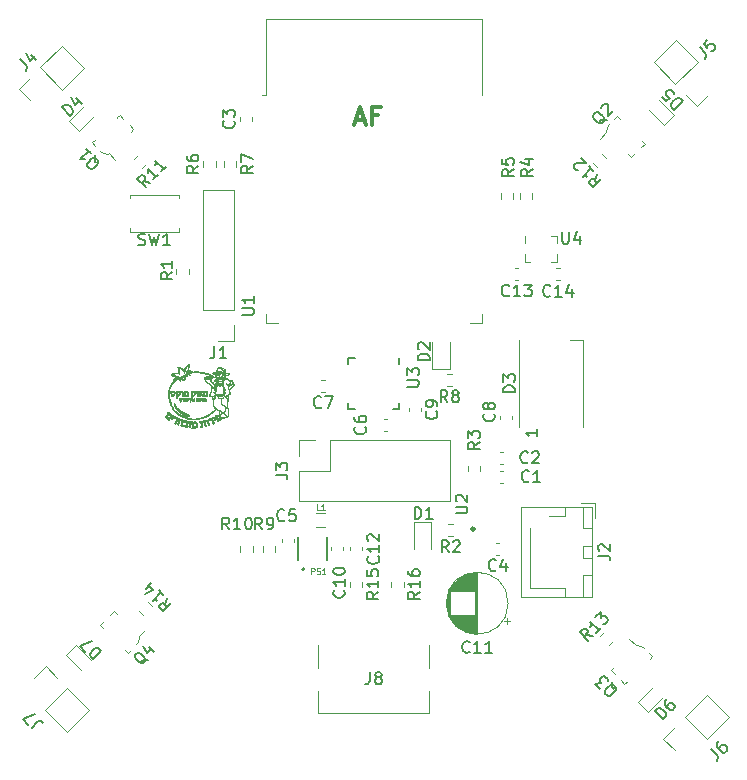
<source format=gbr>
%TF.GenerationSoftware,KiCad,Pcbnew,(6.0.1)*%
%TF.CreationDate,2022-08-15T17:42:43+03:00*%
%TF.ProjectId,ESP32_Drone,45535033-325f-4447-926f-6e652e6b6963,rev?*%
%TF.SameCoordinates,Original*%
%TF.FileFunction,Legend,Top*%
%TF.FilePolarity,Positive*%
%FSLAX46Y46*%
G04 Gerber Fmt 4.6, Leading zero omitted, Abs format (unit mm)*
G04 Created by KiCad (PCBNEW (6.0.1)) date 2022-08-15 17:42:43*
%MOMM*%
%LPD*%
G01*
G04 APERTURE LIST*
%ADD10C,0.300000*%
%ADD11C,0.150000*%
%ADD12C,0.100000*%
%ADD13C,0.120000*%
%ADD14C,0.010000*%
%ADD15C,0.304800*%
%ADD16C,0.127000*%
%ADD17C,0.200000*%
G04 APERTURE END LIST*
D10*
X140500000Y-48650000D02*
X141214285Y-48650000D01*
X140357142Y-49078571D02*
X140857142Y-47578571D01*
X141357142Y-49078571D01*
X142357142Y-48292857D02*
X141857142Y-48292857D01*
X141857142Y-49078571D02*
X141857142Y-47578571D01*
X142571428Y-47578571D01*
D11*
%TO.C,R5*%
X153852380Y-52866666D02*
X153376190Y-53200000D01*
X153852380Y-53438095D02*
X152852380Y-53438095D01*
X152852380Y-53057142D01*
X152900000Y-52961904D01*
X152947619Y-52914285D01*
X153042857Y-52866666D01*
X153185714Y-52866666D01*
X153280952Y-52914285D01*
X153328571Y-52961904D01*
X153376190Y-53057142D01*
X153376190Y-53438095D01*
X152852380Y-51961904D02*
X152852380Y-52438095D01*
X153328571Y-52485714D01*
X153280952Y-52438095D01*
X153233333Y-52342857D01*
X153233333Y-52104761D01*
X153280952Y-52009523D01*
X153328571Y-51961904D01*
X153423809Y-51914285D01*
X153661904Y-51914285D01*
X153757142Y-51961904D01*
X153804761Y-52009523D01*
X153852380Y-52104761D01*
X153852380Y-52342857D01*
X153804761Y-52438095D01*
X153757142Y-52485714D01*
%TO.C,D5*%
X168141793Y-47102030D02*
X167434687Y-47809137D01*
X167266328Y-47640778D01*
X167198984Y-47506091D01*
X167198984Y-47371404D01*
X167232656Y-47270389D01*
X167333671Y-47102030D01*
X167434687Y-47001015D01*
X167603045Y-46899999D01*
X167704061Y-46866328D01*
X167838748Y-46866328D01*
X167973435Y-46933671D01*
X168141793Y-47102030D01*
X166390862Y-46765312D02*
X166727580Y-47102030D01*
X167097969Y-46798984D01*
X167030625Y-46798984D01*
X166929610Y-46765312D01*
X166761251Y-46596954D01*
X166727580Y-46495938D01*
X166727580Y-46428595D01*
X166761251Y-46327580D01*
X166929610Y-46159221D01*
X167030625Y-46125549D01*
X167097969Y-46125549D01*
X167198984Y-46159221D01*
X167367343Y-46327580D01*
X167401015Y-46428595D01*
X167401015Y-46495938D01*
%TO.C,Q1*%
X118354568Y-51680118D02*
X118388240Y-51781133D01*
X118388240Y-51915820D01*
X118388240Y-52117851D01*
X118421912Y-52218866D01*
X118489255Y-52286209D01*
X118623942Y-52084179D02*
X118657614Y-52185194D01*
X118657614Y-52319881D01*
X118556599Y-52488240D01*
X118320896Y-52723942D01*
X118152538Y-52824957D01*
X118017851Y-52824957D01*
X117916835Y-52791286D01*
X117782148Y-52656599D01*
X117748477Y-52555583D01*
X117748477Y-52420896D01*
X117849492Y-52252538D01*
X118085194Y-52016835D01*
X118253553Y-51915820D01*
X118388240Y-51915820D01*
X118489255Y-51949492D01*
X118623942Y-52084179D01*
X117647461Y-51107698D02*
X118051522Y-51511759D01*
X117849492Y-51309729D02*
X117142385Y-52016835D01*
X117310744Y-51983164D01*
X117445431Y-51983164D01*
X117546446Y-52016835D01*
%TO.C,R16*%
X145882380Y-88642857D02*
X145406190Y-88976190D01*
X145882380Y-89214285D02*
X144882380Y-89214285D01*
X144882380Y-88833333D01*
X144930000Y-88738095D01*
X144977619Y-88690476D01*
X145072857Y-88642857D01*
X145215714Y-88642857D01*
X145310952Y-88690476D01*
X145358571Y-88738095D01*
X145406190Y-88833333D01*
X145406190Y-89214285D01*
X145882380Y-87690476D02*
X145882380Y-88261904D01*
X145882380Y-87976190D02*
X144882380Y-87976190D01*
X145025238Y-88071428D01*
X145120476Y-88166666D01*
X145168095Y-88261904D01*
X144882380Y-86833333D02*
X144882380Y-87023809D01*
X144930000Y-87119047D01*
X144977619Y-87166666D01*
X145120476Y-87261904D01*
X145310952Y-87309523D01*
X145691904Y-87309523D01*
X145787142Y-87261904D01*
X145834761Y-87214285D01*
X145882380Y-87119047D01*
X145882380Y-86928571D01*
X145834761Y-86833333D01*
X145787142Y-86785714D01*
X145691904Y-86738095D01*
X145453809Y-86738095D01*
X145358571Y-86785714D01*
X145310952Y-86833333D01*
X145263333Y-86928571D01*
X145263333Y-87119047D01*
X145310952Y-87214285D01*
X145358571Y-87261904D01*
X145453809Y-87309523D01*
D12*
%TO.C,L1*%
X137416666Y-81726190D02*
X137178571Y-81726190D01*
X137178571Y-81226190D01*
X137845238Y-81726190D02*
X137559523Y-81726190D01*
X137702380Y-81726190D02*
X137702380Y-81226190D01*
X137654761Y-81297619D01*
X137607142Y-81345238D01*
X137559523Y-81369047D01*
D11*
%TO.C,J2*%
X161002380Y-85583333D02*
X161716666Y-85583333D01*
X161859523Y-85630952D01*
X161954761Y-85726190D01*
X162002380Y-85869047D01*
X162002380Y-85964285D01*
X161097619Y-85154761D02*
X161050000Y-85107142D01*
X161002380Y-85011904D01*
X161002380Y-84773809D01*
X161050000Y-84678571D01*
X161097619Y-84630952D01*
X161192857Y-84583333D01*
X161288095Y-84583333D01*
X161430952Y-84630952D01*
X162002380Y-85202380D01*
X162002380Y-84583333D01*
%TO.C,C3*%
X130127142Y-48766666D02*
X130174761Y-48814285D01*
X130222380Y-48957142D01*
X130222380Y-49052380D01*
X130174761Y-49195238D01*
X130079523Y-49290476D01*
X129984285Y-49338095D01*
X129793809Y-49385714D01*
X129650952Y-49385714D01*
X129460476Y-49338095D01*
X129365238Y-49290476D01*
X129270000Y-49195238D01*
X129222380Y-49052380D01*
X129222380Y-48957142D01*
X129270000Y-48814285D01*
X129317619Y-48766666D01*
X129222380Y-48433333D02*
X129222380Y-47814285D01*
X129603333Y-48147619D01*
X129603333Y-48004761D01*
X129650952Y-47909523D01*
X129698571Y-47861904D01*
X129793809Y-47814285D01*
X130031904Y-47814285D01*
X130127142Y-47861904D01*
X130174761Y-47909523D01*
X130222380Y-48004761D01*
X130222380Y-48290476D01*
X130174761Y-48385714D01*
X130127142Y-48433333D01*
%TO.C,U3*%
X144827380Y-71261904D02*
X145636904Y-71261904D01*
X145732142Y-71214285D01*
X145779761Y-71166666D01*
X145827380Y-71071428D01*
X145827380Y-70880952D01*
X145779761Y-70785714D01*
X145732142Y-70738095D01*
X145636904Y-70690476D01*
X144827380Y-70690476D01*
X144827380Y-70309523D02*
X144827380Y-69690476D01*
X145208333Y-70023809D01*
X145208333Y-69880952D01*
X145255952Y-69785714D01*
X145303571Y-69738095D01*
X145398809Y-69690476D01*
X145636904Y-69690476D01*
X145732142Y-69738095D01*
X145779761Y-69785714D01*
X145827380Y-69880952D01*
X145827380Y-70166666D01*
X145779761Y-70261904D01*
X145732142Y-70309523D01*
%TO.C,SW1*%
X122066666Y-59254761D02*
X122209523Y-59302380D01*
X122447619Y-59302380D01*
X122542857Y-59254761D01*
X122590476Y-59207142D01*
X122638095Y-59111904D01*
X122638095Y-59016666D01*
X122590476Y-58921428D01*
X122542857Y-58873809D01*
X122447619Y-58826190D01*
X122257142Y-58778571D01*
X122161904Y-58730952D01*
X122114285Y-58683333D01*
X122066666Y-58588095D01*
X122066666Y-58492857D01*
X122114285Y-58397619D01*
X122161904Y-58350000D01*
X122257142Y-58302380D01*
X122495238Y-58302380D01*
X122638095Y-58350000D01*
X122971428Y-58302380D02*
X123209523Y-59302380D01*
X123400000Y-58588095D01*
X123590476Y-59302380D01*
X123828571Y-58302380D01*
X124733333Y-59302380D02*
X124161904Y-59302380D01*
X124447619Y-59302380D02*
X124447619Y-58302380D01*
X124352380Y-58445238D01*
X124257142Y-58540476D01*
X124161904Y-58588095D01*
%TO.C,R12*%
X160863287Y-53245850D02*
X160762272Y-53818269D01*
X161267348Y-53649911D02*
X160560241Y-54357017D01*
X160290867Y-54087643D01*
X160257195Y-53986628D01*
X160257195Y-53919285D01*
X160290867Y-53818269D01*
X160391882Y-53717254D01*
X160492898Y-53683582D01*
X160560241Y-53683582D01*
X160661256Y-53717254D01*
X160930630Y-53986628D01*
X160189852Y-52572414D02*
X160593913Y-52976475D01*
X160391882Y-52774445D02*
X159684775Y-53481552D01*
X159853134Y-53447880D01*
X159987821Y-53447880D01*
X160088837Y-53481552D01*
X159280714Y-52942804D02*
X159213371Y-52942804D01*
X159112356Y-52909132D01*
X158943997Y-52740773D01*
X158910325Y-52639758D01*
X158910325Y-52572414D01*
X158943997Y-52471399D01*
X159011340Y-52404056D01*
X159146027Y-52336712D01*
X159954149Y-52336712D01*
X159516417Y-51898979D01*
%TO.C,C1*%
X155133333Y-79257142D02*
X155085714Y-79304761D01*
X154942857Y-79352380D01*
X154847619Y-79352380D01*
X154704761Y-79304761D01*
X154609523Y-79209523D01*
X154561904Y-79114285D01*
X154514285Y-78923809D01*
X154514285Y-78780952D01*
X154561904Y-78590476D01*
X154609523Y-78495238D01*
X154704761Y-78400000D01*
X154847619Y-78352380D01*
X154942857Y-78352380D01*
X155085714Y-78400000D01*
X155133333Y-78447619D01*
X156085714Y-79352380D02*
X155514285Y-79352380D01*
X155800000Y-79352380D02*
X155800000Y-78352380D01*
X155704761Y-78495238D01*
X155609523Y-78590476D01*
X155514285Y-78638095D01*
%TO.C,C11*%
X150107142Y-93707142D02*
X150059523Y-93754761D01*
X149916666Y-93802380D01*
X149821428Y-93802380D01*
X149678571Y-93754761D01*
X149583333Y-93659523D01*
X149535714Y-93564285D01*
X149488095Y-93373809D01*
X149488095Y-93230952D01*
X149535714Y-93040476D01*
X149583333Y-92945238D01*
X149678571Y-92850000D01*
X149821428Y-92802380D01*
X149916666Y-92802380D01*
X150059523Y-92850000D01*
X150107142Y-92897619D01*
X151059523Y-93802380D02*
X150488095Y-93802380D01*
X150773809Y-93802380D02*
X150773809Y-92802380D01*
X150678571Y-92945238D01*
X150583333Y-93040476D01*
X150488095Y-93088095D01*
X152011904Y-93802380D02*
X151440476Y-93802380D01*
X151726190Y-93802380D02*
X151726190Y-92802380D01*
X151630952Y-92945238D01*
X151535714Y-93040476D01*
X151440476Y-93088095D01*
%TO.C,J3*%
X133682380Y-78713333D02*
X134396666Y-78713333D01*
X134539523Y-78760952D01*
X134634761Y-78856190D01*
X134682380Y-78999047D01*
X134682380Y-79094285D01*
X133682380Y-78332380D02*
X133682380Y-77713333D01*
X134063333Y-78046666D01*
X134063333Y-77903809D01*
X134110952Y-77808571D01*
X134158571Y-77760952D01*
X134253809Y-77713333D01*
X134491904Y-77713333D01*
X134587142Y-77760952D01*
X134634761Y-77808571D01*
X134682380Y-77903809D01*
X134682380Y-78189523D01*
X134634761Y-78284761D01*
X134587142Y-78332380D01*
%TO.C,J8*%
X141666666Y-95452380D02*
X141666666Y-96166666D01*
X141619047Y-96309523D01*
X141523809Y-96404761D01*
X141380952Y-96452380D01*
X141285714Y-96452380D01*
X142285714Y-95880952D02*
X142190476Y-95833333D01*
X142142857Y-95785714D01*
X142095238Y-95690476D01*
X142095238Y-95642857D01*
X142142857Y-95547619D01*
X142190476Y-95500000D01*
X142285714Y-95452380D01*
X142476190Y-95452380D01*
X142571428Y-95500000D01*
X142619047Y-95547619D01*
X142666666Y-95642857D01*
X142666666Y-95690476D01*
X142619047Y-95785714D01*
X142571428Y-95833333D01*
X142476190Y-95880952D01*
X142285714Y-95880952D01*
X142190476Y-95928571D01*
X142142857Y-95976190D01*
X142095238Y-96071428D01*
X142095238Y-96261904D01*
X142142857Y-96357142D01*
X142190476Y-96404761D01*
X142285714Y-96452380D01*
X142476190Y-96452380D01*
X142571428Y-96404761D01*
X142619047Y-96357142D01*
X142666666Y-96261904D01*
X142666666Y-96071428D01*
X142619047Y-95976190D01*
X142571428Y-95928571D01*
X142476190Y-95880952D01*
%TO.C,U4*%
X157938095Y-58152380D02*
X157938095Y-58961904D01*
X157985714Y-59057142D01*
X158033333Y-59104761D01*
X158128571Y-59152380D01*
X158319047Y-59152380D01*
X158414285Y-59104761D01*
X158461904Y-59057142D01*
X158509523Y-58961904D01*
X158509523Y-58152380D01*
X159414285Y-58485714D02*
X159414285Y-59152380D01*
X159176190Y-58104761D02*
X158938095Y-58819047D01*
X159557142Y-58819047D01*
%TO.C,J7*%
X113018632Y-100162822D02*
X113523708Y-99657746D01*
X113658395Y-99590402D01*
X113793082Y-99590402D01*
X113927769Y-99657746D01*
X113995112Y-99725089D01*
X112749258Y-99893448D02*
X112277853Y-99422043D01*
X113288006Y-99017982D01*
%TO.C,R14*%
X124455768Y-89163419D02*
X124354753Y-89735838D01*
X124859829Y-89567480D02*
X124152722Y-90274586D01*
X123883348Y-90005212D01*
X123849676Y-89904197D01*
X123849676Y-89836854D01*
X123883348Y-89735838D01*
X123984363Y-89634823D01*
X124085379Y-89601151D01*
X124152722Y-89601151D01*
X124253737Y-89634823D01*
X124523111Y-89904197D01*
X123782333Y-88489983D02*
X124186394Y-88894044D01*
X123984363Y-88692014D02*
X123277256Y-89399121D01*
X123445615Y-89365449D01*
X123580302Y-89365449D01*
X123681318Y-89399121D01*
X122704837Y-88355296D02*
X123176241Y-87883892D01*
X122603821Y-88793029D02*
X123277256Y-88456312D01*
X122839524Y-88018579D01*
%TO.C,U2*%
X148917380Y-81986904D02*
X149726904Y-81986904D01*
X149822142Y-81939285D01*
X149869761Y-81891666D01*
X149917380Y-81796428D01*
X149917380Y-81605952D01*
X149869761Y-81510714D01*
X149822142Y-81463095D01*
X149726904Y-81415476D01*
X148917380Y-81415476D01*
X149012619Y-80986904D02*
X148965000Y-80939285D01*
X148917380Y-80844047D01*
X148917380Y-80605952D01*
X148965000Y-80510714D01*
X149012619Y-80463095D01*
X149107857Y-80415476D01*
X149203095Y-80415476D01*
X149345952Y-80463095D01*
X149917380Y-81034523D01*
X149917380Y-80415476D01*
%TO.C,R15*%
X142382380Y-88642857D02*
X141906190Y-88976190D01*
X142382380Y-89214285D02*
X141382380Y-89214285D01*
X141382380Y-88833333D01*
X141430000Y-88738095D01*
X141477619Y-88690476D01*
X141572857Y-88642857D01*
X141715714Y-88642857D01*
X141810952Y-88690476D01*
X141858571Y-88738095D01*
X141906190Y-88833333D01*
X141906190Y-89214285D01*
X142382380Y-87690476D02*
X142382380Y-88261904D01*
X142382380Y-87976190D02*
X141382380Y-87976190D01*
X141525238Y-88071428D01*
X141620476Y-88166666D01*
X141668095Y-88261904D01*
X141382380Y-86785714D02*
X141382380Y-87261904D01*
X141858571Y-87309523D01*
X141810952Y-87261904D01*
X141763333Y-87166666D01*
X141763333Y-86928571D01*
X141810952Y-86833333D01*
X141858571Y-86785714D01*
X141953809Y-86738095D01*
X142191904Y-86738095D01*
X142287142Y-86785714D01*
X142334761Y-86833333D01*
X142382380Y-86928571D01*
X142382380Y-87166666D01*
X142334761Y-87261904D01*
X142287142Y-87309523D01*
%TO.C,Q2*%
X161719881Y-48654568D02*
X161618866Y-48688240D01*
X161484179Y-48688240D01*
X161282148Y-48688240D01*
X161181133Y-48721912D01*
X161113790Y-48789255D01*
X161315820Y-48923942D02*
X161214805Y-48957614D01*
X161080118Y-48957614D01*
X160911759Y-48856599D01*
X160676057Y-48620896D01*
X160575042Y-48452538D01*
X160575042Y-48317851D01*
X160608713Y-48216835D01*
X160743400Y-48082148D01*
X160844416Y-48048477D01*
X160979103Y-48048477D01*
X161147461Y-48149492D01*
X161383164Y-48385194D01*
X161484179Y-48553553D01*
X161484179Y-48688240D01*
X161450507Y-48789255D01*
X161315820Y-48923942D01*
X161248477Y-47711759D02*
X161248477Y-47644416D01*
X161282148Y-47543400D01*
X161450507Y-47375042D01*
X161551522Y-47341370D01*
X161618866Y-47341370D01*
X161719881Y-47375042D01*
X161787225Y-47442385D01*
X161854568Y-47577072D01*
X161854568Y-48385194D01*
X162292301Y-47947461D01*
%TO.C,D3*%
X153952380Y-71738095D02*
X152952380Y-71738095D01*
X152952380Y-71500000D01*
X153000000Y-71357142D01*
X153095238Y-71261904D01*
X153190476Y-71214285D01*
X153380952Y-71166666D01*
X153523809Y-71166666D01*
X153714285Y-71214285D01*
X153809523Y-71261904D01*
X153904761Y-71357142D01*
X153952380Y-71500000D01*
X153952380Y-71738095D01*
X152952380Y-70833333D02*
X152952380Y-70214285D01*
X153333333Y-70547619D01*
X153333333Y-70404761D01*
X153380952Y-70309523D01*
X153428571Y-70261904D01*
X153523809Y-70214285D01*
X153761904Y-70214285D01*
X153857142Y-70261904D01*
X153904761Y-70309523D01*
X153952380Y-70404761D01*
X153952380Y-70690476D01*
X153904761Y-70785714D01*
X153857142Y-70833333D01*
X155852380Y-74864285D02*
X155852380Y-75435714D01*
X155852380Y-75150000D02*
X154852380Y-75150000D01*
X154995238Y-75245238D01*
X155090476Y-75340476D01*
X155138095Y-75435714D01*
%TO.C,R13*%
X160554149Y-92363287D02*
X159981730Y-92262272D01*
X160150088Y-92767348D02*
X159442982Y-92060241D01*
X159712356Y-91790867D01*
X159813371Y-91757195D01*
X159880714Y-91757195D01*
X159981730Y-91790867D01*
X160082745Y-91891882D01*
X160116417Y-91992898D01*
X160116417Y-92060241D01*
X160082745Y-92161256D01*
X159813371Y-92430630D01*
X161227585Y-91689852D02*
X160823524Y-92093913D01*
X161025554Y-91891882D02*
X160318447Y-91184775D01*
X160352119Y-91353134D01*
X160352119Y-91487821D01*
X160318447Y-91588837D01*
X160756180Y-90747043D02*
X161193913Y-90309310D01*
X161227585Y-90814386D01*
X161328600Y-90713371D01*
X161429615Y-90679699D01*
X161496959Y-90679699D01*
X161597974Y-90713371D01*
X161766333Y-90881730D01*
X161800004Y-90982745D01*
X161800004Y-91050088D01*
X161766333Y-91151104D01*
X161564302Y-91353134D01*
X161463287Y-91386806D01*
X161395943Y-91386806D01*
%TO.C,J1*%
X128506666Y-67857380D02*
X128506666Y-68571666D01*
X128459047Y-68714523D01*
X128363809Y-68809761D01*
X128220952Y-68857380D01*
X128125714Y-68857380D01*
X129506666Y-68857380D02*
X128935238Y-68857380D01*
X129220952Y-68857380D02*
X129220952Y-67857380D01*
X129125714Y-68000238D01*
X129030476Y-68095476D01*
X128935238Y-68143095D01*
%TO.C,C6*%
X141257142Y-74666666D02*
X141304761Y-74714285D01*
X141352380Y-74857142D01*
X141352380Y-74952380D01*
X141304761Y-75095238D01*
X141209523Y-75190476D01*
X141114285Y-75238095D01*
X140923809Y-75285714D01*
X140780952Y-75285714D01*
X140590476Y-75238095D01*
X140495238Y-75190476D01*
X140400000Y-75095238D01*
X140352380Y-74952380D01*
X140352380Y-74857142D01*
X140400000Y-74714285D01*
X140447619Y-74666666D01*
X140352380Y-73809523D02*
X140352380Y-74000000D01*
X140400000Y-74095238D01*
X140447619Y-74142857D01*
X140590476Y-74238095D01*
X140780952Y-74285714D01*
X141161904Y-74285714D01*
X141257142Y-74238095D01*
X141304761Y-74190476D01*
X141352380Y-74095238D01*
X141352380Y-73904761D01*
X141304761Y-73809523D01*
X141257142Y-73761904D01*
X141161904Y-73714285D01*
X140923809Y-73714285D01*
X140828571Y-73761904D01*
X140780952Y-73809523D01*
X140733333Y-73904761D01*
X140733333Y-74095238D01*
X140780952Y-74190476D01*
X140828571Y-74238095D01*
X140923809Y-74285714D01*
%TO.C,C12*%
X142357142Y-85642857D02*
X142404761Y-85690476D01*
X142452380Y-85833333D01*
X142452380Y-85928571D01*
X142404761Y-86071428D01*
X142309523Y-86166666D01*
X142214285Y-86214285D01*
X142023809Y-86261904D01*
X141880952Y-86261904D01*
X141690476Y-86214285D01*
X141595238Y-86166666D01*
X141500000Y-86071428D01*
X141452380Y-85928571D01*
X141452380Y-85833333D01*
X141500000Y-85690476D01*
X141547619Y-85642857D01*
X142452380Y-84690476D02*
X142452380Y-85261904D01*
X142452380Y-84976190D02*
X141452380Y-84976190D01*
X141595238Y-85071428D01*
X141690476Y-85166666D01*
X141738095Y-85261904D01*
X141547619Y-84309523D02*
X141500000Y-84261904D01*
X141452380Y-84166666D01*
X141452380Y-83928571D01*
X141500000Y-83833333D01*
X141547619Y-83785714D01*
X141642857Y-83738095D01*
X141738095Y-83738095D01*
X141880952Y-83785714D01*
X142452380Y-84357142D01*
X142452380Y-83738095D01*
%TO.C,R10*%
X129757142Y-83352380D02*
X129423809Y-82876190D01*
X129185714Y-83352380D02*
X129185714Y-82352380D01*
X129566666Y-82352380D01*
X129661904Y-82400000D01*
X129709523Y-82447619D01*
X129757142Y-82542857D01*
X129757142Y-82685714D01*
X129709523Y-82780952D01*
X129661904Y-82828571D01*
X129566666Y-82876190D01*
X129185714Y-82876190D01*
X130709523Y-83352380D02*
X130138095Y-83352380D01*
X130423809Y-83352380D02*
X130423809Y-82352380D01*
X130328571Y-82495238D01*
X130233333Y-82590476D01*
X130138095Y-82638095D01*
X131328571Y-82352380D02*
X131423809Y-82352380D01*
X131519047Y-82400000D01*
X131566666Y-82447619D01*
X131614285Y-82542857D01*
X131661904Y-82733333D01*
X131661904Y-82971428D01*
X131614285Y-83161904D01*
X131566666Y-83257142D01*
X131519047Y-83304761D01*
X131423809Y-83352380D01*
X131328571Y-83352380D01*
X131233333Y-83304761D01*
X131185714Y-83257142D01*
X131138095Y-83161904D01*
X131090476Y-82971428D01*
X131090476Y-82733333D01*
X131138095Y-82542857D01*
X131185714Y-82447619D01*
X131233333Y-82400000D01*
X131328571Y-82352380D01*
%TO.C,R1*%
X124952380Y-61566666D02*
X124476190Y-61900000D01*
X124952380Y-62138095D02*
X123952380Y-62138095D01*
X123952380Y-61757142D01*
X124000000Y-61661904D01*
X124047619Y-61614285D01*
X124142857Y-61566666D01*
X124285714Y-61566666D01*
X124380952Y-61614285D01*
X124428571Y-61661904D01*
X124476190Y-61757142D01*
X124476190Y-62138095D01*
X124952380Y-60614285D02*
X124952380Y-61185714D01*
X124952380Y-60900000D02*
X123952380Y-60900000D01*
X124095238Y-60995238D01*
X124190476Y-61090476D01*
X124238095Y-61185714D01*
%TO.C,R2*%
X148333333Y-85282380D02*
X148000000Y-84806190D01*
X147761904Y-85282380D02*
X147761904Y-84282380D01*
X148142857Y-84282380D01*
X148238095Y-84330000D01*
X148285714Y-84377619D01*
X148333333Y-84472857D01*
X148333333Y-84615714D01*
X148285714Y-84710952D01*
X148238095Y-84758571D01*
X148142857Y-84806190D01*
X147761904Y-84806190D01*
X148714285Y-84377619D02*
X148761904Y-84330000D01*
X148857142Y-84282380D01*
X149095238Y-84282380D01*
X149190476Y-84330000D01*
X149238095Y-84377619D01*
X149285714Y-84472857D01*
X149285714Y-84568095D01*
X149238095Y-84710952D01*
X148666666Y-85282380D01*
X149285714Y-85282380D01*
%TO.C,R8*%
X148233333Y-72582380D02*
X147900000Y-72106190D01*
X147661904Y-72582380D02*
X147661904Y-71582380D01*
X148042857Y-71582380D01*
X148138095Y-71630000D01*
X148185714Y-71677619D01*
X148233333Y-71772857D01*
X148233333Y-71915714D01*
X148185714Y-72010952D01*
X148138095Y-72058571D01*
X148042857Y-72106190D01*
X147661904Y-72106190D01*
X148804761Y-72010952D02*
X148709523Y-71963333D01*
X148661904Y-71915714D01*
X148614285Y-71820476D01*
X148614285Y-71772857D01*
X148661904Y-71677619D01*
X148709523Y-71630000D01*
X148804761Y-71582380D01*
X148995238Y-71582380D01*
X149090476Y-71630000D01*
X149138095Y-71677619D01*
X149185714Y-71772857D01*
X149185714Y-71820476D01*
X149138095Y-71915714D01*
X149090476Y-71963333D01*
X148995238Y-72010952D01*
X148804761Y-72010952D01*
X148709523Y-72058571D01*
X148661904Y-72106190D01*
X148614285Y-72201428D01*
X148614285Y-72391904D01*
X148661904Y-72487142D01*
X148709523Y-72534761D01*
X148804761Y-72582380D01*
X148995238Y-72582380D01*
X149090476Y-72534761D01*
X149138095Y-72487142D01*
X149185714Y-72391904D01*
X149185714Y-72201428D01*
X149138095Y-72106190D01*
X149090476Y-72058571D01*
X148995238Y-72010952D01*
%TO.C,R11*%
X123076475Y-53985613D02*
X122504056Y-53884598D01*
X122672414Y-54389674D02*
X121965308Y-53682567D01*
X122234682Y-53413193D01*
X122335697Y-53379521D01*
X122403040Y-53379521D01*
X122504056Y-53413193D01*
X122605071Y-53514208D01*
X122638743Y-53615224D01*
X122638743Y-53682567D01*
X122605071Y-53783582D01*
X122335697Y-54052956D01*
X123749911Y-53312178D02*
X123345850Y-53716239D01*
X123547880Y-53514208D02*
X122840773Y-52807101D01*
X122874445Y-52975460D01*
X122874445Y-53110147D01*
X122840773Y-53211163D01*
X124423346Y-52638743D02*
X124019285Y-53042804D01*
X124221315Y-52840773D02*
X123514208Y-52133666D01*
X123547880Y-52302025D01*
X123547880Y-52436712D01*
X123514208Y-52537727D01*
%TO.C,C10*%
X139457142Y-88505357D02*
X139504761Y-88552976D01*
X139552380Y-88695833D01*
X139552380Y-88791071D01*
X139504761Y-88933928D01*
X139409523Y-89029166D01*
X139314285Y-89076785D01*
X139123809Y-89124404D01*
X138980952Y-89124404D01*
X138790476Y-89076785D01*
X138695238Y-89029166D01*
X138600000Y-88933928D01*
X138552380Y-88791071D01*
X138552380Y-88695833D01*
X138600000Y-88552976D01*
X138647619Y-88505357D01*
X139552380Y-87552976D02*
X139552380Y-88124404D01*
X139552380Y-87838690D02*
X138552380Y-87838690D01*
X138695238Y-87933928D01*
X138790476Y-88029166D01*
X138838095Y-88124404D01*
X138552380Y-86933928D02*
X138552380Y-86838690D01*
X138600000Y-86743452D01*
X138647619Y-86695833D01*
X138742857Y-86648214D01*
X138933333Y-86600595D01*
X139171428Y-86600595D01*
X139361904Y-86648214D01*
X139457142Y-86695833D01*
X139504761Y-86743452D01*
X139552380Y-86838690D01*
X139552380Y-86933928D01*
X139504761Y-87029166D01*
X139457142Y-87076785D01*
X139361904Y-87124404D01*
X139171428Y-87172023D01*
X138933333Y-87172023D01*
X138742857Y-87124404D01*
X138647619Y-87076785D01*
X138600000Y-87029166D01*
X138552380Y-86933928D01*
%TO.C,U1*%
X130842380Y-65191904D02*
X131651904Y-65191904D01*
X131747142Y-65144285D01*
X131794761Y-65096666D01*
X131842380Y-65001428D01*
X131842380Y-64810952D01*
X131794761Y-64715714D01*
X131747142Y-64668095D01*
X131651904Y-64620476D01*
X130842380Y-64620476D01*
X131842380Y-63620476D02*
X131842380Y-64191904D01*
X131842380Y-63906190D02*
X130842380Y-63906190D01*
X130985238Y-64001428D01*
X131080476Y-64096666D01*
X131128095Y-64191904D01*
%TO.C,C2*%
X155033333Y-77657142D02*
X154985714Y-77704761D01*
X154842857Y-77752380D01*
X154747619Y-77752380D01*
X154604761Y-77704761D01*
X154509523Y-77609523D01*
X154461904Y-77514285D01*
X154414285Y-77323809D01*
X154414285Y-77180952D01*
X154461904Y-76990476D01*
X154509523Y-76895238D01*
X154604761Y-76800000D01*
X154747619Y-76752380D01*
X154842857Y-76752380D01*
X154985714Y-76800000D01*
X155033333Y-76847619D01*
X155414285Y-76847619D02*
X155461904Y-76800000D01*
X155557142Y-76752380D01*
X155795238Y-76752380D01*
X155890476Y-76800000D01*
X155938095Y-76847619D01*
X155985714Y-76942857D01*
X155985714Y-77038095D01*
X155938095Y-77180952D01*
X155366666Y-77752380D01*
X155985714Y-77752380D01*
%TO.C,Q3*%
X162159593Y-96275093D02*
X162193265Y-96376108D01*
X162193265Y-96510795D01*
X162193265Y-96712826D01*
X162226937Y-96813841D01*
X162294280Y-96881184D01*
X162428967Y-96679154D02*
X162462639Y-96780169D01*
X162462639Y-96914856D01*
X162361624Y-97083215D01*
X162125921Y-97318917D01*
X161957563Y-97419932D01*
X161822876Y-97419932D01*
X161721860Y-97386261D01*
X161587173Y-97251574D01*
X161553502Y-97150558D01*
X161553502Y-97015871D01*
X161654517Y-96847513D01*
X161890219Y-96611810D01*
X162058578Y-96510795D01*
X162193265Y-96510795D01*
X162294280Y-96544467D01*
X162428967Y-96679154D01*
X161183112Y-96847513D02*
X160745380Y-96409780D01*
X161250456Y-96376108D01*
X161149441Y-96275093D01*
X161115769Y-96174078D01*
X161115769Y-96106734D01*
X161149441Y-96005719D01*
X161317799Y-95837360D01*
X161418815Y-95803688D01*
X161486158Y-95803688D01*
X161587173Y-95837360D01*
X161789204Y-96039391D01*
X161822876Y-96140406D01*
X161822876Y-96207749D01*
%TO.C,C7*%
X137533333Y-72987142D02*
X137485714Y-73034761D01*
X137342857Y-73082380D01*
X137247619Y-73082380D01*
X137104761Y-73034761D01*
X137009523Y-72939523D01*
X136961904Y-72844285D01*
X136914285Y-72653809D01*
X136914285Y-72510952D01*
X136961904Y-72320476D01*
X137009523Y-72225238D01*
X137104761Y-72130000D01*
X137247619Y-72082380D01*
X137342857Y-72082380D01*
X137485714Y-72130000D01*
X137533333Y-72177619D01*
X137866666Y-72082380D02*
X138533333Y-72082380D01*
X138104761Y-73082380D01*
%TO.C,D6*%
X166502994Y-99436768D02*
X165795887Y-98729662D01*
X165964246Y-98561303D01*
X166098933Y-98493959D01*
X166233620Y-98493959D01*
X166334635Y-98527631D01*
X166502994Y-98628646D01*
X166604009Y-98729662D01*
X166705025Y-98898020D01*
X166738696Y-98999036D01*
X166738696Y-99133723D01*
X166671353Y-99268410D01*
X166502994Y-99436768D01*
X166806040Y-97719509D02*
X166671353Y-97854196D01*
X166637681Y-97955211D01*
X166637681Y-98022555D01*
X166671353Y-98190913D01*
X166772368Y-98359272D01*
X167041742Y-98628646D01*
X167142757Y-98662318D01*
X167210101Y-98662318D01*
X167311116Y-98628646D01*
X167445803Y-98493959D01*
X167479475Y-98392944D01*
X167479475Y-98325600D01*
X167445803Y-98224585D01*
X167277444Y-98056226D01*
X167176429Y-98022555D01*
X167109086Y-98022555D01*
X167008070Y-98056226D01*
X166873383Y-98190913D01*
X166839712Y-98291929D01*
X166839712Y-98359272D01*
X166873383Y-98460287D01*
%TO.C,D7*%
X118931187Y-93622686D02*
X118224081Y-94329793D01*
X118055722Y-94161434D01*
X117988378Y-94026747D01*
X117988378Y-93892060D01*
X118022050Y-93791045D01*
X118123065Y-93622686D01*
X118224081Y-93521671D01*
X118392439Y-93420656D01*
X118493455Y-93386984D01*
X118628142Y-93386984D01*
X118762829Y-93454327D01*
X118931187Y-93622686D01*
X117584317Y-93690030D02*
X117112913Y-93218625D01*
X118123065Y-92814564D01*
%TO.C,D1*%
X145461904Y-82452380D02*
X145461904Y-81452380D01*
X145700000Y-81452380D01*
X145842857Y-81500000D01*
X145938095Y-81595238D01*
X145985714Y-81690476D01*
X146033333Y-81880952D01*
X146033333Y-82023809D01*
X145985714Y-82214285D01*
X145938095Y-82309523D01*
X145842857Y-82404761D01*
X145700000Y-82452380D01*
X145461904Y-82452380D01*
X146985714Y-82452380D02*
X146414285Y-82452380D01*
X146700000Y-82452380D02*
X146700000Y-81452380D01*
X146604761Y-81595238D01*
X146509523Y-81690476D01*
X146414285Y-81738095D01*
%TO.C,C13*%
X153457142Y-63527142D02*
X153409523Y-63574761D01*
X153266666Y-63622380D01*
X153171428Y-63622380D01*
X153028571Y-63574761D01*
X152933333Y-63479523D01*
X152885714Y-63384285D01*
X152838095Y-63193809D01*
X152838095Y-63050952D01*
X152885714Y-62860476D01*
X152933333Y-62765238D01*
X153028571Y-62670000D01*
X153171428Y-62622380D01*
X153266666Y-62622380D01*
X153409523Y-62670000D01*
X153457142Y-62717619D01*
X154409523Y-63622380D02*
X153838095Y-63622380D01*
X154123809Y-63622380D02*
X154123809Y-62622380D01*
X154028571Y-62765238D01*
X153933333Y-62860476D01*
X153838095Y-62908095D01*
X154742857Y-62622380D02*
X155361904Y-62622380D01*
X155028571Y-63003333D01*
X155171428Y-63003333D01*
X155266666Y-63050952D01*
X155314285Y-63098571D01*
X155361904Y-63193809D01*
X155361904Y-63431904D01*
X155314285Y-63527142D01*
X155266666Y-63574761D01*
X155171428Y-63622380D01*
X154885714Y-63622380D01*
X154790476Y-63574761D01*
X154742857Y-63527142D01*
%TO.C,D2*%
X146722380Y-69050595D02*
X145722380Y-69050595D01*
X145722380Y-68812500D01*
X145770000Y-68669642D01*
X145865238Y-68574404D01*
X145960476Y-68526785D01*
X146150952Y-68479166D01*
X146293809Y-68479166D01*
X146484285Y-68526785D01*
X146579523Y-68574404D01*
X146674761Y-68669642D01*
X146722380Y-68812500D01*
X146722380Y-69050595D01*
X145817619Y-68098214D02*
X145770000Y-68050595D01*
X145722380Y-67955357D01*
X145722380Y-67717261D01*
X145770000Y-67622023D01*
X145817619Y-67574404D01*
X145912857Y-67526785D01*
X146008095Y-67526785D01*
X146150952Y-67574404D01*
X146722380Y-68145833D01*
X146722380Y-67526785D01*
%TO.C,C14*%
X156957142Y-63557142D02*
X156909523Y-63604761D01*
X156766666Y-63652380D01*
X156671428Y-63652380D01*
X156528571Y-63604761D01*
X156433333Y-63509523D01*
X156385714Y-63414285D01*
X156338095Y-63223809D01*
X156338095Y-63080952D01*
X156385714Y-62890476D01*
X156433333Y-62795238D01*
X156528571Y-62700000D01*
X156671428Y-62652380D01*
X156766666Y-62652380D01*
X156909523Y-62700000D01*
X156957142Y-62747619D01*
X157909523Y-63652380D02*
X157338095Y-63652380D01*
X157623809Y-63652380D02*
X157623809Y-62652380D01*
X157528571Y-62795238D01*
X157433333Y-62890476D01*
X157338095Y-62938095D01*
X158766666Y-62985714D02*
X158766666Y-63652380D01*
X158528571Y-62604761D02*
X158290476Y-63319047D01*
X158909523Y-63319047D01*
%TO.C,D4*%
X116278730Y-48322554D02*
X115571623Y-47615448D01*
X115739982Y-47447089D01*
X115874669Y-47379745D01*
X116009356Y-47379745D01*
X116110371Y-47413417D01*
X116278730Y-47514432D01*
X116379745Y-47615448D01*
X116480761Y-47783806D01*
X116514432Y-47884822D01*
X116514432Y-48019509D01*
X116447089Y-48154196D01*
X116278730Y-48322554D01*
X116817478Y-46840997D02*
X117288883Y-47312402D01*
X116379745Y-46739982D02*
X116716463Y-47413417D01*
X117154196Y-46975684D01*
%TO.C,C8*%
X152157142Y-73566666D02*
X152204761Y-73614285D01*
X152252380Y-73757142D01*
X152252380Y-73852380D01*
X152204761Y-73995238D01*
X152109523Y-74090476D01*
X152014285Y-74138095D01*
X151823809Y-74185714D01*
X151680952Y-74185714D01*
X151490476Y-74138095D01*
X151395238Y-74090476D01*
X151300000Y-73995238D01*
X151252380Y-73852380D01*
X151252380Y-73757142D01*
X151300000Y-73614285D01*
X151347619Y-73566666D01*
X151680952Y-72995238D02*
X151633333Y-73090476D01*
X151585714Y-73138095D01*
X151490476Y-73185714D01*
X151442857Y-73185714D01*
X151347619Y-73138095D01*
X151300000Y-73090476D01*
X151252380Y-72995238D01*
X151252380Y-72804761D01*
X151300000Y-72709523D01*
X151347619Y-72661904D01*
X151442857Y-72614285D01*
X151490476Y-72614285D01*
X151585714Y-72661904D01*
X151633333Y-72709523D01*
X151680952Y-72804761D01*
X151680952Y-72995238D01*
X151728571Y-73090476D01*
X151776190Y-73138095D01*
X151871428Y-73185714D01*
X152061904Y-73185714D01*
X152157142Y-73138095D01*
X152204761Y-73090476D01*
X152252380Y-72995238D01*
X152252380Y-72804761D01*
X152204761Y-72709523D01*
X152157142Y-72661904D01*
X152061904Y-72614285D01*
X151871428Y-72614285D01*
X151776190Y-72661904D01*
X151728571Y-72709523D01*
X151680952Y-72804761D01*
D13*
%TO.C,PS1*%
X136717142Y-87117142D02*
X136717142Y-86637142D01*
X136900000Y-86637142D01*
X136945714Y-86660000D01*
X136968571Y-86682857D01*
X136991428Y-86728571D01*
X136991428Y-86797142D01*
X136968571Y-86842857D01*
X136945714Y-86865714D01*
X136900000Y-86888571D01*
X136717142Y-86888571D01*
X137174285Y-87094285D02*
X137242857Y-87117142D01*
X137357142Y-87117142D01*
X137402857Y-87094285D01*
X137425714Y-87071428D01*
X137448571Y-87025714D01*
X137448571Y-86980000D01*
X137425714Y-86934285D01*
X137402857Y-86911428D01*
X137357142Y-86888571D01*
X137265714Y-86865714D01*
X137220000Y-86842857D01*
X137197142Y-86820000D01*
X137174285Y-86774285D01*
X137174285Y-86728571D01*
X137197142Y-86682857D01*
X137220000Y-86660000D01*
X137265714Y-86637142D01*
X137380000Y-86637142D01*
X137448571Y-86660000D01*
X137905714Y-87117142D02*
X137631428Y-87117142D01*
X137768571Y-87117142D02*
X137768571Y-86637142D01*
X137722857Y-86705714D01*
X137677142Y-86751428D01*
X137631428Y-86774285D01*
D11*
%TO.C,J5*%
X169577072Y-42548477D02*
X170082148Y-43053553D01*
X170149492Y-43188240D01*
X170149492Y-43322927D01*
X170082148Y-43457614D01*
X170014805Y-43524957D01*
X170250507Y-41875042D02*
X169913790Y-42211759D01*
X170216835Y-42582148D01*
X170216835Y-42514805D01*
X170250507Y-42413790D01*
X170418866Y-42245431D01*
X170519881Y-42211759D01*
X170587225Y-42211759D01*
X170688240Y-42245431D01*
X170856599Y-42413790D01*
X170890270Y-42514805D01*
X170890270Y-42582148D01*
X170856599Y-42683164D01*
X170688240Y-42851522D01*
X170587225Y-42885194D01*
X170519881Y-42885194D01*
%TO.C,C5*%
X134433333Y-82557142D02*
X134385714Y-82604761D01*
X134242857Y-82652380D01*
X134147619Y-82652380D01*
X134004761Y-82604761D01*
X133909523Y-82509523D01*
X133861904Y-82414285D01*
X133814285Y-82223809D01*
X133814285Y-82080952D01*
X133861904Y-81890476D01*
X133909523Y-81795238D01*
X134004761Y-81700000D01*
X134147619Y-81652380D01*
X134242857Y-81652380D01*
X134385714Y-81700000D01*
X134433333Y-81747619D01*
X135338095Y-81652380D02*
X134861904Y-81652380D01*
X134814285Y-82128571D01*
X134861904Y-82080952D01*
X134957142Y-82033333D01*
X135195238Y-82033333D01*
X135290476Y-82080952D01*
X135338095Y-82128571D01*
X135385714Y-82223809D01*
X135385714Y-82461904D01*
X135338095Y-82557142D01*
X135290476Y-82604761D01*
X135195238Y-82652380D01*
X134957142Y-82652380D01*
X134861904Y-82604761D01*
X134814285Y-82557142D01*
%TO.C,J6*%
X170582097Y-101943452D02*
X171087173Y-102448528D01*
X171154517Y-102583215D01*
X171154517Y-102717902D01*
X171087173Y-102852589D01*
X171019830Y-102919932D01*
X171221860Y-101303688D02*
X171087173Y-101438375D01*
X171053502Y-101539391D01*
X171053502Y-101606734D01*
X171087173Y-101775093D01*
X171188189Y-101943452D01*
X171457563Y-102212826D01*
X171558578Y-102246497D01*
X171625921Y-102246497D01*
X171726937Y-102212826D01*
X171861624Y-102078139D01*
X171895295Y-101977123D01*
X171895295Y-101909780D01*
X171861624Y-101808765D01*
X171693265Y-101640406D01*
X171592250Y-101606734D01*
X171524906Y-101606734D01*
X171423891Y-101640406D01*
X171289204Y-101775093D01*
X171255532Y-101876108D01*
X171255532Y-101943452D01*
X171289204Y-102044467D01*
%TO.C,R3*%
X150952380Y-75966666D02*
X150476190Y-76300000D01*
X150952380Y-76538095D02*
X149952380Y-76538095D01*
X149952380Y-76157142D01*
X150000000Y-76061904D01*
X150047619Y-76014285D01*
X150142857Y-75966666D01*
X150285714Y-75966666D01*
X150380952Y-76014285D01*
X150428571Y-76061904D01*
X150476190Y-76157142D01*
X150476190Y-76538095D01*
X149952380Y-75633333D02*
X149952380Y-75014285D01*
X150333333Y-75347619D01*
X150333333Y-75204761D01*
X150380952Y-75109523D01*
X150428571Y-75061904D01*
X150523809Y-75014285D01*
X150761904Y-75014285D01*
X150857142Y-75061904D01*
X150904761Y-75109523D01*
X150952380Y-75204761D01*
X150952380Y-75490476D01*
X150904761Y-75585714D01*
X150857142Y-75633333D01*
%TO.C,C4*%
X152333333Y-86787142D02*
X152285714Y-86834761D01*
X152142857Y-86882380D01*
X152047619Y-86882380D01*
X151904761Y-86834761D01*
X151809523Y-86739523D01*
X151761904Y-86644285D01*
X151714285Y-86453809D01*
X151714285Y-86310952D01*
X151761904Y-86120476D01*
X151809523Y-86025238D01*
X151904761Y-85930000D01*
X152047619Y-85882380D01*
X152142857Y-85882380D01*
X152285714Y-85930000D01*
X152333333Y-85977619D01*
X153190476Y-86215714D02*
X153190476Y-86882380D01*
X152952380Y-85834761D02*
X152714285Y-86549047D01*
X153333333Y-86549047D01*
%TO.C,R7*%
X131752380Y-52566666D02*
X131276190Y-52900000D01*
X131752380Y-53138095D02*
X130752380Y-53138095D01*
X130752380Y-52757142D01*
X130800000Y-52661904D01*
X130847619Y-52614285D01*
X130942857Y-52566666D01*
X131085714Y-52566666D01*
X131180952Y-52614285D01*
X131228571Y-52661904D01*
X131276190Y-52757142D01*
X131276190Y-53138095D01*
X130752380Y-52233333D02*
X130752380Y-51566666D01*
X131752380Y-51995238D01*
%TO.C,C9*%
X147287142Y-73366666D02*
X147334761Y-73414285D01*
X147382380Y-73557142D01*
X147382380Y-73652380D01*
X147334761Y-73795238D01*
X147239523Y-73890476D01*
X147144285Y-73938095D01*
X146953809Y-73985714D01*
X146810952Y-73985714D01*
X146620476Y-73938095D01*
X146525238Y-73890476D01*
X146430000Y-73795238D01*
X146382380Y-73652380D01*
X146382380Y-73557142D01*
X146430000Y-73414285D01*
X146477619Y-73366666D01*
X147382380Y-72890476D02*
X147382380Y-72700000D01*
X147334761Y-72604761D01*
X147287142Y-72557142D01*
X147144285Y-72461904D01*
X146953809Y-72414285D01*
X146572857Y-72414285D01*
X146477619Y-72461904D01*
X146430000Y-72509523D01*
X146382380Y-72604761D01*
X146382380Y-72795238D01*
X146430000Y-72890476D01*
X146477619Y-72938095D01*
X146572857Y-72985714D01*
X146810952Y-72985714D01*
X146906190Y-72938095D01*
X146953809Y-72890476D01*
X147001428Y-72795238D01*
X147001428Y-72604761D01*
X146953809Y-72509523D01*
X146906190Y-72461904D01*
X146810952Y-72414285D01*
%TO.C,R9*%
X132533333Y-83352380D02*
X132200000Y-82876190D01*
X131961904Y-83352380D02*
X131961904Y-82352380D01*
X132342857Y-82352380D01*
X132438095Y-82400000D01*
X132485714Y-82447619D01*
X132533333Y-82542857D01*
X132533333Y-82685714D01*
X132485714Y-82780952D01*
X132438095Y-82828571D01*
X132342857Y-82876190D01*
X131961904Y-82876190D01*
X133009523Y-83352380D02*
X133200000Y-83352380D01*
X133295238Y-83304761D01*
X133342857Y-83257142D01*
X133438095Y-83114285D01*
X133485714Y-82923809D01*
X133485714Y-82542857D01*
X133438095Y-82447619D01*
X133390476Y-82400000D01*
X133295238Y-82352380D01*
X133104761Y-82352380D01*
X133009523Y-82400000D01*
X132961904Y-82447619D01*
X132914285Y-82542857D01*
X132914285Y-82780952D01*
X132961904Y-82876190D01*
X133009523Y-82923809D01*
X133104761Y-82971428D01*
X133295238Y-82971428D01*
X133390476Y-82923809D01*
X133438095Y-82876190D01*
X133485714Y-82780952D01*
%TO.C,Q4*%
X122890036Y-94394462D02*
X122789021Y-94428134D01*
X122654334Y-94428134D01*
X122452303Y-94428134D01*
X122351288Y-94461806D01*
X122283945Y-94529149D01*
X122485975Y-94663836D02*
X122384960Y-94697508D01*
X122250273Y-94697508D01*
X122081914Y-94596493D01*
X121846212Y-94360790D01*
X121745197Y-94192432D01*
X121745197Y-94057745D01*
X121778868Y-93956729D01*
X121913555Y-93822042D01*
X122014571Y-93788371D01*
X122149258Y-93788371D01*
X122317616Y-93889386D01*
X122553319Y-94125088D01*
X122654334Y-94293447D01*
X122654334Y-94428134D01*
X122620662Y-94529149D01*
X122485975Y-94663836D01*
X122923708Y-93283294D02*
X123395112Y-93754699D01*
X122485975Y-93182279D02*
X122822693Y-93855714D01*
X123260425Y-93417981D01*
%TO.C,J4*%
X112077072Y-43548477D02*
X112582148Y-44053553D01*
X112649492Y-44188240D01*
X112649492Y-44322927D01*
X112582148Y-44457614D01*
X112514805Y-44524957D01*
X112952538Y-43144416D02*
X113423942Y-43615820D01*
X112514805Y-43043400D02*
X112851522Y-43716835D01*
X113289255Y-43279103D01*
%TO.C,R4*%
X155452380Y-52866666D02*
X154976190Y-53200000D01*
X155452380Y-53438095D02*
X154452380Y-53438095D01*
X154452380Y-53057142D01*
X154500000Y-52961904D01*
X154547619Y-52914285D01*
X154642857Y-52866666D01*
X154785714Y-52866666D01*
X154880952Y-52914285D01*
X154928571Y-52961904D01*
X154976190Y-53057142D01*
X154976190Y-53438095D01*
X154785714Y-52009523D02*
X155452380Y-52009523D01*
X154404761Y-52247619D02*
X155119047Y-52485714D01*
X155119047Y-51866666D01*
%TO.C,R6*%
X127152380Y-52566666D02*
X126676190Y-52900000D01*
X127152380Y-53138095D02*
X126152380Y-53138095D01*
X126152380Y-52757142D01*
X126200000Y-52661904D01*
X126247619Y-52614285D01*
X126342857Y-52566666D01*
X126485714Y-52566666D01*
X126580952Y-52614285D01*
X126628571Y-52661904D01*
X126676190Y-52757142D01*
X126676190Y-53138095D01*
X126152380Y-51709523D02*
X126152380Y-51900000D01*
X126200000Y-51995238D01*
X126247619Y-52042857D01*
X126390476Y-52138095D01*
X126580952Y-52185714D01*
X126961904Y-52185714D01*
X127057142Y-52138095D01*
X127104761Y-52090476D01*
X127152380Y-51995238D01*
X127152380Y-51804761D01*
X127104761Y-51709523D01*
X127057142Y-51661904D01*
X126961904Y-51614285D01*
X126723809Y-51614285D01*
X126628571Y-51661904D01*
X126580952Y-51709523D01*
X126533333Y-51804761D01*
X126533333Y-51995238D01*
X126580952Y-52090476D01*
X126628571Y-52138095D01*
X126723809Y-52185714D01*
D13*
%TO.C,R5*%
X153822500Y-54862742D02*
X153822500Y-55337258D01*
X152777500Y-54862742D02*
X152777500Y-55337258D01*
%TO.C,D5*%
X165280761Y-47829289D02*
X166588909Y-49137437D01*
X166129289Y-46980761D02*
X167437437Y-48288909D01*
X166588909Y-49137437D02*
X167437437Y-48288909D01*
D12*
%TO.C,Q1*%
X120324264Y-48409010D02*
X120235876Y-48497398D01*
X118857017Y-51290470D02*
X119051472Y-51484924D01*
X120483363Y-48249911D02*
X120801561Y-48568109D01*
X121650089Y-49416637D02*
X121402602Y-49664124D01*
X120271231Y-48462043D02*
X120483363Y-48249911D01*
X119051472Y-51484924D02*
X119511091Y-51555635D01*
X119511091Y-51555635D02*
X119546447Y-51520280D01*
X118415076Y-50848528D02*
X118149911Y-50583363D01*
X119546447Y-51520280D02*
X120094454Y-52068287D01*
X118149911Y-50583363D02*
X118362043Y-50371231D01*
X121314214Y-49080761D02*
X121650089Y-49416637D01*
D13*
%TO.C,R16*%
X143477500Y-87762742D02*
X143477500Y-88237258D01*
X144522500Y-87762742D02*
X144522500Y-88237258D01*
%TO.C,L1*%
X137100378Y-82002500D02*
X137899622Y-82002500D01*
X137100378Y-83122500D02*
X137899622Y-83122500D01*
%TO.C,J2*%
X159700000Y-83250000D02*
X160450000Y-83250000D01*
X160450000Y-87250000D02*
X159700000Y-87250000D01*
X160750000Y-82400000D02*
X160750000Y-81150000D01*
X158200000Y-81450000D02*
X158200000Y-82200000D01*
X159700000Y-84750000D02*
X159700000Y-85750000D01*
X160460000Y-81440000D02*
X154490000Y-81440000D01*
X159700000Y-85750000D02*
X160450000Y-85750000D01*
X154490000Y-81440000D02*
X154490000Y-89060000D01*
X160460000Y-89060000D02*
X160460000Y-81440000D01*
X159700000Y-87250000D02*
X159700000Y-89050000D01*
X154490000Y-89060000D02*
X160460000Y-89060000D01*
X160450000Y-85750000D02*
X160450000Y-84750000D01*
X155250000Y-85250000D02*
X155250000Y-83260000D01*
X160450000Y-89050000D02*
X160450000Y-87250000D01*
X159700000Y-81450000D02*
X159700000Y-83250000D01*
X159700000Y-89050000D02*
X160450000Y-89050000D01*
X155250000Y-88300000D02*
X155250000Y-85250000D01*
X160450000Y-81450000D02*
X159700000Y-81450000D01*
X160450000Y-84750000D02*
X159700000Y-84750000D01*
X158200000Y-89050000D02*
X158200000Y-88300000D01*
X160750000Y-81150000D02*
X159500000Y-81150000D01*
X158200000Y-88300000D02*
X155250000Y-88300000D01*
X160450000Y-83250000D02*
X160450000Y-81450000D01*
X158200000Y-82200000D02*
X156860000Y-82200000D01*
%TO.C,C3*%
X130690000Y-48740580D02*
X130690000Y-48459420D01*
X131710000Y-48740580D02*
X131710000Y-48459420D01*
D11*
%TO.C,U3*%
X139850000Y-73150000D02*
X140375000Y-73150000D01*
X144150000Y-73150000D02*
X143625000Y-73150000D01*
X139850000Y-68850000D02*
X140375000Y-68850000D01*
X144150000Y-73150000D02*
X144150000Y-72625000D01*
X144150000Y-68850000D02*
X144150000Y-69375000D01*
X139850000Y-68850000D02*
X139850000Y-69375000D01*
X139850000Y-73150000D02*
X139850000Y-72625000D01*
D13*
%TO.C,SW1*%
X125470000Y-55030000D02*
X125470000Y-55330000D01*
X125470000Y-57870000D02*
X125470000Y-58170000D01*
X125470000Y-58170000D02*
X121330000Y-58170000D01*
X121330000Y-55330000D02*
X121330000Y-55030000D01*
X121330000Y-58170000D02*
X121330000Y-57870000D01*
X121330000Y-55030000D02*
X125470000Y-55030000D01*
%TO.C,R12*%
X161637230Y-51898303D02*
X161301697Y-51562770D01*
X160898303Y-52637230D02*
X160562770Y-52301697D01*
%TO.C,C1*%
X152940580Y-79410000D02*
X152659420Y-79410000D01*
X152940580Y-78390000D02*
X152659420Y-78390000D01*
%TO.C,C11*%
X148429000Y-90778000D02*
X148429000Y-88422000D01*
X148789000Y-88560000D02*
X148789000Y-87901000D01*
X149589000Y-91910000D02*
X149589000Y-90640000D01*
X149949000Y-88560000D02*
X149949000Y-87145000D01*
X149349000Y-88560000D02*
X149349000Y-87425000D01*
X148589000Y-88560000D02*
X148589000Y-88157000D01*
X149509000Y-91868000D02*
X149509000Y-90640000D01*
X150190000Y-88560000D02*
X150190000Y-87080000D01*
X149229000Y-91695000D02*
X149229000Y-90640000D01*
X150310000Y-88560000D02*
X150310000Y-87057000D01*
X150630000Y-92178000D02*
X150630000Y-87022000D01*
X148869000Y-88560000D02*
X148869000Y-87815000D01*
X149469000Y-91847000D02*
X149469000Y-90640000D01*
X149989000Y-92068000D02*
X149989000Y-90640000D01*
X148229000Y-90277000D02*
X148229000Y-88923000D01*
X148709000Y-91205000D02*
X148709000Y-90640000D01*
X150470000Y-92165000D02*
X150470000Y-90640000D01*
X149989000Y-88560000D02*
X149989000Y-87132000D01*
X148829000Y-88560000D02*
X148829000Y-87857000D01*
X148549000Y-90983000D02*
X148549000Y-90640000D01*
X148789000Y-91299000D02*
X148789000Y-90640000D01*
X149269000Y-91722000D02*
X149269000Y-90640000D01*
X150310000Y-92143000D02*
X150310000Y-90640000D01*
X149629000Y-88560000D02*
X149629000Y-87271000D01*
X149349000Y-91775000D02*
X149349000Y-90640000D01*
X148949000Y-88560000D02*
X148949000Y-87736000D01*
X149029000Y-88560000D02*
X149029000Y-87663000D01*
X150270000Y-88560000D02*
X150270000Y-87064000D01*
X148989000Y-88560000D02*
X148989000Y-87699000D01*
X148989000Y-91501000D02*
X148989000Y-90640000D01*
X149949000Y-92055000D02*
X149949000Y-90640000D01*
X148669000Y-91154000D02*
X148669000Y-90640000D01*
X150230000Y-92128000D02*
X150230000Y-90640000D01*
X149669000Y-88560000D02*
X149669000Y-87252000D01*
X149069000Y-91571000D02*
X149069000Y-90640000D01*
X149189000Y-91665000D02*
X149189000Y-90640000D01*
X148829000Y-91343000D02*
X148829000Y-90640000D01*
X148669000Y-88560000D02*
X148669000Y-88046000D01*
X150470000Y-88560000D02*
X150470000Y-87035000D01*
X149269000Y-88560000D02*
X149269000Y-87478000D01*
X149789000Y-88560000D02*
X149789000Y-87202000D01*
X149389000Y-91800000D02*
X149389000Y-90640000D01*
X149149000Y-88560000D02*
X149149000Y-87565000D01*
X148589000Y-91043000D02*
X148589000Y-90640000D01*
X148869000Y-91385000D02*
X148869000Y-90640000D01*
X149429000Y-88560000D02*
X149429000Y-87376000D01*
X149909000Y-88560000D02*
X149909000Y-87158000D01*
X150390000Y-88560000D02*
X150390000Y-87044000D01*
X148749000Y-91253000D02*
X148749000Y-90640000D01*
X149189000Y-88560000D02*
X149189000Y-87535000D01*
X148349000Y-90611000D02*
X148349000Y-88589000D01*
X148469000Y-88560000D02*
X148469000Y-88349000D01*
X149509000Y-88560000D02*
X149509000Y-87332000D01*
X150670000Y-92179000D02*
X150670000Y-87021000D01*
X150550000Y-92173000D02*
X150550000Y-87027000D01*
X150390000Y-92156000D02*
X150390000Y-90640000D01*
X148469000Y-90851000D02*
X148469000Y-90640000D01*
X149549000Y-91890000D02*
X149549000Y-90640000D01*
X149829000Y-88560000D02*
X149829000Y-87186000D01*
X150430000Y-92161000D02*
X150430000Y-90640000D01*
X149629000Y-91929000D02*
X149629000Y-90640000D01*
X149589000Y-88560000D02*
X149589000Y-87290000D01*
X148629000Y-88560000D02*
X148629000Y-88100000D01*
X150430000Y-88560000D02*
X150430000Y-87039000D01*
X153554775Y-91075000D02*
X153054775Y-91075000D01*
X150150000Y-92111000D02*
X150150000Y-90640000D01*
X150150000Y-88560000D02*
X150150000Y-87089000D01*
X150510000Y-92169000D02*
X150510000Y-90640000D01*
X149109000Y-88560000D02*
X149109000Y-87596000D01*
X149549000Y-88560000D02*
X149549000Y-87310000D01*
X149469000Y-88560000D02*
X149469000Y-87353000D01*
X148949000Y-91464000D02*
X148949000Y-90640000D01*
X150029000Y-92080000D02*
X150029000Y-90640000D01*
X150190000Y-92120000D02*
X150190000Y-90640000D01*
X148309000Y-90515000D02*
X148309000Y-88685000D01*
X149309000Y-91749000D02*
X149309000Y-90640000D01*
X150110000Y-88560000D02*
X150110000Y-87099000D01*
X148629000Y-91100000D02*
X148629000Y-90640000D01*
X148149000Y-89884000D02*
X148149000Y-89316000D01*
X148709000Y-88560000D02*
X148709000Y-87995000D01*
X148509000Y-90919000D02*
X148509000Y-90640000D01*
X149309000Y-88560000D02*
X149309000Y-87451000D01*
X149869000Y-88560000D02*
X149869000Y-87172000D01*
X150029000Y-88560000D02*
X150029000Y-87120000D01*
X148189000Y-90118000D02*
X148189000Y-89082000D01*
X149429000Y-91824000D02*
X149429000Y-90640000D01*
X149749000Y-91982000D02*
X149749000Y-90640000D01*
X153304775Y-91325000D02*
X153304775Y-90825000D01*
X149229000Y-88560000D02*
X149229000Y-87505000D01*
X150110000Y-92101000D02*
X150110000Y-90640000D01*
X149069000Y-88560000D02*
X149069000Y-87629000D01*
X148269000Y-90405000D02*
X148269000Y-88795000D01*
X149789000Y-91998000D02*
X149789000Y-90640000D01*
X150350000Y-88560000D02*
X150350000Y-87050000D01*
X149709000Y-91965000D02*
X149709000Y-90640000D01*
X150070000Y-92091000D02*
X150070000Y-90640000D01*
X150590000Y-92176000D02*
X150590000Y-87024000D01*
X149749000Y-88560000D02*
X149749000Y-87218000D01*
X149389000Y-88560000D02*
X149389000Y-87400000D01*
X148549000Y-88560000D02*
X148549000Y-88217000D01*
X149829000Y-92014000D02*
X149829000Y-90640000D01*
X150710000Y-92180000D02*
X150710000Y-87020000D01*
X149029000Y-91537000D02*
X149029000Y-90640000D01*
X148389000Y-90698000D02*
X148389000Y-88502000D01*
X150230000Y-88560000D02*
X150230000Y-87072000D01*
X148909000Y-88560000D02*
X148909000Y-87774000D01*
X150510000Y-88560000D02*
X150510000Y-87031000D01*
X149149000Y-91635000D02*
X149149000Y-90640000D01*
X149669000Y-91948000D02*
X149669000Y-90640000D01*
X149709000Y-88560000D02*
X149709000Y-87235000D01*
X150270000Y-92136000D02*
X150270000Y-90640000D01*
X148749000Y-88560000D02*
X148749000Y-87947000D01*
X148509000Y-88560000D02*
X148509000Y-88281000D01*
X149109000Y-91604000D02*
X149109000Y-90640000D01*
X149909000Y-92042000D02*
X149909000Y-90640000D01*
X150070000Y-88560000D02*
X150070000Y-87109000D01*
X150350000Y-92150000D02*
X150350000Y-90640000D01*
X148909000Y-91426000D02*
X148909000Y-90640000D01*
X150750000Y-92180000D02*
X150750000Y-87020000D01*
X149869000Y-92028000D02*
X149869000Y-90640000D01*
X153370000Y-89600000D02*
G75*
G03*
X153370000Y-89600000I-2620000J0D01*
G01*
%TO.C,J3*%
X135670000Y-80980000D02*
X148490000Y-80980000D01*
X135670000Y-80980000D02*
X135670000Y-78380000D01*
X138270000Y-78380000D02*
X138270000Y-75780000D01*
X148490000Y-80980000D02*
X148490000Y-75780000D01*
X135670000Y-77110000D02*
X135670000Y-75780000D01*
X138270000Y-75780000D02*
X148490000Y-75780000D01*
X135670000Y-78380000D02*
X138270000Y-78380000D01*
X135670000Y-75780000D02*
X137000000Y-75780000D01*
%TO.C,J8*%
X146700000Y-97000000D02*
X146700000Y-98900000D01*
X137300000Y-93100000D02*
X137300000Y-95100000D01*
X137300000Y-97000000D02*
X137300000Y-98900000D01*
X137300000Y-98900000D02*
X146700000Y-98900000D01*
X146700000Y-93100000D02*
X146700000Y-95100000D01*
D12*
%TO.C,U4*%
X156990000Y-58500000D02*
X157470000Y-58500000D01*
X154770000Y-59140000D02*
X154770000Y-58500000D01*
X156990000Y-60700000D02*
X157470000Y-60700000D01*
X157470000Y-60700000D02*
X157470000Y-60060000D01*
X154770000Y-60700000D02*
X154770000Y-60060000D01*
X157470000Y-59140000D02*
X157470000Y-58500000D01*
X154770000Y-60700000D02*
X155250000Y-60700000D01*
D13*
%TO.C,J7*%
X116000000Y-100515289D02*
X117880904Y-98634385D01*
X114161523Y-98676812D02*
X116042427Y-96795908D01*
X113263497Y-95897882D02*
X114203949Y-94957430D01*
X114161523Y-98676812D02*
X116000000Y-100515289D01*
X116042427Y-96795908D02*
X117880904Y-98634385D01*
X114203949Y-94957430D02*
X115144401Y-95897882D01*
D14*
%TO.C,LOGO1*%
X126791076Y-72298833D02*
X126791738Y-72350801D01*
X126791738Y-72350801D02*
X126781599Y-72396194D01*
X126781599Y-72396194D02*
X126763587Y-72429037D01*
X126763587Y-72429037D02*
X126741097Y-72448808D01*
X126741097Y-72448808D02*
X126708149Y-72467017D01*
X126708149Y-72467017D02*
X126670123Y-72481003D01*
X126670123Y-72481003D02*
X126648344Y-72486046D01*
X126648344Y-72486046D02*
X126622559Y-72490904D01*
X126622559Y-72490904D02*
X126600238Y-72495602D01*
X126600238Y-72495602D02*
X126597429Y-72496261D01*
X126597429Y-72496261D02*
X126583964Y-72497828D01*
X126583964Y-72497828D02*
X126582114Y-72491394D01*
X126582114Y-72491394D02*
X126583539Y-72487132D01*
X126583539Y-72487132D02*
X126588154Y-72469809D01*
X126588154Y-72469809D02*
X126588813Y-72463154D01*
X126588813Y-72463154D02*
X126596292Y-72455640D01*
X126596292Y-72455640D02*
X126616902Y-72449514D01*
X126616902Y-72449514D02*
X126628174Y-72447698D01*
X126628174Y-72447698D02*
X126651582Y-72443547D01*
X126651582Y-72443547D02*
X126667600Y-72438753D01*
X126667600Y-72438753D02*
X126671356Y-72436295D01*
X126671356Y-72436295D02*
X126669419Y-72426669D01*
X126669419Y-72426669D02*
X126660456Y-72404146D01*
X126660456Y-72404146D02*
X126644962Y-72369809D01*
X126644962Y-72369809D02*
X126623427Y-72324742D01*
X126623427Y-72324742D02*
X126596346Y-72270030D01*
X126596346Y-72270030D02*
X126590491Y-72258390D01*
X126590491Y-72258390D02*
X126595168Y-72254287D01*
X126595168Y-72254287D02*
X126610600Y-72252445D01*
X126610600Y-72252445D02*
X126611830Y-72252437D01*
X126611830Y-72252437D02*
X126626998Y-72254294D01*
X126626998Y-72254294D02*
X126638336Y-72262216D01*
X126638336Y-72262216D02*
X126649800Y-72279729D01*
X126649800Y-72279729D02*
X126656196Y-72291956D01*
X126656196Y-72291956D02*
X126671118Y-72323609D01*
X126671118Y-72323609D02*
X126686323Y-72359210D01*
X126686323Y-72359210D02*
X126692619Y-72375300D01*
X126692619Y-72375300D02*
X126702327Y-72398698D01*
X126702327Y-72398698D02*
X126710751Y-72414598D01*
X126710751Y-72414598D02*
X126715153Y-72419125D01*
X126715153Y-72419125D02*
X126724422Y-72413825D01*
X126724422Y-72413825D02*
X126736410Y-72402414D01*
X126736410Y-72402414D02*
X126745625Y-72387559D01*
X126745625Y-72387559D02*
X126750098Y-72366195D01*
X126750098Y-72366195D02*
X126750939Y-72336930D01*
X126750939Y-72336930D02*
X126749077Y-72307650D01*
X126749077Y-72307650D02*
X126744876Y-72282530D01*
X126744876Y-72282530D02*
X126740738Y-72270296D01*
X126740738Y-72270296D02*
X126735550Y-72258329D01*
X126735550Y-72258329D02*
X126739835Y-72253416D01*
X126739835Y-72253416D02*
X126756682Y-72252439D01*
X126756682Y-72252439D02*
X126758410Y-72252437D01*
X126758410Y-72252437D02*
X126785691Y-72252437D01*
X126785691Y-72252437D02*
X126791076Y-72298833D01*
X126791076Y-72298833D02*
X126791076Y-72298833D01*
G36*
X126791076Y-72298833D02*
G01*
X126791738Y-72350801D01*
X126781599Y-72396194D01*
X126763587Y-72429037D01*
X126741097Y-72448808D01*
X126708149Y-72467017D01*
X126670123Y-72481003D01*
X126648344Y-72486046D01*
X126622559Y-72490904D01*
X126600238Y-72495602D01*
X126597429Y-72496261D01*
X126583964Y-72497828D01*
X126582114Y-72491394D01*
X126583539Y-72487132D01*
X126588154Y-72469809D01*
X126588813Y-72463154D01*
X126596292Y-72455640D01*
X126616902Y-72449514D01*
X126628174Y-72447698D01*
X126651582Y-72443547D01*
X126667600Y-72438753D01*
X126671356Y-72436295D01*
X126669419Y-72426669D01*
X126660456Y-72404146D01*
X126644962Y-72369809D01*
X126623427Y-72324742D01*
X126596346Y-72270030D01*
X126590491Y-72258390D01*
X126595168Y-72254287D01*
X126610600Y-72252445D01*
X126611830Y-72252437D01*
X126626998Y-72254294D01*
X126638336Y-72262216D01*
X126649800Y-72279729D01*
X126656196Y-72291956D01*
X126671118Y-72323609D01*
X126686323Y-72359210D01*
X126692619Y-72375300D01*
X126702327Y-72398698D01*
X126710751Y-72414598D01*
X126715153Y-72419125D01*
X126724422Y-72413825D01*
X126736410Y-72402414D01*
X126745625Y-72387559D01*
X126750098Y-72366195D01*
X126750939Y-72336930D01*
X126749077Y-72307650D01*
X126744876Y-72282530D01*
X126740738Y-72270296D01*
X126735550Y-72258329D01*
X126739835Y-72253416D01*
X126756682Y-72252439D01*
X126758410Y-72252437D01*
X126785691Y-72252437D01*
X126791076Y-72298833D01*
G37*
X126791076Y-72298833D02*
X126791738Y-72350801D01*
X126781599Y-72396194D01*
X126763587Y-72429037D01*
X126741097Y-72448808D01*
X126708149Y-72467017D01*
X126670123Y-72481003D01*
X126648344Y-72486046D01*
X126622559Y-72490904D01*
X126600238Y-72495602D01*
X126597429Y-72496261D01*
X126583964Y-72497828D01*
X126582114Y-72491394D01*
X126583539Y-72487132D01*
X126588154Y-72469809D01*
X126588813Y-72463154D01*
X126596292Y-72455640D01*
X126616902Y-72449514D01*
X126628174Y-72447698D01*
X126651582Y-72443547D01*
X126667600Y-72438753D01*
X126671356Y-72436295D01*
X126669419Y-72426669D01*
X126660456Y-72404146D01*
X126644962Y-72369809D01*
X126623427Y-72324742D01*
X126596346Y-72270030D01*
X126590491Y-72258390D01*
X126595168Y-72254287D01*
X126610600Y-72252445D01*
X126611830Y-72252437D01*
X126626998Y-72254294D01*
X126638336Y-72262216D01*
X126649800Y-72279729D01*
X126656196Y-72291956D01*
X126671118Y-72323609D01*
X126686323Y-72359210D01*
X126692619Y-72375300D01*
X126702327Y-72398698D01*
X126710751Y-72414598D01*
X126715153Y-72419125D01*
X126724422Y-72413825D01*
X126736410Y-72402414D01*
X126745625Y-72387559D01*
X126750098Y-72366195D01*
X126750939Y-72336930D01*
X126749077Y-72307650D01*
X126744876Y-72282530D01*
X126740738Y-72270296D01*
X126735550Y-72258329D01*
X126739835Y-72253416D01*
X126756682Y-72252439D01*
X126758410Y-72252437D01*
X126785691Y-72252437D01*
X126791076Y-72298833D01*
X128441443Y-73830907D02*
X128472779Y-73851453D01*
X128472779Y-73851453D02*
X128497668Y-73886002D01*
X128497668Y-73886002D02*
X128516321Y-73934826D01*
X128516321Y-73934826D02*
X128526450Y-73981601D01*
X128526450Y-73981601D02*
X128530408Y-74016029D01*
X128530408Y-74016029D02*
X128531565Y-74050254D01*
X128531565Y-74050254D02*
X128530071Y-74073262D01*
X128530071Y-74073262D02*
X128524590Y-74109812D01*
X128524590Y-74109812D02*
X128440192Y-74109812D01*
X128440192Y-74109812D02*
X128436810Y-74039081D01*
X128436810Y-74039081D02*
X128434105Y-73998146D01*
X128434105Y-73998146D02*
X128429222Y-73970609D01*
X128429222Y-73970609D02*
X128420060Y-73953995D01*
X128420060Y-73953995D02*
X128404520Y-73945827D01*
X128404520Y-73945827D02*
X128380501Y-73943630D01*
X128380501Y-73943630D02*
X128356463Y-73944369D01*
X128356463Y-73944369D02*
X128301660Y-73947093D01*
X128301660Y-73947093D02*
X128286728Y-73899468D01*
X128286728Y-73899468D02*
X128278927Y-73873964D01*
X128278927Y-73873964D02*
X128273480Y-73854973D01*
X128273480Y-73854973D02*
X128271679Y-73847262D01*
X128271679Y-73847262D02*
X128278785Y-73843302D01*
X128278785Y-73843302D02*
X128297447Y-73838391D01*
X128297447Y-73838391D02*
X128323441Y-73833271D01*
X128323441Y-73833271D02*
X128352539Y-73828686D01*
X128352539Y-73828686D02*
X128380515Y-73825378D01*
X128380515Y-73825378D02*
X128403141Y-73824092D01*
X128403141Y-73824092D02*
X128403446Y-73824092D01*
X128403446Y-73824092D02*
X128441443Y-73830907D01*
X128441443Y-73830907D02*
X128441443Y-73830907D01*
G36*
X128441443Y-73830907D02*
G01*
X128472779Y-73851453D01*
X128497668Y-73886002D01*
X128516321Y-73934826D01*
X128526450Y-73981601D01*
X128530408Y-74016029D01*
X128531565Y-74050254D01*
X128530071Y-74073262D01*
X128524590Y-74109812D01*
X128440192Y-74109812D01*
X128436810Y-74039081D01*
X128434105Y-73998146D01*
X128429222Y-73970609D01*
X128420060Y-73953995D01*
X128404520Y-73945827D01*
X128380501Y-73943630D01*
X128356463Y-73944369D01*
X128301660Y-73947093D01*
X128286728Y-73899468D01*
X128278927Y-73873964D01*
X128273480Y-73854973D01*
X128271679Y-73847262D01*
X128278785Y-73843302D01*
X128297447Y-73838391D01*
X128323441Y-73833271D01*
X128352539Y-73828686D01*
X128380515Y-73825378D01*
X128403141Y-73824092D01*
X128403446Y-73824092D01*
X128441443Y-73830907D01*
G37*
X128441443Y-73830907D02*
X128472779Y-73851453D01*
X128497668Y-73886002D01*
X128516321Y-73934826D01*
X128526450Y-73981601D01*
X128530408Y-74016029D01*
X128531565Y-74050254D01*
X128530071Y-74073262D01*
X128524590Y-74109812D01*
X128440192Y-74109812D01*
X128436810Y-74039081D01*
X128434105Y-73998146D01*
X128429222Y-73970609D01*
X128420060Y-73953995D01*
X128404520Y-73945827D01*
X128380501Y-73943630D01*
X128356463Y-73944369D01*
X128301660Y-73947093D01*
X128286728Y-73899468D01*
X128278927Y-73873964D01*
X128273480Y-73854973D01*
X128271679Y-73847262D01*
X128278785Y-73843302D01*
X128297447Y-73838391D01*
X128323441Y-73833271D01*
X128352539Y-73828686D01*
X128380515Y-73825378D01*
X128403141Y-73824092D01*
X128403446Y-73824092D01*
X128441443Y-73830907D01*
X125957427Y-72254812D02*
X125958766Y-72255028D01*
X125958766Y-72255028D02*
X125991436Y-72265833D01*
X125991436Y-72265833D02*
X126010852Y-72285122D01*
X126010852Y-72285122D02*
X126016781Y-72312302D01*
X126016781Y-72312302D02*
X126008991Y-72346780D01*
X126008991Y-72346780D02*
X126001276Y-72363878D01*
X126001276Y-72363878D02*
X125991292Y-72382544D01*
X125991292Y-72382544D02*
X125984642Y-72393296D01*
X125984642Y-72393296D02*
X125983417Y-72394391D01*
X125983417Y-72394391D02*
X125975279Y-72391887D01*
X125975279Y-72391887D02*
X125967703Y-72389840D01*
X125967703Y-72389840D02*
X125956857Y-72385163D01*
X125956857Y-72385163D02*
X125955506Y-72376521D01*
X125955506Y-72376521D02*
X125963406Y-72359713D01*
X125963406Y-72359713D02*
X125965719Y-72355625D01*
X125965719Y-72355625D02*
X125976324Y-72329818D01*
X125976324Y-72329818D02*
X125973553Y-72311458D01*
X125973553Y-72311458D02*
X125957079Y-72298950D01*
X125957079Y-72298950D02*
X125953813Y-72297632D01*
X125953813Y-72297632D02*
X125935612Y-72286613D01*
X125935612Y-72286613D02*
X125930008Y-72270328D01*
X125930008Y-72270328D02*
X125930000Y-72269502D01*
X125930000Y-72269502D02*
X125931523Y-72257125D01*
X125931523Y-72257125D02*
X125939142Y-72252996D01*
X125939142Y-72252996D02*
X125957427Y-72254812D01*
X125957427Y-72254812D02*
X125957427Y-72254812D01*
G36*
X125957427Y-72254812D02*
G01*
X125958766Y-72255028D01*
X125991436Y-72265833D01*
X126010852Y-72285122D01*
X126016781Y-72312302D01*
X126008991Y-72346780D01*
X126001276Y-72363878D01*
X125991292Y-72382544D01*
X125984642Y-72393296D01*
X125983417Y-72394391D01*
X125975279Y-72391887D01*
X125967703Y-72389840D01*
X125956857Y-72385163D01*
X125955506Y-72376521D01*
X125963406Y-72359713D01*
X125965719Y-72355625D01*
X125976324Y-72329818D01*
X125973553Y-72311458D01*
X125957079Y-72298950D01*
X125953813Y-72297632D01*
X125935612Y-72286613D01*
X125930008Y-72270328D01*
X125930000Y-72269502D01*
X125931523Y-72257125D01*
X125939142Y-72252996D01*
X125957427Y-72254812D01*
G37*
X125957427Y-72254812D02*
X125958766Y-72255028D01*
X125991436Y-72265833D01*
X126010852Y-72285122D01*
X126016781Y-72312302D01*
X126008991Y-72346780D01*
X126001276Y-72363878D01*
X125991292Y-72382544D01*
X125984642Y-72393296D01*
X125983417Y-72394391D01*
X125975279Y-72391887D01*
X125967703Y-72389840D01*
X125956857Y-72385163D01*
X125955506Y-72376521D01*
X125963406Y-72359713D01*
X125965719Y-72355625D01*
X125976324Y-72329818D01*
X125973553Y-72311458D01*
X125957079Y-72298950D01*
X125953813Y-72297632D01*
X125935612Y-72286613D01*
X125930008Y-72270328D01*
X125930000Y-72269502D01*
X125931523Y-72257125D01*
X125939142Y-72252996D01*
X125957427Y-72254812D01*
X129232000Y-72180108D02*
X129225011Y-72186741D01*
X129225011Y-72186741D02*
X129206270Y-72196905D01*
X129206270Y-72196905D02*
X129179117Y-72209206D01*
X129179117Y-72209206D02*
X129146893Y-72222250D01*
X129146893Y-72222250D02*
X129112938Y-72234643D01*
X129112938Y-72234643D02*
X129080592Y-72244992D01*
X129080592Y-72244992D02*
X129068440Y-72248354D01*
X129068440Y-72248354D02*
X129036129Y-72255883D01*
X129036129Y-72255883D02*
X129011318Y-72258725D01*
X129011318Y-72258725D02*
X128986505Y-72257389D01*
X128986505Y-72257389D02*
X128970063Y-72255045D01*
X128970063Y-72255045D02*
X128942776Y-72248417D01*
X128942776Y-72248417D02*
X128911619Y-72237406D01*
X128911619Y-72237406D02*
X128880175Y-72223752D01*
X128880175Y-72223752D02*
X128852023Y-72209195D01*
X128852023Y-72209195D02*
X128830745Y-72195476D01*
X128830745Y-72195476D02*
X128819923Y-72184337D01*
X128819923Y-72184337D02*
X128819250Y-72181743D01*
X128819250Y-72181743D02*
X128826156Y-72180651D01*
X128826156Y-72180651D02*
X128844476Y-72184012D01*
X128844476Y-72184012D02*
X128870613Y-72191112D01*
X128870613Y-72191112D02*
X128877822Y-72193348D01*
X128877822Y-72193348D02*
X128911595Y-72203707D01*
X128911595Y-72203707D02*
X128940676Y-72211215D01*
X128940676Y-72211215D02*
X128967642Y-72215744D01*
X128967642Y-72215744D02*
X128995072Y-72217171D01*
X128995072Y-72217171D02*
X129025545Y-72215369D01*
X129025545Y-72215369D02*
X129061640Y-72210212D01*
X129061640Y-72210212D02*
X129105935Y-72201575D01*
X129105935Y-72201575D02*
X129161009Y-72189332D01*
X129161009Y-72189332D02*
X129214141Y-72176956D01*
X129214141Y-72176956D02*
X129227855Y-72176388D01*
X129227855Y-72176388D02*
X129232000Y-72180108D01*
X129232000Y-72180108D02*
X129232000Y-72180108D01*
G36*
X129232000Y-72180108D02*
G01*
X129225011Y-72186741D01*
X129206270Y-72196905D01*
X129179117Y-72209206D01*
X129146893Y-72222250D01*
X129112938Y-72234643D01*
X129080592Y-72244992D01*
X129068440Y-72248354D01*
X129036129Y-72255883D01*
X129011318Y-72258725D01*
X128986505Y-72257389D01*
X128970063Y-72255045D01*
X128942776Y-72248417D01*
X128911619Y-72237406D01*
X128880175Y-72223752D01*
X128852023Y-72209195D01*
X128830745Y-72195476D01*
X128819923Y-72184337D01*
X128819250Y-72181743D01*
X128826156Y-72180651D01*
X128844476Y-72184012D01*
X128870613Y-72191112D01*
X128877822Y-72193348D01*
X128911595Y-72203707D01*
X128940676Y-72211215D01*
X128967642Y-72215744D01*
X128995072Y-72217171D01*
X129025545Y-72215369D01*
X129061640Y-72210212D01*
X129105935Y-72201575D01*
X129161009Y-72189332D01*
X129214141Y-72176956D01*
X129227855Y-72176388D01*
X129232000Y-72180108D01*
G37*
X129232000Y-72180108D02*
X129225011Y-72186741D01*
X129206270Y-72196905D01*
X129179117Y-72209206D01*
X129146893Y-72222250D01*
X129112938Y-72234643D01*
X129080592Y-72244992D01*
X129068440Y-72248354D01*
X129036129Y-72255883D01*
X129011318Y-72258725D01*
X128986505Y-72257389D01*
X128970063Y-72255045D01*
X128942776Y-72248417D01*
X128911619Y-72237406D01*
X128880175Y-72223752D01*
X128852023Y-72209195D01*
X128830745Y-72195476D01*
X128819923Y-72184337D01*
X128819250Y-72181743D01*
X128826156Y-72180651D01*
X128844476Y-72184012D01*
X128870613Y-72191112D01*
X128877822Y-72193348D01*
X128911595Y-72203707D01*
X128940676Y-72211215D01*
X128967642Y-72215744D01*
X128995072Y-72217171D01*
X129025545Y-72215369D01*
X129061640Y-72210212D01*
X129105935Y-72201575D01*
X129161009Y-72189332D01*
X129214141Y-72176956D01*
X129227855Y-72176388D01*
X129232000Y-72180108D01*
X128610229Y-70492958D02*
X128609140Y-70497677D01*
X128609140Y-70497677D02*
X128604938Y-70498250D01*
X128604938Y-70498250D02*
X128598404Y-70495345D01*
X128598404Y-70495345D02*
X128599646Y-70492958D01*
X128599646Y-70492958D02*
X128609066Y-70492008D01*
X128609066Y-70492008D02*
X128610229Y-70492958D01*
X128610229Y-70492958D02*
X128610229Y-70492958D01*
G36*
X128610229Y-70492958D02*
G01*
X128609140Y-70497677D01*
X128604938Y-70498250D01*
X128598404Y-70495345D01*
X128599646Y-70492958D01*
X128609066Y-70492008D01*
X128610229Y-70492958D01*
G37*
X128610229Y-70492958D02*
X128609140Y-70497677D01*
X128604938Y-70498250D01*
X128598404Y-70495345D01*
X128599646Y-70492958D01*
X128609066Y-70492008D01*
X128610229Y-70492958D01*
X128861342Y-70237594D02*
X128866794Y-70241155D01*
X128866794Y-70241155D02*
X128859988Y-70248203D01*
X128859988Y-70248203D02*
X128842458Y-70258617D01*
X128842458Y-70258617D02*
X128818376Y-70270272D01*
X128818376Y-70270272D02*
X128791913Y-70281043D01*
X128791913Y-70281043D02*
X128781082Y-70284796D01*
X128781082Y-70284796D02*
X128764921Y-70286255D01*
X128764921Y-70286255D02*
X128758169Y-70278791D01*
X128758169Y-70278791D02*
X128759419Y-70264004D01*
X128759419Y-70264004D02*
X128765314Y-70255097D01*
X128765314Y-70255097D02*
X128777665Y-70248663D01*
X128777665Y-70248663D02*
X128798271Y-70243032D01*
X128798271Y-70243032D02*
X128822304Y-70238869D01*
X128822304Y-70238869D02*
X128844937Y-70236835D01*
X128844937Y-70236835D02*
X128861342Y-70237594D01*
X128861342Y-70237594D02*
X128861342Y-70237594D01*
G36*
X128861342Y-70237594D02*
G01*
X128866794Y-70241155D01*
X128859988Y-70248203D01*
X128842458Y-70258617D01*
X128818376Y-70270272D01*
X128791913Y-70281043D01*
X128781082Y-70284796D01*
X128764921Y-70286255D01*
X128758169Y-70278791D01*
X128759419Y-70264004D01*
X128765314Y-70255097D01*
X128777665Y-70248663D01*
X128798271Y-70243032D01*
X128822304Y-70238869D01*
X128844937Y-70236835D01*
X128861342Y-70237594D01*
G37*
X128861342Y-70237594D02*
X128866794Y-70241155D01*
X128859988Y-70248203D01*
X128842458Y-70258617D01*
X128818376Y-70270272D01*
X128791913Y-70281043D01*
X128781082Y-70284796D01*
X128764921Y-70286255D01*
X128758169Y-70278791D01*
X128759419Y-70264004D01*
X128765314Y-70255097D01*
X128777665Y-70248663D01*
X128798271Y-70243032D01*
X128822304Y-70238869D01*
X128844937Y-70236835D01*
X128861342Y-70237594D01*
X125959713Y-74097668D02*
X125972738Y-74101479D01*
X125972738Y-74101479D02*
X125997609Y-74107710D01*
X125997609Y-74107710D02*
X126030646Y-74115469D01*
X126030646Y-74115469D02*
X126064938Y-74123157D01*
X126064938Y-74123157D02*
X126119810Y-74136412D01*
X126119810Y-74136412D02*
X126163216Y-74150633D01*
X126163216Y-74150633D02*
X126195977Y-74167558D01*
X126195977Y-74167558D02*
X126218916Y-74188927D01*
X126218916Y-74188927D02*
X126232855Y-74216477D01*
X126232855Y-74216477D02*
X126238615Y-74251948D01*
X126238615Y-74251948D02*
X126237019Y-74297079D01*
X126237019Y-74297079D02*
X126228887Y-74353608D01*
X126228887Y-74353608D02*
X126215044Y-74423275D01*
X126215044Y-74423275D02*
X126212463Y-74435250D01*
X126212463Y-74435250D02*
X126202130Y-74483806D01*
X126202130Y-74483806D02*
X126195500Y-74519030D01*
X126195500Y-74519030D02*
X126192722Y-74543063D01*
X126192722Y-74543063D02*
X126193940Y-74558044D01*
X126193940Y-74558044D02*
X126199303Y-74566113D01*
X126199303Y-74566113D02*
X126208957Y-74569409D01*
X126208957Y-74569409D02*
X126221703Y-74570065D01*
X126221703Y-74570065D02*
X126233196Y-74571734D01*
X126233196Y-74571734D02*
X126238183Y-74578340D01*
X126238183Y-74578340D02*
X126236664Y-74592587D01*
X126236664Y-74592587D02*
X126228642Y-74617179D01*
X126228642Y-74617179D02*
X126221744Y-74635358D01*
X126221744Y-74635358D02*
X126210920Y-74661017D01*
X126210920Y-74661017D02*
X126201962Y-74674794D01*
X126201962Y-74674794D02*
X126192101Y-74679992D01*
X126192101Y-74679992D02*
X126184040Y-74680343D01*
X126184040Y-74680343D02*
X126170413Y-74678402D01*
X126170413Y-74678402D02*
X126143979Y-74673553D01*
X126143979Y-74673553D02*
X126107429Y-74666330D01*
X126107429Y-74666330D02*
X126063453Y-74657267D01*
X126063453Y-74657267D02*
X126014742Y-74646898D01*
X126014742Y-74646898D02*
X126005406Y-74644874D01*
X126005406Y-74644874D02*
X125955892Y-74634338D01*
X125955892Y-74634338D02*
X125910395Y-74625075D01*
X125910395Y-74625075D02*
X125871661Y-74617613D01*
X125871661Y-74617613D02*
X125842440Y-74612476D01*
X125842440Y-74612476D02*
X125825478Y-74610192D01*
X125825478Y-74610192D02*
X125823968Y-74610125D01*
X125823968Y-74610125D02*
X125808201Y-74608238D01*
X125808201Y-74608238D02*
X125804309Y-74600281D01*
X125804309Y-74600281D02*
X125806075Y-74590767D01*
X125806075Y-74590767D02*
X125816718Y-74557074D01*
X125816718Y-74557074D02*
X125829821Y-74528259D01*
X125829821Y-74528259D02*
X125843494Y-74507723D01*
X125843494Y-74507723D02*
X125855850Y-74498866D01*
X125855850Y-74498866D02*
X125857189Y-74498750D01*
X125857189Y-74498750D02*
X125870507Y-74500283D01*
X125870507Y-74500283D02*
X125895786Y-74504462D01*
X125895786Y-74504462D02*
X125929455Y-74510657D01*
X125929455Y-74510657D02*
X125967939Y-74518238D01*
X125967939Y-74518238D02*
X125969688Y-74518593D01*
X125969688Y-74518593D02*
X126008094Y-74526207D01*
X126008094Y-74526207D02*
X126041634Y-74532469D01*
X126041634Y-74532469D02*
X126066811Y-74536753D01*
X126066811Y-74536753D02*
X126080130Y-74538433D01*
X126080130Y-74538433D02*
X126080433Y-74538437D01*
X126080433Y-74538437D02*
X126086295Y-74535758D01*
X126086295Y-74535758D02*
X126091840Y-74526309D01*
X126091840Y-74526309D02*
X126097719Y-74507971D01*
X126097719Y-74507971D02*
X126104580Y-74478627D01*
X126104580Y-74478627D02*
X126113073Y-74436158D01*
X126113073Y-74436158D02*
X126115134Y-74425328D01*
X126115134Y-74425328D02*
X126122779Y-74384006D01*
X126122779Y-74384006D02*
X126129206Y-74347572D01*
X126129206Y-74347572D02*
X126133877Y-74319200D01*
X126133877Y-74319200D02*
X126136257Y-74302064D01*
X126136257Y-74302064D02*
X126136449Y-74299207D01*
X126136449Y-74299207D02*
X126131144Y-74279160D01*
X126131144Y-74279160D02*
X126114487Y-74262790D01*
X126114487Y-74262790D02*
X126084990Y-74249135D01*
X126084990Y-74249135D02*
X126041161Y-74237234D01*
X126041161Y-74237234D02*
X126039926Y-74236963D01*
X126039926Y-74236963D02*
X125990238Y-74225857D01*
X125990238Y-74225857D02*
X125954160Y-74217062D01*
X125954160Y-74217062D02*
X125929708Y-74209925D01*
X125929708Y-74209925D02*
X125914896Y-74203795D01*
X125914896Y-74203795D02*
X125907738Y-74198021D01*
X125907738Y-74198021D02*
X125906188Y-74193076D01*
X125906188Y-74193076D02*
X125909246Y-74180105D01*
X125909246Y-74180105D02*
X125917182Y-74158036D01*
X125917182Y-74158036D02*
X125925979Y-74136950D01*
X125925979Y-74136950D02*
X125938081Y-74111898D01*
X125938081Y-74111898D02*
X125947421Y-74099336D01*
X125947421Y-74099336D02*
X125956218Y-74096682D01*
X125956218Y-74096682D02*
X125959713Y-74097668D01*
X125959713Y-74097668D02*
X125959713Y-74097668D01*
G36*
X125959713Y-74097668D02*
G01*
X125972738Y-74101479D01*
X125997609Y-74107710D01*
X126030646Y-74115469D01*
X126064938Y-74123157D01*
X126119810Y-74136412D01*
X126163216Y-74150633D01*
X126195977Y-74167558D01*
X126218916Y-74188927D01*
X126232855Y-74216477D01*
X126238615Y-74251948D01*
X126237019Y-74297079D01*
X126228887Y-74353608D01*
X126215044Y-74423275D01*
X126212463Y-74435250D01*
X126202130Y-74483806D01*
X126195500Y-74519030D01*
X126192722Y-74543063D01*
X126193940Y-74558044D01*
X126199303Y-74566113D01*
X126208957Y-74569409D01*
X126221703Y-74570065D01*
X126233196Y-74571734D01*
X126238183Y-74578340D01*
X126236664Y-74592587D01*
X126228642Y-74617179D01*
X126221744Y-74635358D01*
X126210920Y-74661017D01*
X126201962Y-74674794D01*
X126192101Y-74679992D01*
X126184040Y-74680343D01*
X126170413Y-74678402D01*
X126143979Y-74673553D01*
X126107429Y-74666330D01*
X126063453Y-74657267D01*
X126014742Y-74646898D01*
X126005406Y-74644874D01*
X125955892Y-74634338D01*
X125910395Y-74625075D01*
X125871661Y-74617613D01*
X125842440Y-74612476D01*
X125825478Y-74610192D01*
X125823968Y-74610125D01*
X125808201Y-74608238D01*
X125804309Y-74600281D01*
X125806075Y-74590767D01*
X125816718Y-74557074D01*
X125829821Y-74528259D01*
X125843494Y-74507723D01*
X125855850Y-74498866D01*
X125857189Y-74498750D01*
X125870507Y-74500283D01*
X125895786Y-74504462D01*
X125929455Y-74510657D01*
X125967939Y-74518238D01*
X125969688Y-74518593D01*
X126008094Y-74526207D01*
X126041634Y-74532469D01*
X126066811Y-74536753D01*
X126080130Y-74538433D01*
X126080433Y-74538437D01*
X126086295Y-74535758D01*
X126091840Y-74526309D01*
X126097719Y-74507971D01*
X126104580Y-74478627D01*
X126113073Y-74436158D01*
X126115134Y-74425328D01*
X126122779Y-74384006D01*
X126129206Y-74347572D01*
X126133877Y-74319200D01*
X126136257Y-74302064D01*
X126136449Y-74299207D01*
X126131144Y-74279160D01*
X126114487Y-74262790D01*
X126084990Y-74249135D01*
X126041161Y-74237234D01*
X126039926Y-74236963D01*
X125990238Y-74225857D01*
X125954160Y-74217062D01*
X125929708Y-74209925D01*
X125914896Y-74203795D01*
X125907738Y-74198021D01*
X125906188Y-74193076D01*
X125909246Y-74180105D01*
X125917182Y-74158036D01*
X125925979Y-74136950D01*
X125938081Y-74111898D01*
X125947421Y-74099336D01*
X125956218Y-74096682D01*
X125959713Y-74097668D01*
G37*
X125959713Y-74097668D02*
X125972738Y-74101479D01*
X125997609Y-74107710D01*
X126030646Y-74115469D01*
X126064938Y-74123157D01*
X126119810Y-74136412D01*
X126163216Y-74150633D01*
X126195977Y-74167558D01*
X126218916Y-74188927D01*
X126232855Y-74216477D01*
X126238615Y-74251948D01*
X126237019Y-74297079D01*
X126228887Y-74353608D01*
X126215044Y-74423275D01*
X126212463Y-74435250D01*
X126202130Y-74483806D01*
X126195500Y-74519030D01*
X126192722Y-74543063D01*
X126193940Y-74558044D01*
X126199303Y-74566113D01*
X126208957Y-74569409D01*
X126221703Y-74570065D01*
X126233196Y-74571734D01*
X126238183Y-74578340D01*
X126236664Y-74592587D01*
X126228642Y-74617179D01*
X126221744Y-74635358D01*
X126210920Y-74661017D01*
X126201962Y-74674794D01*
X126192101Y-74679992D01*
X126184040Y-74680343D01*
X126170413Y-74678402D01*
X126143979Y-74673553D01*
X126107429Y-74666330D01*
X126063453Y-74657267D01*
X126014742Y-74646898D01*
X126005406Y-74644874D01*
X125955892Y-74634338D01*
X125910395Y-74625075D01*
X125871661Y-74617613D01*
X125842440Y-74612476D01*
X125825478Y-74610192D01*
X125823968Y-74610125D01*
X125808201Y-74608238D01*
X125804309Y-74600281D01*
X125806075Y-74590767D01*
X125816718Y-74557074D01*
X125829821Y-74528259D01*
X125843494Y-74507723D01*
X125855850Y-74498866D01*
X125857189Y-74498750D01*
X125870507Y-74500283D01*
X125895786Y-74504462D01*
X125929455Y-74510657D01*
X125967939Y-74518238D01*
X125969688Y-74518593D01*
X126008094Y-74526207D01*
X126041634Y-74532469D01*
X126066811Y-74536753D01*
X126080130Y-74538433D01*
X126080433Y-74538437D01*
X126086295Y-74535758D01*
X126091840Y-74526309D01*
X126097719Y-74507971D01*
X126104580Y-74478627D01*
X126113073Y-74436158D01*
X126115134Y-74425328D01*
X126122779Y-74384006D01*
X126129206Y-74347572D01*
X126133877Y-74319200D01*
X126136257Y-74302064D01*
X126136449Y-74299207D01*
X126131144Y-74279160D01*
X126114487Y-74262790D01*
X126084990Y-74249135D01*
X126041161Y-74237234D01*
X126039926Y-74236963D01*
X125990238Y-74225857D01*
X125954160Y-74217062D01*
X125929708Y-74209925D01*
X125914896Y-74203795D01*
X125907738Y-74198021D01*
X125906188Y-74193076D01*
X125909246Y-74180105D01*
X125917182Y-74158036D01*
X125925979Y-74136950D01*
X125938081Y-74111898D01*
X125947421Y-74099336D01*
X125956218Y-74096682D01*
X125959713Y-74097668D01*
X128495682Y-71709534D02*
X128512440Y-71724235D01*
X128512440Y-71724235D02*
X128517625Y-71748235D01*
X128517625Y-71748235D02*
X128512624Y-71773508D01*
X128512624Y-71773508D02*
X128499984Y-71787643D01*
X128499984Y-71787643D02*
X128482660Y-71797429D01*
X128482660Y-71797429D02*
X128466847Y-71798061D01*
X128466847Y-71798061D02*
X128448409Y-71791902D01*
X128448409Y-71791902D02*
X128431744Y-71778181D01*
X128431744Y-71778181D02*
X128425290Y-71757973D01*
X128425290Y-71757973D02*
X128426164Y-71751016D01*
X128426164Y-71751016D02*
X128463874Y-71751016D01*
X128463874Y-71751016D02*
X128468561Y-71762515D01*
X128468561Y-71762515D02*
X128469669Y-71763882D01*
X128469669Y-71763882D02*
X128479074Y-71774096D01*
X128479074Y-71774096D02*
X128487343Y-71774909D01*
X128487343Y-71774909D02*
X128497132Y-71771369D01*
X128497132Y-71771369D02*
X128507618Y-71760504D01*
X128507618Y-71760504D02*
X128508545Y-71744915D01*
X128508545Y-71744915D02*
X128499905Y-71732536D01*
X128499905Y-71732536D02*
X128497166Y-71731196D01*
X128497166Y-71731196D02*
X128482137Y-71732392D01*
X128482137Y-71732392D02*
X128472051Y-71738984D01*
X128472051Y-71738984D02*
X128463874Y-71751016D01*
X128463874Y-71751016D02*
X128426164Y-71751016D01*
X128426164Y-71751016D02*
X128428048Y-71736032D01*
X128428048Y-71736032D02*
X128439019Y-71717113D01*
X128439019Y-71717113D02*
X128457202Y-71705968D01*
X128457202Y-71705968D02*
X128466736Y-71704750D01*
X128466736Y-71704750D02*
X128495682Y-71709534D01*
X128495682Y-71709534D02*
X128495682Y-71709534D01*
G36*
X128439019Y-71717113D02*
G01*
X128457202Y-71705968D01*
X128466736Y-71704750D01*
X128495682Y-71709534D01*
X128512440Y-71724235D01*
X128517625Y-71748235D01*
X128512624Y-71773508D01*
X128499984Y-71787643D01*
X128482660Y-71797429D01*
X128466847Y-71798061D01*
X128448409Y-71791902D01*
X128431744Y-71778181D01*
X128425290Y-71757973D01*
X128426164Y-71751016D01*
X128463874Y-71751016D01*
X128468561Y-71762515D01*
X128469669Y-71763882D01*
X128479074Y-71774096D01*
X128487343Y-71774909D01*
X128497132Y-71771369D01*
X128507618Y-71760504D01*
X128508545Y-71744915D01*
X128499905Y-71732536D01*
X128497166Y-71731196D01*
X128482137Y-71732392D01*
X128472051Y-71738984D01*
X128463874Y-71751016D01*
X128426164Y-71751016D01*
X128428048Y-71736032D01*
X128439019Y-71717113D01*
G37*
X128439019Y-71717113D02*
X128457202Y-71705968D01*
X128466736Y-71704750D01*
X128495682Y-71709534D01*
X128512440Y-71724235D01*
X128517625Y-71748235D01*
X128512624Y-71773508D01*
X128499984Y-71787643D01*
X128482660Y-71797429D01*
X128466847Y-71798061D01*
X128448409Y-71791902D01*
X128431744Y-71778181D01*
X128425290Y-71757973D01*
X128426164Y-71751016D01*
X128463874Y-71751016D01*
X128468561Y-71762515D01*
X128469669Y-71763882D01*
X128479074Y-71774096D01*
X128487343Y-71774909D01*
X128497132Y-71771369D01*
X128507618Y-71760504D01*
X128508545Y-71744915D01*
X128499905Y-71732536D01*
X128497166Y-71731196D01*
X128482137Y-71732392D01*
X128472051Y-71738984D01*
X128463874Y-71751016D01*
X128426164Y-71751016D01*
X128428048Y-71736032D01*
X128439019Y-71717113D01*
X126674868Y-71623292D02*
X126733887Y-71625300D01*
X126733887Y-71625300D02*
X126779199Y-71627902D01*
X126779199Y-71627902D02*
X126812970Y-71631626D01*
X126812970Y-71631626D02*
X126837367Y-71636997D01*
X126837367Y-71636997D02*
X126854559Y-71644543D01*
X126854559Y-71644543D02*
X126866711Y-71654790D01*
X126866711Y-71654790D02*
X126875991Y-71668264D01*
X126875991Y-71668264D02*
X126878397Y-71672740D01*
X126878397Y-71672740D02*
X126888364Y-71705338D01*
X126888364Y-71705338D02*
X126891428Y-71747680D01*
X126891428Y-71747680D02*
X126888132Y-71795491D01*
X126888132Y-71795491D02*
X126879021Y-71844494D01*
X126879021Y-71844494D02*
X126864639Y-71890416D01*
X126864639Y-71890416D02*
X126845841Y-71928489D01*
X126845841Y-71928489D02*
X126812001Y-71971314D01*
X126812001Y-71971314D02*
X126768368Y-72010645D01*
X126768368Y-72010645D02*
X126719311Y-72043389D01*
X126719311Y-72043389D02*
X126669198Y-72066452D01*
X126669198Y-72066452D02*
X126639529Y-72074532D01*
X126639529Y-72074532D02*
X126612625Y-72079579D01*
X126612625Y-72079579D02*
X126612625Y-72212750D01*
X126612625Y-72212750D02*
X126525313Y-72212750D01*
X126525313Y-72212750D02*
X126525313Y-71807937D01*
X126525313Y-71807937D02*
X126612625Y-71807937D01*
X126612625Y-71807937D02*
X126612625Y-71927000D01*
X126612625Y-71927000D02*
X126613065Y-71968433D01*
X126613065Y-71968433D02*
X126614279Y-72003595D01*
X126614279Y-72003595D02*
X126616105Y-72029743D01*
X126616105Y-72029743D02*
X126618380Y-72044133D01*
X126618380Y-72044133D02*
X126619637Y-72046062D01*
X126619637Y-72046062D02*
X126627099Y-72038920D01*
X126627099Y-72038920D02*
X126633087Y-72020676D01*
X126633087Y-72020676D02*
X126636178Y-71996102D01*
X126636178Y-71996102D02*
X126636329Y-71990083D01*
X126636329Y-71990083D02*
X126638869Y-71976872D01*
X126638869Y-71976872D02*
X126648802Y-71967225D01*
X126648802Y-71967225D02*
X126669856Y-71957834D01*
X126669856Y-71957834D02*
X126674632Y-71956088D01*
X126674632Y-71956088D02*
X126725790Y-71930467D01*
X126725790Y-71930467D02*
X126765231Y-71895224D01*
X126765231Y-71895224D02*
X126791990Y-71851632D01*
X126791990Y-71851632D02*
X126805103Y-71800964D01*
X126805103Y-71800964D02*
X126806277Y-71782584D01*
X126806277Y-71782584D02*
X126804874Y-71752314D01*
X126804874Y-71752314D02*
X126799909Y-71731844D01*
X126799909Y-71731844D02*
X126796791Y-71727009D01*
X126796791Y-71727009D02*
X126787379Y-71722775D01*
X126787379Y-71722775D02*
X126767590Y-71719456D01*
X126767590Y-71719456D02*
X126735963Y-71716926D01*
X126735963Y-71716926D02*
X126691035Y-71715058D01*
X126691035Y-71715058D02*
X126647270Y-71714005D01*
X126647270Y-71714005D02*
X126597284Y-71713001D01*
X126597284Y-71713001D02*
X126561049Y-71711971D01*
X126561049Y-71711971D02*
X126536442Y-71710605D01*
X126536442Y-71710605D02*
X126521340Y-71708591D01*
X126521340Y-71708591D02*
X126513622Y-71705617D01*
X126513622Y-71705617D02*
X126511165Y-71701371D01*
X126511165Y-71701371D02*
X126511846Y-71695541D01*
X126511846Y-71695541D02*
X126512171Y-71694161D01*
X126512171Y-71694161D02*
X126516420Y-71674502D01*
X126516420Y-71674502D02*
X126521183Y-71649932D01*
X126521183Y-71649932D02*
X126521529Y-71648034D01*
X126521529Y-71648034D02*
X126526767Y-71619099D01*
X126526767Y-71619099D02*
X126674868Y-71623292D01*
X126674868Y-71623292D02*
X126674868Y-71623292D01*
G36*
X126674868Y-71623292D02*
G01*
X126733887Y-71625300D01*
X126779199Y-71627902D01*
X126812970Y-71631626D01*
X126837367Y-71636997D01*
X126854559Y-71644543D01*
X126866711Y-71654790D01*
X126875991Y-71668264D01*
X126878397Y-71672740D01*
X126888364Y-71705338D01*
X126891428Y-71747680D01*
X126888132Y-71795491D01*
X126879021Y-71844494D01*
X126864639Y-71890416D01*
X126845841Y-71928489D01*
X126812001Y-71971314D01*
X126768368Y-72010645D01*
X126719311Y-72043389D01*
X126669198Y-72066452D01*
X126639529Y-72074532D01*
X126612625Y-72079579D01*
X126612625Y-72212750D01*
X126525313Y-72212750D01*
X126525313Y-71807937D01*
X126612625Y-71807937D01*
X126612625Y-71927000D01*
X126613065Y-71968433D01*
X126614279Y-72003595D01*
X126616105Y-72029743D01*
X126618380Y-72044133D01*
X126619637Y-72046062D01*
X126627099Y-72038920D01*
X126633087Y-72020676D01*
X126636178Y-71996102D01*
X126636329Y-71990083D01*
X126638869Y-71976872D01*
X126648802Y-71967225D01*
X126669856Y-71957834D01*
X126674632Y-71956088D01*
X126725790Y-71930467D01*
X126765231Y-71895224D01*
X126791990Y-71851632D01*
X126805103Y-71800964D01*
X126806277Y-71782584D01*
X126804874Y-71752314D01*
X126799909Y-71731844D01*
X126796791Y-71727009D01*
X126787379Y-71722775D01*
X126767590Y-71719456D01*
X126735963Y-71716926D01*
X126691035Y-71715058D01*
X126647270Y-71714005D01*
X126597284Y-71713001D01*
X126561049Y-71711971D01*
X126536442Y-71710605D01*
X126521340Y-71708591D01*
X126513622Y-71705617D01*
X126511165Y-71701371D01*
X126511846Y-71695541D01*
X126512171Y-71694161D01*
X126516420Y-71674502D01*
X126521183Y-71649932D01*
X126521529Y-71648034D01*
X126526767Y-71619099D01*
X126674868Y-71623292D01*
G37*
X126674868Y-71623292D02*
X126733887Y-71625300D01*
X126779199Y-71627902D01*
X126812970Y-71631626D01*
X126837367Y-71636997D01*
X126854559Y-71644543D01*
X126866711Y-71654790D01*
X126875991Y-71668264D01*
X126878397Y-71672740D01*
X126888364Y-71705338D01*
X126891428Y-71747680D01*
X126888132Y-71795491D01*
X126879021Y-71844494D01*
X126864639Y-71890416D01*
X126845841Y-71928489D01*
X126812001Y-71971314D01*
X126768368Y-72010645D01*
X126719311Y-72043389D01*
X126669198Y-72066452D01*
X126639529Y-72074532D01*
X126612625Y-72079579D01*
X126612625Y-72212750D01*
X126525313Y-72212750D01*
X126525313Y-71807937D01*
X126612625Y-71807937D01*
X126612625Y-71927000D01*
X126613065Y-71968433D01*
X126614279Y-72003595D01*
X126616105Y-72029743D01*
X126618380Y-72044133D01*
X126619637Y-72046062D01*
X126627099Y-72038920D01*
X126633087Y-72020676D01*
X126636178Y-71996102D01*
X126636329Y-71990083D01*
X126638869Y-71976872D01*
X126648802Y-71967225D01*
X126669856Y-71957834D01*
X126674632Y-71956088D01*
X126725790Y-71930467D01*
X126765231Y-71895224D01*
X126791990Y-71851632D01*
X126805103Y-71800964D01*
X126806277Y-71782584D01*
X126804874Y-71752314D01*
X126799909Y-71731844D01*
X126796791Y-71727009D01*
X126787379Y-71722775D01*
X126767590Y-71719456D01*
X126735963Y-71716926D01*
X126691035Y-71715058D01*
X126647270Y-71714005D01*
X126597284Y-71713001D01*
X126561049Y-71711971D01*
X126536442Y-71710605D01*
X126521340Y-71708591D01*
X126513622Y-71705617D01*
X126511165Y-71701371D01*
X126511846Y-71695541D01*
X126512171Y-71694161D01*
X126516420Y-71674502D01*
X126521183Y-71649932D01*
X126521529Y-71648034D01*
X126526767Y-71619099D01*
X126674868Y-71623292D01*
X126394153Y-72255949D02*
X126396296Y-72256596D01*
X126396296Y-72256596D02*
X126420534Y-72265964D01*
X126420534Y-72265964D02*
X126438975Y-72276768D01*
X126438975Y-72276768D02*
X126443921Y-72281546D01*
X126443921Y-72281546D02*
X126448161Y-72293702D01*
X126448161Y-72293702D02*
X126451169Y-72317630D01*
X126451169Y-72317630D02*
X126453030Y-72354561D01*
X126453030Y-72354561D02*
X126453829Y-72405727D01*
X126453829Y-72405727D02*
X126453875Y-72424610D01*
X126453875Y-72424610D02*
X126453785Y-72472621D01*
X126453785Y-72472621D02*
X126453332Y-72507020D01*
X126453332Y-72507020D02*
X126452236Y-72530070D01*
X126452236Y-72530070D02*
X126450222Y-72544034D01*
X126450222Y-72544034D02*
X126447010Y-72551175D01*
X126447010Y-72551175D02*
X126442325Y-72553757D01*
X126442325Y-72553757D02*
X126438000Y-72554062D01*
X126438000Y-72554062D02*
X126431665Y-72553209D01*
X126431665Y-72553209D02*
X126427264Y-72549010D01*
X126427264Y-72549010D02*
X126424427Y-72539004D01*
X126424427Y-72539004D02*
X126422782Y-72520731D01*
X126422782Y-72520731D02*
X126421961Y-72491729D01*
X126421961Y-72491729D02*
X126421591Y-72449540D01*
X126421591Y-72449540D02*
X126421567Y-72444921D01*
X126421567Y-72444921D02*
X126420938Y-72403692D01*
X126420938Y-72403692D02*
X126419604Y-72367225D01*
X126419604Y-72367225D02*
X126417747Y-72338949D01*
X126417747Y-72338949D02*
X126415548Y-72322293D01*
X126415548Y-72322293D02*
X126414989Y-72320403D01*
X126414989Y-72320403D02*
X126403630Y-72307260D01*
X126403630Y-72307260D02*
X126384535Y-72296804D01*
X126384535Y-72296804D02*
X126383915Y-72296591D01*
X126383915Y-72296591D02*
X126366873Y-72289271D01*
X126366873Y-72289271D02*
X126358834Y-72282709D01*
X126358834Y-72282709D02*
X126358744Y-72282203D01*
X126358744Y-72282203D02*
X126358575Y-72260225D01*
X126358575Y-72260225D02*
X126361823Y-72250295D01*
X126361823Y-72250295D02*
X126372383Y-72249755D01*
X126372383Y-72249755D02*
X126394153Y-72255949D01*
X126394153Y-72255949D02*
X126394153Y-72255949D01*
G36*
X126394153Y-72255949D02*
G01*
X126396296Y-72256596D01*
X126420534Y-72265964D01*
X126438975Y-72276768D01*
X126443921Y-72281546D01*
X126448161Y-72293702D01*
X126451169Y-72317630D01*
X126453030Y-72354561D01*
X126453829Y-72405727D01*
X126453875Y-72424610D01*
X126453785Y-72472621D01*
X126453332Y-72507020D01*
X126452236Y-72530070D01*
X126450222Y-72544034D01*
X126447010Y-72551175D01*
X126442325Y-72553757D01*
X126438000Y-72554062D01*
X126431665Y-72553209D01*
X126427264Y-72549010D01*
X126424427Y-72539004D01*
X126422782Y-72520731D01*
X126421961Y-72491729D01*
X126421591Y-72449540D01*
X126421567Y-72444921D01*
X126420938Y-72403692D01*
X126419604Y-72367225D01*
X126417747Y-72338949D01*
X126415548Y-72322293D01*
X126414989Y-72320403D01*
X126403630Y-72307260D01*
X126384535Y-72296804D01*
X126383915Y-72296591D01*
X126366873Y-72289271D01*
X126358834Y-72282709D01*
X126358744Y-72282203D01*
X126358575Y-72260225D01*
X126361823Y-72250295D01*
X126372383Y-72249755D01*
X126394153Y-72255949D01*
G37*
X126394153Y-72255949D02*
X126396296Y-72256596D01*
X126420534Y-72265964D01*
X126438975Y-72276768D01*
X126443921Y-72281546D01*
X126448161Y-72293702D01*
X126451169Y-72317630D01*
X126453030Y-72354561D01*
X126453829Y-72405727D01*
X126453875Y-72424610D01*
X126453785Y-72472621D01*
X126453332Y-72507020D01*
X126452236Y-72530070D01*
X126450222Y-72544034D01*
X126447010Y-72551175D01*
X126442325Y-72553757D01*
X126438000Y-72554062D01*
X126431665Y-72553209D01*
X126427264Y-72549010D01*
X126424427Y-72539004D01*
X126422782Y-72520731D01*
X126421961Y-72491729D01*
X126421591Y-72449540D01*
X126421567Y-72444921D01*
X126420938Y-72403692D01*
X126419604Y-72367225D01*
X126417747Y-72338949D01*
X126415548Y-72322293D01*
X126414989Y-72320403D01*
X126403630Y-72307260D01*
X126384535Y-72296804D01*
X126383915Y-72296591D01*
X126366873Y-72289271D01*
X126358834Y-72282709D01*
X126358744Y-72282203D01*
X126358575Y-72260225D01*
X126361823Y-72250295D01*
X126372383Y-72249755D01*
X126394153Y-72255949D01*
X128340676Y-72187045D02*
X128341954Y-72207727D01*
X128341954Y-72207727D02*
X128340516Y-72218795D01*
X128340516Y-72218795D02*
X128338371Y-72220651D01*
X128338371Y-72220651D02*
X128337167Y-72209252D01*
X128337167Y-72209252D02*
X128337064Y-72200843D01*
X128337064Y-72200843D02*
X128337846Y-72185472D01*
X128337846Y-72185472D02*
X128339638Y-72183140D01*
X128339638Y-72183140D02*
X128340676Y-72187045D01*
X128340676Y-72187045D02*
X128340676Y-72187045D01*
G36*
X128340676Y-72187045D02*
G01*
X128341954Y-72207727D01*
X128340516Y-72218795D01*
X128338371Y-72220651D01*
X128337167Y-72209252D01*
X128337064Y-72200843D01*
X128337846Y-72185472D01*
X128339638Y-72183140D01*
X128340676Y-72187045D01*
G37*
X128340676Y-72187045D02*
X128341954Y-72207727D01*
X128340516Y-72218795D01*
X128338371Y-72220651D01*
X128337167Y-72209252D01*
X128337064Y-72200843D01*
X128337846Y-72185472D01*
X128339638Y-72183140D01*
X128340676Y-72187045D01*
X125112856Y-72660666D02*
X125120818Y-72678527D01*
X125120818Y-72678527D02*
X125126333Y-72696937D01*
X125126333Y-72696937D02*
X125140396Y-72740337D01*
X125140396Y-72740337D02*
X125162070Y-72791609D01*
X125162070Y-72791609D02*
X125189058Y-72846220D01*
X125189058Y-72846220D02*
X125219063Y-72899639D01*
X125219063Y-72899639D02*
X125249789Y-72947334D01*
X125249789Y-72947334D02*
X125261230Y-72963086D01*
X125261230Y-72963086D02*
X125321011Y-73033869D01*
X125321011Y-73033869D02*
X125393292Y-73105560D01*
X125393292Y-73105560D02*
X125475084Y-73175578D01*
X125475084Y-73175578D02*
X125563400Y-73241345D01*
X125563400Y-73241345D02*
X125644250Y-73293720D01*
X125644250Y-73293720D02*
X125670437Y-73308625D01*
X125670437Y-73308625D02*
X125707534Y-73328544D01*
X125707534Y-73328544D02*
X125752103Y-73351692D01*
X125752103Y-73351692D02*
X125800707Y-73376286D01*
X125800707Y-73376286D02*
X125849911Y-73400540D01*
X125849911Y-73400540D02*
X125850625Y-73400887D01*
X125850625Y-73400887D02*
X125908177Y-73429438D01*
X125908177Y-73429438D02*
X125973004Y-73462598D01*
X125973004Y-73462598D02*
X126039193Y-73497280D01*
X126039193Y-73497280D02*
X126100833Y-73530398D01*
X126100833Y-73530398D02*
X126136375Y-73550025D01*
X126136375Y-73550025D02*
X126183480Y-73576375D01*
X126183480Y-73576375D02*
X126230133Y-73602385D01*
X126230133Y-73602385D02*
X126272953Y-73626176D01*
X126272953Y-73626176D02*
X126308560Y-73645872D01*
X126308560Y-73645872D02*
X126332828Y-73659187D01*
X126332828Y-73659187D02*
X126361669Y-73675531D01*
X126361669Y-73675531D02*
X126378993Y-73687626D01*
X126378993Y-73687626D02*
X126387601Y-73698077D01*
X126387601Y-73698077D02*
X126390297Y-73709491D01*
X126390297Y-73709491D02*
X126390375Y-73712701D01*
X126390375Y-73712701D02*
X126386252Y-73731160D01*
X126386252Y-73731160D02*
X126372516Y-73739684D01*
X126372516Y-73739684D02*
X126351768Y-73742463D01*
X126351768Y-73742463D02*
X126319834Y-73743562D01*
X126319834Y-73743562D02*
X126281304Y-73743077D01*
X126281304Y-73743077D02*
X126240766Y-73741102D01*
X126240766Y-73741102D02*
X126202810Y-73737735D01*
X126202810Y-73737735D02*
X126188129Y-73735839D01*
X126188129Y-73735839D02*
X126069242Y-73711424D01*
X126069242Y-73711424D02*
X125949577Y-73673348D01*
X125949577Y-73673348D02*
X125832933Y-73623153D01*
X125832933Y-73623153D02*
X125723109Y-73562380D01*
X125723109Y-73562380D02*
X125665291Y-73523791D01*
X125665291Y-73523791D02*
X125541129Y-73430236D01*
X125541129Y-73430236D02*
X125432326Y-73337898D01*
X125432326Y-73337898D02*
X125338465Y-73246212D01*
X125338465Y-73246212D02*
X125259133Y-73154611D01*
X125259133Y-73154611D02*
X125193912Y-73062528D01*
X125193912Y-73062528D02*
X125142387Y-72969396D01*
X125142387Y-72969396D02*
X125104143Y-72874649D01*
X125104143Y-72874649D02*
X125078763Y-72777720D01*
X125078763Y-72777720D02*
X125068654Y-72710395D01*
X125068654Y-72710395D02*
X125065961Y-72682165D01*
X125065961Y-72682165D02*
X125065974Y-72666117D01*
X125065974Y-72666117D02*
X125069421Y-72658683D01*
X125069421Y-72658683D02*
X125077034Y-72656293D01*
X125077034Y-72656293D02*
X125079763Y-72656059D01*
X125079763Y-72656059D02*
X125098023Y-72654708D01*
X125098023Y-72654708D02*
X125105989Y-72654075D01*
X125105989Y-72654075D02*
X125112856Y-72660666D01*
X125112856Y-72660666D02*
X125112856Y-72660666D01*
G36*
X125112856Y-72660666D02*
G01*
X125120818Y-72678527D01*
X125126333Y-72696937D01*
X125140396Y-72740337D01*
X125162070Y-72791609D01*
X125189058Y-72846220D01*
X125219063Y-72899639D01*
X125249789Y-72947334D01*
X125261230Y-72963086D01*
X125321011Y-73033869D01*
X125393292Y-73105560D01*
X125475084Y-73175578D01*
X125563400Y-73241345D01*
X125644250Y-73293720D01*
X125670437Y-73308625D01*
X125707534Y-73328544D01*
X125752103Y-73351692D01*
X125800707Y-73376286D01*
X125849911Y-73400540D01*
X125850625Y-73400887D01*
X125908177Y-73429438D01*
X125973004Y-73462598D01*
X126039193Y-73497280D01*
X126100833Y-73530398D01*
X126136375Y-73550025D01*
X126183480Y-73576375D01*
X126230133Y-73602385D01*
X126272953Y-73626176D01*
X126308560Y-73645872D01*
X126332828Y-73659187D01*
X126361669Y-73675531D01*
X126378993Y-73687626D01*
X126387601Y-73698077D01*
X126390297Y-73709491D01*
X126390375Y-73712701D01*
X126386252Y-73731160D01*
X126372516Y-73739684D01*
X126351768Y-73742463D01*
X126319834Y-73743562D01*
X126281304Y-73743077D01*
X126240766Y-73741102D01*
X126202810Y-73737735D01*
X126188129Y-73735839D01*
X126069242Y-73711424D01*
X125949577Y-73673348D01*
X125832933Y-73623153D01*
X125723109Y-73562380D01*
X125665291Y-73523791D01*
X125541129Y-73430236D01*
X125432326Y-73337898D01*
X125338465Y-73246212D01*
X125259133Y-73154611D01*
X125193912Y-73062528D01*
X125142387Y-72969396D01*
X125104143Y-72874649D01*
X125078763Y-72777720D01*
X125068654Y-72710395D01*
X125065961Y-72682165D01*
X125065974Y-72666117D01*
X125069421Y-72658683D01*
X125077034Y-72656293D01*
X125079763Y-72656059D01*
X125098023Y-72654708D01*
X125105989Y-72654075D01*
X125112856Y-72660666D01*
G37*
X125112856Y-72660666D02*
X125120818Y-72678527D01*
X125126333Y-72696937D01*
X125140396Y-72740337D01*
X125162070Y-72791609D01*
X125189058Y-72846220D01*
X125219063Y-72899639D01*
X125249789Y-72947334D01*
X125261230Y-72963086D01*
X125321011Y-73033869D01*
X125393292Y-73105560D01*
X125475084Y-73175578D01*
X125563400Y-73241345D01*
X125644250Y-73293720D01*
X125670437Y-73308625D01*
X125707534Y-73328544D01*
X125752103Y-73351692D01*
X125800707Y-73376286D01*
X125849911Y-73400540D01*
X125850625Y-73400887D01*
X125908177Y-73429438D01*
X125973004Y-73462598D01*
X126039193Y-73497280D01*
X126100833Y-73530398D01*
X126136375Y-73550025D01*
X126183480Y-73576375D01*
X126230133Y-73602385D01*
X126272953Y-73626176D01*
X126308560Y-73645872D01*
X126332828Y-73659187D01*
X126361669Y-73675531D01*
X126378993Y-73687626D01*
X126387601Y-73698077D01*
X126390297Y-73709491D01*
X126390375Y-73712701D01*
X126386252Y-73731160D01*
X126372516Y-73739684D01*
X126351768Y-73742463D01*
X126319834Y-73743562D01*
X126281304Y-73743077D01*
X126240766Y-73741102D01*
X126202810Y-73737735D01*
X126188129Y-73735839D01*
X126069242Y-73711424D01*
X125949577Y-73673348D01*
X125832933Y-73623153D01*
X125723109Y-73562380D01*
X125665291Y-73523791D01*
X125541129Y-73430236D01*
X125432326Y-73337898D01*
X125338465Y-73246212D01*
X125259133Y-73154611D01*
X125193912Y-73062528D01*
X125142387Y-72969396D01*
X125104143Y-72874649D01*
X125078763Y-72777720D01*
X125068654Y-72710395D01*
X125065961Y-72682165D01*
X125065974Y-72666117D01*
X125069421Y-72658683D01*
X125077034Y-72656293D01*
X125079763Y-72656059D01*
X125098023Y-72654708D01*
X125105989Y-72654075D01*
X125112856Y-72660666D01*
X127430057Y-72254800D02*
X127436109Y-72256596D01*
X127436109Y-72256596D02*
X127460347Y-72265964D01*
X127460347Y-72265964D02*
X127478787Y-72276768D01*
X127478787Y-72276768D02*
X127483734Y-72281546D01*
X127483734Y-72281546D02*
X127488982Y-72297820D01*
X127488982Y-72297820D02*
X127492283Y-72329672D01*
X127492283Y-72329672D02*
X127493647Y-72377184D01*
X127493647Y-72377184D02*
X127493688Y-72388892D01*
X127493688Y-72388892D02*
X127493527Y-72428724D01*
X127493527Y-72428724D02*
X127492747Y-72455334D01*
X127492747Y-72455334D02*
X127490897Y-72471372D01*
X127490897Y-72471372D02*
X127487529Y-72479491D01*
X127487529Y-72479491D02*
X127482194Y-72482341D01*
X127482194Y-72482341D02*
X127477813Y-72482625D01*
X127477813Y-72482625D02*
X127470165Y-72481359D01*
X127470165Y-72481359D02*
X127465395Y-72475523D01*
X127465395Y-72475523D02*
X127462768Y-72462059D01*
X127462768Y-72462059D02*
X127461551Y-72437908D01*
X127461551Y-72437908D02*
X127461146Y-72413171D01*
X127461146Y-72413171D02*
X127460108Y-72369672D01*
X127460108Y-72369672D02*
X127457508Y-72339314D01*
X127457508Y-72339314D02*
X127452379Y-72319375D01*
X127452379Y-72319375D02*
X127443750Y-72307132D01*
X127443750Y-72307132D02*
X127430653Y-72299862D01*
X127430653Y-72299862D02*
X127419661Y-72296608D01*
X127419661Y-72296608D02*
X127399236Y-72289044D01*
X127399236Y-72289044D02*
X127393681Y-72279952D01*
X127393681Y-72279952D02*
X127394183Y-72278099D01*
X127394183Y-72278099D02*
X127398176Y-72260562D01*
X127398176Y-72260562D02*
X127398438Y-72256136D01*
X127398438Y-72256136D02*
X127400767Y-72250286D01*
X127400767Y-72250286D02*
X127410124Y-72249826D01*
X127410124Y-72249826D02*
X127430057Y-72254800D01*
X127430057Y-72254800D02*
X127430057Y-72254800D01*
G36*
X127430057Y-72254800D02*
G01*
X127436109Y-72256596D01*
X127460347Y-72265964D01*
X127478787Y-72276768D01*
X127483734Y-72281546D01*
X127488982Y-72297820D01*
X127492283Y-72329672D01*
X127493647Y-72377184D01*
X127493688Y-72388892D01*
X127493527Y-72428724D01*
X127492747Y-72455334D01*
X127490897Y-72471372D01*
X127487529Y-72479491D01*
X127482194Y-72482341D01*
X127477813Y-72482625D01*
X127470165Y-72481359D01*
X127465395Y-72475523D01*
X127462768Y-72462059D01*
X127461551Y-72437908D01*
X127461146Y-72413171D01*
X127460108Y-72369672D01*
X127457508Y-72339314D01*
X127452379Y-72319375D01*
X127443750Y-72307132D01*
X127430653Y-72299862D01*
X127419661Y-72296608D01*
X127399236Y-72289044D01*
X127393681Y-72279952D01*
X127394183Y-72278099D01*
X127398176Y-72260562D01*
X127398438Y-72256136D01*
X127400767Y-72250286D01*
X127410124Y-72249826D01*
X127430057Y-72254800D01*
G37*
X127430057Y-72254800D02*
X127436109Y-72256596D01*
X127460347Y-72265964D01*
X127478787Y-72276768D01*
X127483734Y-72281546D01*
X127488982Y-72297820D01*
X127492283Y-72329672D01*
X127493647Y-72377184D01*
X127493688Y-72388892D01*
X127493527Y-72428724D01*
X127492747Y-72455334D01*
X127490897Y-72471372D01*
X127487529Y-72479491D01*
X127482194Y-72482341D01*
X127477813Y-72482625D01*
X127470165Y-72481359D01*
X127465395Y-72475523D01*
X127462768Y-72462059D01*
X127461551Y-72437908D01*
X127461146Y-72413171D01*
X127460108Y-72369672D01*
X127457508Y-72339314D01*
X127452379Y-72319375D01*
X127443750Y-72307132D01*
X127430653Y-72299862D01*
X127419661Y-72296608D01*
X127399236Y-72289044D01*
X127393681Y-72279952D01*
X127394183Y-72278099D01*
X127398176Y-72260562D01*
X127398438Y-72256136D01*
X127400767Y-72250286D01*
X127410124Y-72249826D01*
X127430057Y-72254800D01*
X125810675Y-72253628D02*
X125843357Y-72255579D01*
X125843357Y-72255579D02*
X125866692Y-72259566D01*
X125866692Y-72259566D02*
X125882253Y-72267948D01*
X125882253Y-72267948D02*
X125891614Y-72283088D01*
X125891614Y-72283088D02*
X125896351Y-72307345D01*
X125896351Y-72307345D02*
X125898038Y-72343080D01*
X125898038Y-72343080D02*
X125898250Y-72384923D01*
X125898250Y-72384923D02*
X125898083Y-72425787D01*
X125898083Y-72425787D02*
X125897314Y-72453364D01*
X125897314Y-72453364D02*
X125895542Y-72470243D01*
X125895542Y-72470243D02*
X125892365Y-72479010D01*
X125892365Y-72479010D02*
X125887383Y-72482253D01*
X125887383Y-72482253D02*
X125883098Y-72482625D01*
X125883098Y-72482625D02*
X125876296Y-72481290D01*
X125876296Y-72481290D02*
X125871712Y-72475441D01*
X125871712Y-72475441D02*
X125868758Y-72462306D01*
X125868758Y-72462306D02*
X125866845Y-72439118D01*
X125866845Y-72439118D02*
X125865384Y-72403107D01*
X125865384Y-72403107D02*
X125865238Y-72398628D01*
X125865238Y-72398628D02*
X125863191Y-72355714D01*
X125863191Y-72355714D02*
X125858997Y-72326184D01*
X125858997Y-72326184D02*
X125850702Y-72307550D01*
X125850702Y-72307550D02*
X125836353Y-72297321D01*
X125836353Y-72297321D02*
X125813995Y-72293009D01*
X125813995Y-72293009D02*
X125781675Y-72292125D01*
X125781675Y-72292125D02*
X125781639Y-72292125D01*
X125781639Y-72292125D02*
X125751501Y-72290855D01*
X125751501Y-72290855D02*
X125735378Y-72286230D01*
X125735378Y-72286230D02*
X125731553Y-72277025D01*
X125731553Y-72277025D02*
X125738310Y-72262018D01*
X125738310Y-72262018D02*
X125738652Y-72261474D01*
X125738652Y-72261474D02*
X125746864Y-72255906D01*
X125746864Y-72255906D02*
X125764305Y-72253175D01*
X125764305Y-72253175D02*
X125793648Y-72252992D01*
X125793648Y-72252992D02*
X125810675Y-72253628D01*
X125810675Y-72253628D02*
X125810675Y-72253628D01*
G36*
X125810675Y-72253628D02*
G01*
X125843357Y-72255579D01*
X125866692Y-72259566D01*
X125882253Y-72267948D01*
X125891614Y-72283088D01*
X125896351Y-72307345D01*
X125898038Y-72343080D01*
X125898250Y-72384923D01*
X125898083Y-72425787D01*
X125897314Y-72453364D01*
X125895542Y-72470243D01*
X125892365Y-72479010D01*
X125887383Y-72482253D01*
X125883098Y-72482625D01*
X125876296Y-72481290D01*
X125871712Y-72475441D01*
X125868758Y-72462306D01*
X125866845Y-72439118D01*
X125865384Y-72403107D01*
X125865238Y-72398628D01*
X125863191Y-72355714D01*
X125858997Y-72326184D01*
X125850702Y-72307550D01*
X125836353Y-72297321D01*
X125813995Y-72293009D01*
X125781675Y-72292125D01*
X125781639Y-72292125D01*
X125751501Y-72290855D01*
X125735378Y-72286230D01*
X125731553Y-72277025D01*
X125738310Y-72262018D01*
X125738652Y-72261474D01*
X125746864Y-72255906D01*
X125764305Y-72253175D01*
X125793648Y-72252992D01*
X125810675Y-72253628D01*
G37*
X125810675Y-72253628D02*
X125843357Y-72255579D01*
X125866692Y-72259566D01*
X125882253Y-72267948D01*
X125891614Y-72283088D01*
X125896351Y-72307345D01*
X125898038Y-72343080D01*
X125898250Y-72384923D01*
X125898083Y-72425787D01*
X125897314Y-72453364D01*
X125895542Y-72470243D01*
X125892365Y-72479010D01*
X125887383Y-72482253D01*
X125883098Y-72482625D01*
X125876296Y-72481290D01*
X125871712Y-72475441D01*
X125868758Y-72462306D01*
X125866845Y-72439118D01*
X125865384Y-72403107D01*
X125865238Y-72398628D01*
X125863191Y-72355714D01*
X125858997Y-72326184D01*
X125850702Y-72307550D01*
X125836353Y-72297321D01*
X125813995Y-72293009D01*
X125781675Y-72292125D01*
X125781639Y-72292125D01*
X125751501Y-72290855D01*
X125735378Y-72286230D01*
X125731553Y-72277025D01*
X125738310Y-72262018D01*
X125738652Y-72261474D01*
X125746864Y-72255906D01*
X125764305Y-72253175D01*
X125793648Y-72252992D01*
X125810675Y-72253628D01*
X126331897Y-74168205D02*
X126358179Y-74177021D01*
X126358179Y-74177021D02*
X126386759Y-74188137D01*
X126386759Y-74188137D02*
X126413616Y-74200064D01*
X126413616Y-74200064D02*
X126434732Y-74211312D01*
X126434732Y-74211312D02*
X126439006Y-74214094D01*
X126439006Y-74214094D02*
X126463923Y-74240071D01*
X126463923Y-74240071D02*
X126479348Y-74277291D01*
X126479348Y-74277291D02*
X126485635Y-74326678D01*
X126485635Y-74326678D02*
X126485824Y-74337230D01*
X126485824Y-74337230D02*
X126485044Y-74366508D01*
X126485044Y-74366508D02*
X126482725Y-74404391D01*
X126482725Y-74404391D02*
X126479163Y-74448316D01*
X126479163Y-74448316D02*
X126474653Y-74495723D01*
X126474653Y-74495723D02*
X126469491Y-74544050D01*
X126469491Y-74544050D02*
X126463974Y-74590735D01*
X126463974Y-74590735D02*
X126458397Y-74633217D01*
X126458397Y-74633217D02*
X126453055Y-74668933D01*
X126453055Y-74668933D02*
X126448244Y-74695324D01*
X126448244Y-74695324D02*
X126444261Y-74709827D01*
X126444261Y-74709827D02*
X126442569Y-74711815D01*
X126442569Y-74711815D02*
X126430173Y-74710209D01*
X126430173Y-74710209D02*
X126408162Y-74707514D01*
X126408162Y-74707514D02*
X126394344Y-74705862D01*
X126394344Y-74705862D02*
X126370873Y-74702357D01*
X126370873Y-74702357D02*
X126359428Y-74697485D01*
X126359428Y-74697485D02*
X126356195Y-74688770D01*
X126356195Y-74688770D02*
X126356550Y-74681312D01*
X126356550Y-74681312D02*
X126357977Y-74667349D01*
X126357977Y-74667349D02*
X126360805Y-74640466D01*
X126360805Y-74640466D02*
X126364731Y-74603525D01*
X126364731Y-74603525D02*
X126369450Y-74559387D01*
X126369450Y-74559387D02*
X126374658Y-74510917D01*
X126374658Y-74510917D02*
X126374659Y-74510908D01*
X126374659Y-74510908D02*
X126379520Y-74462196D01*
X126379520Y-74462196D02*
X126383255Y-74417552D01*
X126383255Y-74417552D02*
X126385676Y-74379907D01*
X126385676Y-74379907D02*
X126386594Y-74352191D01*
X126386594Y-74352191D02*
X126385835Y-74337397D01*
X126385835Y-74337397D02*
X126380542Y-74323829D01*
X126380542Y-74323829D02*
X126369235Y-74312375D01*
X126369235Y-74312375D02*
X126348532Y-74300301D01*
X126348532Y-74300301D02*
X126328038Y-74290645D01*
X126328038Y-74290645D02*
X126302047Y-74278772D01*
X126302047Y-74278772D02*
X126282454Y-74269547D01*
X126282454Y-74269547D02*
X126273081Y-74264773D01*
X126273081Y-74264773D02*
X126272827Y-74264587D01*
X126272827Y-74264587D02*
X126273378Y-74256271D01*
X126273378Y-74256271D02*
X126277622Y-74237900D01*
X126277622Y-74237900D02*
X126284110Y-74214440D01*
X126284110Y-74214440D02*
X126291396Y-74190857D01*
X126291396Y-74190857D02*
X126298033Y-74172117D01*
X126298033Y-74172117D02*
X126302308Y-74163435D01*
X126302308Y-74163435D02*
X126311933Y-74163180D01*
X126311933Y-74163180D02*
X126331897Y-74168205D01*
X126331897Y-74168205D02*
X126331897Y-74168205D01*
G36*
X126331897Y-74168205D02*
G01*
X126358179Y-74177021D01*
X126386759Y-74188137D01*
X126413616Y-74200064D01*
X126434732Y-74211312D01*
X126439006Y-74214094D01*
X126463923Y-74240071D01*
X126479348Y-74277291D01*
X126485635Y-74326678D01*
X126485824Y-74337230D01*
X126485044Y-74366508D01*
X126482725Y-74404391D01*
X126479163Y-74448316D01*
X126474653Y-74495723D01*
X126469491Y-74544050D01*
X126463974Y-74590735D01*
X126458397Y-74633217D01*
X126453055Y-74668933D01*
X126448244Y-74695324D01*
X126444261Y-74709827D01*
X126442569Y-74711815D01*
X126430173Y-74710209D01*
X126408162Y-74707514D01*
X126394344Y-74705862D01*
X126370873Y-74702357D01*
X126359428Y-74697485D01*
X126356195Y-74688770D01*
X126356550Y-74681312D01*
X126357977Y-74667349D01*
X126360805Y-74640466D01*
X126364731Y-74603525D01*
X126369450Y-74559387D01*
X126374658Y-74510917D01*
X126374659Y-74510908D01*
X126379520Y-74462196D01*
X126383255Y-74417552D01*
X126385676Y-74379907D01*
X126386594Y-74352191D01*
X126385835Y-74337397D01*
X126380542Y-74323829D01*
X126369235Y-74312375D01*
X126348532Y-74300301D01*
X126328038Y-74290645D01*
X126302047Y-74278772D01*
X126282454Y-74269547D01*
X126273081Y-74264773D01*
X126272827Y-74264587D01*
X126273378Y-74256271D01*
X126277622Y-74237900D01*
X126284110Y-74214440D01*
X126291396Y-74190857D01*
X126298033Y-74172117D01*
X126302308Y-74163435D01*
X126311933Y-74163180D01*
X126331897Y-74168205D01*
G37*
X126331897Y-74168205D02*
X126358179Y-74177021D01*
X126386759Y-74188137D01*
X126413616Y-74200064D01*
X126434732Y-74211312D01*
X126439006Y-74214094D01*
X126463923Y-74240071D01*
X126479348Y-74277291D01*
X126485635Y-74326678D01*
X126485824Y-74337230D01*
X126485044Y-74366508D01*
X126482725Y-74404391D01*
X126479163Y-74448316D01*
X126474653Y-74495723D01*
X126469491Y-74544050D01*
X126463974Y-74590735D01*
X126458397Y-74633217D01*
X126453055Y-74668933D01*
X126448244Y-74695324D01*
X126444261Y-74709827D01*
X126442569Y-74711815D01*
X126430173Y-74710209D01*
X126408162Y-74707514D01*
X126394344Y-74705862D01*
X126370873Y-74702357D01*
X126359428Y-74697485D01*
X126356195Y-74688770D01*
X126356550Y-74681312D01*
X126357977Y-74667349D01*
X126360805Y-74640466D01*
X126364731Y-74603525D01*
X126369450Y-74559387D01*
X126374658Y-74510917D01*
X126374659Y-74510908D01*
X126379520Y-74462196D01*
X126383255Y-74417552D01*
X126385676Y-74379907D01*
X126386594Y-74352191D01*
X126385835Y-74337397D01*
X126380542Y-74323829D01*
X126369235Y-74312375D01*
X126348532Y-74300301D01*
X126328038Y-74290645D01*
X126302047Y-74278772D01*
X126282454Y-74269547D01*
X126273081Y-74264773D01*
X126272827Y-74264587D01*
X126273378Y-74256271D01*
X126277622Y-74237900D01*
X126284110Y-74214440D01*
X126291396Y-74190857D01*
X126298033Y-74172117D01*
X126302308Y-74163435D01*
X126311933Y-74163180D01*
X126331897Y-74168205D01*
X126292496Y-69375287D02*
X126314857Y-69389230D01*
X126314857Y-69389230D02*
X126329243Y-69414224D01*
X126329243Y-69414224D02*
X126331408Y-69422932D01*
X126331408Y-69422932D02*
X126335157Y-69464517D01*
X126335157Y-69464517D02*
X126333613Y-69516561D01*
X126333613Y-69516561D02*
X126327228Y-69574727D01*
X126327228Y-69574727D02*
X126316459Y-69634677D01*
X126316459Y-69634677D02*
X126303951Y-69684656D01*
X126303951Y-69684656D02*
X126293016Y-69725168D01*
X126293016Y-69725168D02*
X126283467Y-69765356D01*
X126283467Y-69765356D02*
X126276541Y-69799745D01*
X126276541Y-69799745D02*
X126273898Y-69817605D01*
X126273898Y-69817605D02*
X126269052Y-69863242D01*
X126269052Y-69863242D02*
X126315823Y-69858598D01*
X126315823Y-69858598D02*
X126340311Y-69857045D01*
X126340311Y-69857045D02*
X126361521Y-69858607D01*
X126361521Y-69858607D02*
X126384574Y-69864321D01*
X126384574Y-69864321D02*
X126414587Y-69875228D01*
X126414587Y-69875228D02*
X126431786Y-69882130D01*
X126431786Y-69882130D02*
X126481988Y-69900155D01*
X126481988Y-69900155D02*
X126521191Y-69908723D01*
X126521191Y-69908723D02*
X126537351Y-69909575D01*
X126537351Y-69909575D02*
X126572741Y-69914196D01*
X126572741Y-69914196D02*
X126597198Y-69928968D01*
X126597198Y-69928968D02*
X126609557Y-69952825D01*
X126609557Y-69952825D02*
X126610145Y-69976359D01*
X126610145Y-69976359D02*
X126608086Y-69995425D01*
X126608086Y-69995425D02*
X126607901Y-70005601D01*
X126607901Y-70005601D02*
X126608207Y-70006125D01*
X126608207Y-70006125D02*
X126616304Y-70004545D01*
X126616304Y-70004545D02*
X126636440Y-70000299D01*
X126636440Y-70000299D02*
X126665149Y-69994121D01*
X126665149Y-69994121D02*
X126684842Y-69989839D01*
X126684842Y-69989839D02*
X126771412Y-69975318D01*
X126771412Y-69975318D02*
X126862485Y-69968964D01*
X126862485Y-69968964D02*
X126961368Y-69970668D01*
X126961368Y-69970668D02*
X127049188Y-69977852D01*
X127049188Y-69977852D02*
X127166176Y-69991271D01*
X127166176Y-69991271D02*
X127282624Y-70006567D01*
X127282624Y-70006567D02*
X127396824Y-70023414D01*
X127396824Y-70023414D02*
X127507068Y-70041487D01*
X127507068Y-70041487D02*
X127611647Y-70060461D01*
X127611647Y-70060461D02*
X127708853Y-70080010D01*
X127708853Y-70080010D02*
X127796977Y-70099809D01*
X127796977Y-70099809D02*
X127874311Y-70119533D01*
X127874311Y-70119533D02*
X127939146Y-70138855D01*
X127939146Y-70138855D02*
X127987897Y-70156663D01*
X127987897Y-70156663D02*
X128022686Y-70172734D01*
X128022686Y-70172734D02*
X128063366Y-70193894D01*
X128063366Y-70193894D02*
X128102691Y-70216319D01*
X128102691Y-70216319D02*
X128113657Y-70223044D01*
X128113657Y-70223044D02*
X128147253Y-70243564D01*
X128147253Y-70243564D02*
X128189394Y-70268512D01*
X128189394Y-70268512D02*
X128234681Y-70294727D01*
X128234681Y-70294727D02*
X128277472Y-70318915D01*
X128277472Y-70318915D02*
X128326526Y-70347873D01*
X128326526Y-70347873D02*
X128366420Y-70374796D01*
X128366420Y-70374796D02*
X128395911Y-70398646D01*
X128395911Y-70398646D02*
X128413759Y-70418385D01*
X128413759Y-70418385D02*
X128418723Y-70432974D01*
X128418723Y-70432974D02*
X128417564Y-70436112D01*
X128417564Y-70436112D02*
X128418338Y-70446446D01*
X128418338Y-70446446D02*
X128430953Y-70454739D01*
X128430953Y-70454739D02*
X128451382Y-70458423D01*
X128451382Y-70458423D02*
X128452558Y-70458440D01*
X128452558Y-70458440D02*
X128468465Y-70460044D01*
X128468465Y-70460044D02*
X128491947Y-70464081D01*
X128491947Y-70464081D02*
X128518818Y-70469605D01*
X128518818Y-70469605D02*
X128544894Y-70475668D01*
X128544894Y-70475668D02*
X128565992Y-70481325D01*
X128565992Y-70481325D02*
X128577926Y-70485629D01*
X128577926Y-70485629D02*
X128579080Y-70487065D01*
X128579080Y-70487065D02*
X128570439Y-70487289D01*
X128570439Y-70487289D02*
X128549344Y-70485515D01*
X128549344Y-70485515D02*
X128519046Y-70482070D01*
X128519046Y-70482070D02*
X128485842Y-70477706D01*
X128485842Y-70477706D02*
X128448276Y-70472988D01*
X128448276Y-70472988D02*
X128415255Y-70469765D01*
X128415255Y-70469765D02*
X128390682Y-70468363D01*
X128390682Y-70468363D02*
X128379306Y-70468854D01*
X128379306Y-70468854D02*
X128362830Y-70472897D01*
X128362830Y-70472897D02*
X128337422Y-70479517D01*
X128337422Y-70479517D02*
X128316406Y-70485161D01*
X128316406Y-70485161D02*
X128288797Y-70491923D01*
X128288797Y-70491923D02*
X128269992Y-70493704D01*
X128269992Y-70493704D02*
X128253744Y-70490575D01*
X128253744Y-70490575D02*
X128241765Y-70486012D01*
X128241765Y-70486012D02*
X128222960Y-70479239D01*
X128222960Y-70479239D02*
X128211408Y-70477104D01*
X128211408Y-70477104D02*
X128210279Y-70477512D01*
X128210279Y-70477512D02*
X128211847Y-70485712D01*
X128211847Y-70485712D02*
X128219243Y-70503694D01*
X128219243Y-70503694D02*
X128228705Y-70523257D01*
X128228705Y-70523257D02*
X128245932Y-70570475D01*
X128245932Y-70570475D02*
X128248654Y-70617646D01*
X128248654Y-70617646D02*
X128236680Y-70666314D01*
X128236680Y-70666314D02*
X128209819Y-70718021D01*
X128209819Y-70718021D02*
X128203360Y-70727811D01*
X128203360Y-70727811D02*
X128191492Y-70747138D01*
X128191492Y-70747138D02*
X128184798Y-70761652D01*
X128184798Y-70761652D02*
X128184250Y-70764489D01*
X128184250Y-70764489D02*
X128190130Y-70771954D01*
X128190130Y-70771954D02*
X128206501Y-70787646D01*
X128206501Y-70787646D02*
X128231460Y-70809875D01*
X128231460Y-70809875D02*
X128263106Y-70836949D01*
X128263106Y-70836949D02*
X128299534Y-70867176D01*
X128299534Y-70867176D02*
X128302076Y-70869254D01*
X128302076Y-70869254D02*
X128344020Y-70904159D01*
X128344020Y-70904159D02*
X128386220Y-70940436D01*
X128386220Y-70940436D02*
X128425313Y-70975112D01*
X128425313Y-70975112D02*
X128457937Y-71005217D01*
X128457937Y-71005217D02*
X128476679Y-71023560D01*
X128476679Y-71023560D02*
X128533455Y-71081656D01*
X128533455Y-71081656D02*
X128533565Y-71141187D01*
X128533565Y-71141187D02*
X128534257Y-71174940D01*
X128534257Y-71174940D02*
X128535968Y-71206413D01*
X128535968Y-71206413D02*
X128538328Y-71228843D01*
X128538328Y-71228843D02*
X128538353Y-71228992D01*
X128538353Y-71228992D02*
X128542730Y-71247621D01*
X128542730Y-71247621D02*
X128550402Y-71254548D01*
X128550402Y-71254548D02*
X128566008Y-71253894D01*
X128566008Y-71253894D02*
X128566360Y-71253842D01*
X128566360Y-71253842D02*
X128591158Y-71256417D01*
X128591158Y-71256417D02*
X128609497Y-71269460D01*
X128609497Y-71269460D02*
X128619654Y-71288863D01*
X128619654Y-71288863D02*
X128619906Y-71310516D01*
X128619906Y-71310516D02*
X128608534Y-71330312D01*
X128608534Y-71330312D02*
X128600955Y-71336395D01*
X128600955Y-71336395D02*
X128580370Y-71344669D01*
X128580370Y-71344669D02*
X128563977Y-71344929D01*
X128563977Y-71344929D02*
X128542980Y-71346937D01*
X128542980Y-71346937D02*
X128526611Y-71356378D01*
X128526611Y-71356378D02*
X128498106Y-71369226D01*
X128498106Y-71369226D02*
X128480670Y-71370091D01*
X128480670Y-71370091D02*
X128461250Y-71370163D01*
X128461250Y-71370163D02*
X128449500Y-71373374D01*
X128449500Y-71373374D02*
X128449259Y-71373595D01*
X128449259Y-71373595D02*
X128436352Y-71377912D01*
X128436352Y-71377912D02*
X128413046Y-71379048D01*
X128413046Y-71379048D02*
X128384430Y-71377317D01*
X128384430Y-71377317D02*
X128355590Y-71373032D01*
X128355590Y-71373032D02*
X128331615Y-71366508D01*
X128331615Y-71366508D02*
X128331094Y-71366308D01*
X128331094Y-71366308D02*
X128305270Y-71357340D01*
X128305270Y-71357340D02*
X128281579Y-71350735D01*
X128281579Y-71350735D02*
X128277516Y-71349880D01*
X128277516Y-71349880D02*
X128255688Y-71345760D01*
X128255688Y-71345760D02*
X128255688Y-71416431D01*
X128255688Y-71416431D02*
X128252496Y-71480733D01*
X128252496Y-71480733D02*
X128241939Y-71536020D01*
X128241939Y-71536020D02*
X128222540Y-71588020D01*
X128222540Y-71588020D02*
X128200918Y-71628965D01*
X128200918Y-71628965D02*
X128172664Y-71681218D01*
X128172664Y-71681218D02*
X128145827Y-71738080D01*
X128145827Y-71738080D02*
X128121559Y-71796412D01*
X128121559Y-71796412D02*
X128101016Y-71853076D01*
X128101016Y-71853076D02*
X128085350Y-71904933D01*
X128085350Y-71904933D02*
X128075716Y-71948847D01*
X128075716Y-71948847D02*
X128073125Y-71976566D01*
X128073125Y-71976566D02*
X128075545Y-71992018D01*
X128075545Y-71992018D02*
X128085404Y-72003073D01*
X128085404Y-72003073D02*
X128106600Y-72014079D01*
X128106600Y-72014079D02*
X128106859Y-72014194D01*
X128106859Y-72014194D02*
X128144856Y-72027124D01*
X128144856Y-72027124D02*
X128195690Y-72038645D01*
X128195690Y-72038645D02*
X128256354Y-72048270D01*
X128256354Y-72048270D02*
X128323836Y-72055513D01*
X128323836Y-72055513D02*
X128387288Y-72059565D01*
X128387288Y-72059565D02*
X128491106Y-72064085D01*
X128491106Y-72064085D02*
X128500693Y-71993558D01*
X128500693Y-71993558D02*
X128507504Y-71949460D01*
X128507504Y-71949460D02*
X128516190Y-71900373D01*
X128516190Y-71900373D02*
X128553248Y-71900373D01*
X128553248Y-71900373D02*
X128558513Y-71907941D01*
X128558513Y-71907941D02*
X128574946Y-71919114D01*
X128574946Y-71919114D02*
X128599017Y-71931500D01*
X128599017Y-71931500D02*
X128599552Y-71931743D01*
X128599552Y-71931743D02*
X128626009Y-71943206D01*
X128626009Y-71943206D02*
X128658165Y-71956330D01*
X128658165Y-71956330D02*
X128692303Y-71969699D01*
X128692303Y-71969699D02*
X128724706Y-71981899D01*
X128724706Y-71981899D02*
X128751656Y-71991516D01*
X128751656Y-71991516D02*
X128769437Y-71997133D01*
X128769437Y-71997133D02*
X128773609Y-71997993D01*
X128773609Y-71997993D02*
X128777768Y-71991419D01*
X128777768Y-71991419D02*
X128778587Y-71983885D01*
X128778587Y-71983885D02*
X128819269Y-71983885D01*
X128819269Y-71983885D02*
X128822578Y-72001000D01*
X128822578Y-72001000D02*
X128829172Y-72009055D01*
X128829172Y-72009055D02*
X128844408Y-72011766D01*
X128844408Y-72011766D02*
X128870076Y-72013255D01*
X128870076Y-72013255D02*
X128900778Y-72013510D01*
X128900778Y-72013510D02*
X128931116Y-72012520D01*
X128931116Y-72012520D02*
X128955694Y-72010272D01*
X128955694Y-72010272D02*
X128961133Y-72009351D01*
X128961133Y-72009351D02*
X128978912Y-72003198D01*
X128978912Y-72003198D02*
X128985441Y-71991520D01*
X128985441Y-71991520D02*
X128985938Y-71983554D01*
X128985938Y-71983554D02*
X128985938Y-71964869D01*
X128985938Y-71964869D02*
X129019245Y-71964869D01*
X129019245Y-71964869D02*
X129019686Y-71977442D01*
X129019686Y-71977442D02*
X129022505Y-71985882D01*
X129022505Y-71985882D02*
X129024804Y-71991468D01*
X129024804Y-71991468D02*
X129028232Y-71995174D01*
X129028232Y-71995174D02*
X129035029Y-71996821D01*
X129035029Y-71996821D02*
X129047436Y-71996228D01*
X129047436Y-71996228D02*
X129067695Y-71993217D01*
X129067695Y-71993217D02*
X129098047Y-71987607D01*
X129098047Y-71987607D02*
X129140732Y-71979218D01*
X129140732Y-71979218D02*
X129164531Y-71974495D01*
X129164531Y-71974495D02*
X129205645Y-71966343D01*
X129205645Y-71966343D02*
X129240683Y-71959404D01*
X129240683Y-71959404D02*
X129266964Y-71954209D01*
X129266964Y-71954209D02*
X129281807Y-71951288D01*
X129281807Y-71951288D02*
X129284123Y-71950843D01*
X129284123Y-71950843D02*
X129282835Y-71943910D01*
X129282835Y-71943910D02*
X129278968Y-71926414D01*
X129278968Y-71926414D02*
X129276605Y-71916126D01*
X129276605Y-71916126D02*
X129268557Y-71881439D01*
X129268557Y-71881439D02*
X129204351Y-71903142D01*
X129204351Y-71903142D02*
X129164017Y-71915932D01*
X129164017Y-71915932D02*
X129119342Y-71928819D01*
X129119342Y-71928819D02*
X129079823Y-71939065D01*
X129079823Y-71939065D02*
X129078917Y-71939280D01*
X129078917Y-71939280D02*
X129046500Y-71947738D01*
X129046500Y-71947738D02*
X129027396Y-71955618D01*
X129027396Y-71955618D02*
X129019245Y-71964869D01*
X129019245Y-71964869D02*
X128985938Y-71964869D01*
X128985938Y-71964869D02*
X128985939Y-71962718D01*
X128985939Y-71962718D02*
X128819287Y-71962718D01*
X128819287Y-71962718D02*
X128819269Y-71983885D01*
X128819269Y-71983885D02*
X128778587Y-71983885D01*
X128778587Y-71983885D02*
X128779561Y-71974934D01*
X128779561Y-71974934D02*
X128779563Y-71974375D01*
X128779563Y-71974375D02*
X128774974Y-71953264D01*
X128774974Y-71953264D02*
X128765672Y-71945840D01*
X128765672Y-71945840D02*
X128690930Y-71916846D01*
X128690930Y-71916846D02*
X128618092Y-71879532D01*
X128618092Y-71879532D02*
X128617782Y-71879351D01*
X128617782Y-71879351D02*
X128565289Y-71848676D01*
X128565289Y-71848676D02*
X128560638Y-71869978D01*
X128560638Y-71869978D02*
X128556180Y-71889202D01*
X128556180Y-71889202D02*
X128553248Y-71900373D01*
X128553248Y-71900373D02*
X128516190Y-71900373D01*
X128516190Y-71900373D02*
X128517721Y-71891722D01*
X128517721Y-71891722D02*
X128530978Y-71822126D01*
X128530978Y-71822126D02*
X128531195Y-71821040D01*
X128531195Y-71821040D02*
X128571465Y-71821040D01*
X128571465Y-71821040D02*
X128574936Y-71829359D01*
X128574936Y-71829359D02*
X128584785Y-71837432D01*
X128584785Y-71837432D02*
X128603567Y-71847185D01*
X128603567Y-71847185D02*
X128633836Y-71860546D01*
X128633836Y-71860546D02*
X128643647Y-71864740D01*
X128643647Y-71864740D02*
X128704314Y-71888923D01*
X128704314Y-71888923D02*
X128759792Y-71906799D01*
X128759792Y-71906799D02*
X128813049Y-71918553D01*
X128813049Y-71918553D02*
X128867054Y-71924371D01*
X128867054Y-71924371D02*
X128924773Y-71924438D01*
X128924773Y-71924438D02*
X128989176Y-71918938D01*
X128989176Y-71918938D02*
X129063230Y-71908056D01*
X129063230Y-71908056D02*
X129133222Y-71895250D01*
X129133222Y-71895250D02*
X129268601Y-71868965D01*
X129268601Y-71868965D02*
X129231359Y-71573643D01*
X129231359Y-71573643D02*
X129222535Y-71504192D01*
X129222535Y-71504192D02*
X129213921Y-71437376D01*
X129213921Y-71437376D02*
X129205810Y-71375397D01*
X129205810Y-71375397D02*
X129198496Y-71320457D01*
X129198496Y-71320457D02*
X129192271Y-71274758D01*
X129192271Y-71274758D02*
X129187428Y-71240502D01*
X129187428Y-71240502D02*
X129184357Y-71220457D01*
X129184357Y-71220457D02*
X129178608Y-71159789D01*
X129178608Y-71159789D02*
X129180135Y-71099116D01*
X129180135Y-71099116D02*
X129185672Y-71035638D01*
X129185672Y-71035638D02*
X129155258Y-71060975D01*
X129155258Y-71060975D02*
X129134174Y-71078562D01*
X129134174Y-71078562D02*
X129106410Y-71101754D01*
X129106410Y-71101754D02*
X129077455Y-71125963D01*
X129077455Y-71125963D02*
X129073250Y-71129481D01*
X129073250Y-71129481D02*
X129043029Y-71153183D01*
X129043029Y-71153183D02*
X129011114Y-71175709D01*
X129011114Y-71175709D02*
X128983856Y-71192603D01*
X128983856Y-71192603D02*
X128981133Y-71194076D01*
X128981133Y-71194076D02*
X128956896Y-71206029D01*
X128956896Y-71206029D02*
X128940588Y-71210738D01*
X128940588Y-71210738D02*
X128926569Y-71209197D01*
X128926569Y-71209197D02*
X128916385Y-71205468D01*
X128916385Y-71205468D02*
X128900785Y-71195403D01*
X128900785Y-71195403D02*
X128877626Y-71176058D01*
X128877626Y-71176058D02*
X128849714Y-71150178D01*
X128849714Y-71150178D02*
X128819853Y-71120509D01*
X128819853Y-71120509D02*
X128790846Y-71089796D01*
X128790846Y-71089796D02*
X128765498Y-71060786D01*
X128765498Y-71060786D02*
X128754313Y-71046787D01*
X128754313Y-71046787D02*
X128741232Y-71030837D01*
X128741232Y-71030837D02*
X128734092Y-71026630D01*
X128734092Y-71026630D02*
X128729940Y-71032762D01*
X128729940Y-71032762D02*
X128729275Y-71034881D01*
X128729275Y-71034881D02*
X128726514Y-71046632D01*
X128726514Y-71046632D02*
X128721025Y-71072062D01*
X128721025Y-71072062D02*
X128713191Y-71109282D01*
X128713191Y-71109282D02*
X128703396Y-71156404D01*
X128703396Y-71156404D02*
X128692023Y-71211538D01*
X128692023Y-71211538D02*
X128679455Y-71272797D01*
X128679455Y-71272797D02*
X128666076Y-71338292D01*
X128666076Y-71338292D02*
X128652269Y-71406134D01*
X128652269Y-71406134D02*
X128638417Y-71474435D01*
X128638417Y-71474435D02*
X128624904Y-71541306D01*
X128624904Y-71541306D02*
X128612113Y-71604859D01*
X128612113Y-71604859D02*
X128600428Y-71663205D01*
X128600428Y-71663205D02*
X128590232Y-71714456D01*
X128590232Y-71714456D02*
X128581907Y-71756723D01*
X128581907Y-71756723D02*
X128575839Y-71788118D01*
X128575839Y-71788118D02*
X128572409Y-71806752D01*
X128572409Y-71806752D02*
X128571819Y-71810548D01*
X128571819Y-71810548D02*
X128571465Y-71821040D01*
X128571465Y-71821040D02*
X128531195Y-71821040D01*
X128531195Y-71821040D02*
X128546909Y-71742452D01*
X128546909Y-71742452D02*
X128565147Y-71654481D01*
X128565147Y-71654481D02*
X128585327Y-71559995D01*
X128585327Y-71559995D02*
X128607082Y-71460774D01*
X128607082Y-71460774D02*
X128630047Y-71358598D01*
X128630047Y-71358598D02*
X128641453Y-71308765D01*
X128641453Y-71308765D02*
X128655496Y-71247315D01*
X128655496Y-71247315D02*
X128668172Y-71190953D01*
X128668172Y-71190953D02*
X128679088Y-71141500D01*
X128679088Y-71141500D02*
X128687849Y-71100778D01*
X128687849Y-71100778D02*
X128694063Y-71070611D01*
X128694063Y-71070611D02*
X128697334Y-71052819D01*
X128697334Y-71052819D02*
X128697669Y-71048710D01*
X128697669Y-71048710D02*
X128689096Y-71049072D01*
X128689096Y-71049072D02*
X128669461Y-71052873D01*
X128669461Y-71052873D02*
X128642993Y-71059293D01*
X128642993Y-71059293D02*
X128642676Y-71059376D01*
X128642676Y-71059376D02*
X128613459Y-71066369D01*
X128613459Y-71066369D02*
X128595145Y-71068568D01*
X128595145Y-71068568D02*
X128583566Y-71066171D01*
X128583566Y-71066171D02*
X128577955Y-71062475D01*
X128577955Y-71062475D02*
X128567658Y-71044159D01*
X128567658Y-71044159D02*
X128565247Y-71014617D01*
X128565247Y-71014617D02*
X128570290Y-70976143D01*
X128570290Y-70976143D02*
X128582352Y-70931032D01*
X128582352Y-70931032D02*
X128601002Y-70881577D01*
X128601002Y-70881577D02*
X128619561Y-70842015D01*
X128619561Y-70842015D02*
X128635990Y-70809811D01*
X128635990Y-70809811D02*
X128573508Y-70806194D01*
X128573508Y-70806194D02*
X128531003Y-70801712D01*
X128531003Y-70801712D02*
X128500658Y-70794119D01*
X128500658Y-70794119D02*
X128490513Y-70789137D01*
X128490513Y-70789137D02*
X128473599Y-70770274D01*
X128473599Y-70770274D02*
X128472085Y-70755927D01*
X128472085Y-70755927D02*
X128503539Y-70755927D01*
X128503539Y-70755927D02*
X128505078Y-70758191D01*
X128505078Y-70758191D02*
X128514943Y-70760516D01*
X128514943Y-70760516D02*
X128537337Y-70762418D01*
X128537337Y-70762418D02*
X128568916Y-70763697D01*
X128568916Y-70763697D02*
X128605635Y-70764156D01*
X128605635Y-70764156D02*
X128642263Y-70764277D01*
X128642263Y-70764277D02*
X128672283Y-70764609D01*
X128672283Y-70764609D02*
X128692619Y-70765100D01*
X128692619Y-70765100D02*
X128700189Y-70765699D01*
X128700189Y-70765699D02*
X128700190Y-70765706D01*
X128700190Y-70765706D02*
X128696887Y-70772981D01*
X128696887Y-70772981D02*
X128687833Y-70791850D01*
X128687833Y-70791850D02*
X128674305Y-70819676D01*
X128674305Y-70819676D02*
X128657582Y-70853818D01*
X128657582Y-70853818D02*
X128652546Y-70864058D01*
X128652546Y-70864058D02*
X128626415Y-70918533D01*
X128626415Y-70918533D02*
X128607747Y-70960882D01*
X128607747Y-70960882D02*
X128595981Y-70992673D01*
X128595981Y-70992673D02*
X128590551Y-71015474D01*
X128590551Y-71015474D02*
X128590896Y-71030855D01*
X128590896Y-71030855D02*
X128591704Y-71033435D01*
X128591704Y-71033435D02*
X128594733Y-71040606D01*
X128594733Y-71040606D02*
X128599312Y-71044359D01*
X128599312Y-71044359D02*
X128608982Y-71044903D01*
X128608982Y-71044903D02*
X128627287Y-71042448D01*
X128627287Y-71042448D02*
X128657183Y-71037304D01*
X128657183Y-71037304D02*
X128706760Y-71028670D01*
X128706760Y-71028670D02*
X128714273Y-70998293D01*
X128714273Y-70998293D02*
X128736152Y-70998293D01*
X128736152Y-70998293D02*
X128765795Y-71027936D01*
X128765795Y-71027936D02*
X128784301Y-71044618D01*
X128784301Y-71044618D02*
X128793859Y-71048608D01*
X128793859Y-71048608D02*
X128795438Y-71044891D01*
X128795438Y-71044891D02*
X128796230Y-71042365D01*
X128796230Y-71042365D02*
X128811816Y-71042365D01*
X128811816Y-71042365D02*
X128817112Y-71063654D01*
X128817112Y-71063654D02*
X128831805Y-71075223D01*
X128831805Y-71075223D02*
X128851720Y-71075588D01*
X128851720Y-71075588D02*
X128872117Y-71063796D01*
X128872117Y-71063796D02*
X128880483Y-71055645D01*
X128880483Y-71055645D02*
X128879346Y-71055859D01*
X128879346Y-71055859D02*
X128860558Y-71062506D01*
X128860558Y-71062506D02*
X128839365Y-71059958D01*
X128839365Y-71059958D02*
X128822980Y-71049652D01*
X128822980Y-71049652D02*
X128819497Y-71043953D01*
X128819497Y-71043953D02*
X128817062Y-71038468D01*
X128817062Y-71038468D02*
X128835125Y-71038468D01*
X128835125Y-71038468D02*
X128841970Y-71043808D01*
X128841970Y-71043808D02*
X128856953Y-71045685D01*
X128856953Y-71045685D02*
X128871668Y-71044819D01*
X128871668Y-71044819D02*
X128872117Y-71040898D01*
X128872117Y-71040898D02*
X128863721Y-71034033D01*
X128863721Y-71034033D02*
X128847641Y-71026700D01*
X128847641Y-71026700D02*
X128837112Y-71030813D01*
X128837112Y-71030813D02*
X128835125Y-71038468D01*
X128835125Y-71038468D02*
X128817062Y-71038468D01*
X128817062Y-71038468D02*
X128814136Y-71031878D01*
X128814136Y-71031878D02*
X128812218Y-71034204D01*
X128812218Y-71034204D02*
X128811816Y-71042365D01*
X128811816Y-71042365D02*
X128796230Y-71042365D01*
X128796230Y-71042365D02*
X128800099Y-71030043D01*
X128800099Y-71030043D02*
X128807963Y-71017407D01*
X128807963Y-71017407D02*
X128861292Y-71017407D01*
X128861292Y-71017407D02*
X128866875Y-71022125D01*
X128866875Y-71022125D02*
X128879540Y-71029264D01*
X128879540Y-71029264D02*
X128881228Y-71026575D01*
X128881228Y-71026575D02*
X128878781Y-71022125D01*
X128878781Y-71022125D02*
X128867189Y-71014578D01*
X128867189Y-71014578D02*
X128864422Y-71014309D01*
X128864422Y-71014309D02*
X128861292Y-71017407D01*
X128861292Y-71017407D02*
X128807963Y-71017407D01*
X128807963Y-71017407D02*
X128810289Y-71013670D01*
X128810289Y-71013670D02*
X128829134Y-71013670D01*
X128829134Y-71013670D02*
X128830219Y-71014187D01*
X128830219Y-71014187D02*
X128837463Y-71008599D01*
X128837463Y-71008599D02*
X128839094Y-71006250D01*
X128839094Y-71006250D02*
X128841116Y-70998829D01*
X128841116Y-70998829D02*
X128840031Y-70998312D01*
X128840031Y-70998312D02*
X128832787Y-71003900D01*
X128832787Y-71003900D02*
X128831156Y-71006250D01*
X128831156Y-71006250D02*
X128829134Y-71013670D01*
X128829134Y-71013670D02*
X128810289Y-71013670D01*
X128810289Y-71013670D02*
X128811325Y-71012006D01*
X128811325Y-71012006D02*
X128811475Y-71011814D01*
X128811475Y-71011814D02*
X128824915Y-70998338D01*
X128824915Y-70998338D02*
X128840200Y-70994441D01*
X128840200Y-70994441D02*
X128857116Y-70996186D01*
X128857116Y-70996186D02*
X128886021Y-71005823D01*
X128886021Y-71005823D02*
X128902015Y-71024023D01*
X128902015Y-71024023D02*
X128906310Y-71046949D01*
X128906310Y-71046949D02*
X128900568Y-71069687D01*
X128900568Y-71069687D02*
X128881934Y-71085110D01*
X128881934Y-71085110D02*
X128857464Y-71092801D01*
X128857464Y-71092801D02*
X128832275Y-71097953D01*
X128832275Y-71097953D02*
X128879341Y-71135386D01*
X128879341Y-71135386D02*
X128903519Y-71153477D01*
X128903519Y-71153477D02*
X128924029Y-71166781D01*
X128924029Y-71166781D02*
X128936916Y-71172768D01*
X128936916Y-71172768D02*
X128937916Y-71172878D01*
X128937916Y-71172878D02*
X128945075Y-71170684D01*
X128945075Y-71170684D02*
X128939900Y-71163412D01*
X128939900Y-71163412D02*
X128931623Y-71145458D01*
X128931623Y-71145458D02*
X128931481Y-71136778D01*
X128931481Y-71136778D02*
X128945194Y-71136778D01*
X128945194Y-71136778D02*
X128951542Y-71151770D01*
X128951542Y-71151770D02*
X128959083Y-71156673D01*
X128959083Y-71156673D02*
X128958197Y-71148238D01*
X128958197Y-71148238D02*
X128957296Y-71145776D01*
X128957296Y-71145776D02*
X128957305Y-71145324D01*
X128957305Y-71145324D02*
X128971102Y-71145324D01*
X128971102Y-71145324D02*
X128978292Y-71143904D01*
X128978292Y-71143904D02*
X128985261Y-71139767D01*
X128985261Y-71139767D02*
X128997973Y-71129440D01*
X128997973Y-71129440D02*
X129001813Y-71122821D01*
X129001813Y-71122821D02*
X128996899Y-71117350D01*
X128996899Y-71117350D02*
X128986164Y-71119892D01*
X128986164Y-71119892D02*
X128975619Y-71127872D01*
X128975619Y-71127872D02*
X128971462Y-71135815D01*
X128971462Y-71135815D02*
X128971102Y-71145324D01*
X128971102Y-71145324D02*
X128957305Y-71145324D01*
X128957305Y-71145324D02*
X128957671Y-71127476D01*
X128957671Y-71127476D02*
X128968754Y-71110037D01*
X128968754Y-71110037D02*
X128986356Y-71099797D01*
X128986356Y-71099797D02*
X128987904Y-71099482D01*
X128987904Y-71099482D02*
X128999859Y-71096493D01*
X128999859Y-71096493D02*
X128997080Y-71092629D01*
X128997080Y-71092629D02*
X128991595Y-71090027D01*
X128991595Y-71090027D02*
X128975090Y-71089943D01*
X128975090Y-71089943D02*
X128959800Y-71100873D01*
X128959800Y-71100873D02*
X128948808Y-71118068D01*
X128948808Y-71118068D02*
X128945194Y-71136778D01*
X128945194Y-71136778D02*
X128931481Y-71136778D01*
X128931481Y-71136778D02*
X128931224Y-71121100D01*
X128931224Y-71121100D02*
X128938128Y-71097370D01*
X128938128Y-71097370D02*
X128946250Y-71085625D01*
X128946250Y-71085625D02*
X128969106Y-71071730D01*
X128969106Y-71071730D02*
X128993617Y-71073448D01*
X128993617Y-71073448D02*
X129017524Y-71089436D01*
X129017524Y-71089436D02*
X129038072Y-71109123D01*
X129038072Y-71109123D02*
X129106273Y-71050217D01*
X129106273Y-71050217D02*
X129174474Y-70991310D01*
X129174474Y-70991310D02*
X129180252Y-70891128D01*
X129180252Y-70891128D02*
X129182218Y-70853049D01*
X129182218Y-70853049D02*
X129183427Y-70821147D01*
X129183427Y-70821147D02*
X129183795Y-70798521D01*
X129183795Y-70798521D02*
X129183236Y-70788270D01*
X129183236Y-70788270D02*
X129183104Y-70788020D01*
X129183104Y-70788020D02*
X129174610Y-70788553D01*
X129174610Y-70788553D02*
X129154938Y-70792677D01*
X129154938Y-70792677D02*
X129128146Y-70799528D01*
X129128146Y-70799528D02*
X129124901Y-70800422D01*
X129124901Y-70800422D02*
X129047821Y-70814065D01*
X129047821Y-70814065D02*
X128968011Y-70813994D01*
X128968011Y-70813994D02*
X128889731Y-70800509D01*
X128889731Y-70800509D02*
X128829328Y-70779502D01*
X128829328Y-70779502D02*
X128806432Y-70770495D01*
X128806432Y-70770495D02*
X128790063Y-70766091D01*
X128790063Y-70766091D02*
X128784664Y-70766646D01*
X128784664Y-70766646D02*
X128782060Y-70775990D01*
X128782060Y-70775990D02*
X128777031Y-70797996D01*
X128777031Y-70797996D02*
X128770212Y-70829749D01*
X128770212Y-70829749D02*
X128762238Y-70868336D01*
X128762238Y-70868336D02*
X128758834Y-70885193D01*
X128758834Y-70885193D02*
X128736152Y-70998293D01*
X128736152Y-70998293D02*
X128714273Y-70998293D01*
X128714273Y-70998293D02*
X128741096Y-70889856D01*
X128741096Y-70889856D02*
X128753237Y-70840505D01*
X128753237Y-70840505D02*
X128761806Y-70804324D01*
X128761806Y-70804324D02*
X128767085Y-70779084D01*
X128767085Y-70779084D02*
X128769355Y-70762555D01*
X128769355Y-70762555D02*
X128768897Y-70752506D01*
X128768897Y-70752506D02*
X128765994Y-70746710D01*
X128765994Y-70746710D02*
X128760926Y-70742935D01*
X128760926Y-70742935D02*
X128759727Y-70742253D01*
X128759727Y-70742253D02*
X128733495Y-70723295D01*
X128733495Y-70723295D02*
X128704237Y-70695722D01*
X128704237Y-70695722D02*
X128676803Y-70664702D01*
X128676803Y-70664702D02*
X128656044Y-70635403D01*
X128656044Y-70635403D02*
X128651433Y-70626885D01*
X128651433Y-70626885D02*
X128633763Y-70590383D01*
X128633763Y-70590383D02*
X128577249Y-70651072D01*
X128577249Y-70651072D02*
X128541472Y-70691019D01*
X128541472Y-70691019D02*
X128517524Y-70721420D01*
X128517524Y-70721420D02*
X128505011Y-70742861D01*
X128505011Y-70742861D02*
X128503539Y-70755927D01*
X128503539Y-70755927D02*
X128472085Y-70755927D01*
X128472085Y-70755927D02*
X128471007Y-70745723D01*
X128471007Y-70745723D02*
X128482462Y-70716035D01*
X128482462Y-70716035D02*
X128507687Y-70681763D01*
X128507687Y-70681763D02*
X128546408Y-70643458D01*
X128546408Y-70643458D02*
X128575179Y-70619423D01*
X128575179Y-70619423D02*
X128632719Y-70573790D01*
X128632719Y-70573790D02*
X128631727Y-70520145D01*
X128631727Y-70520145D02*
X128631012Y-70485141D01*
X128631012Y-70485141D02*
X128629855Y-70463193D01*
X128629855Y-70463193D02*
X128627374Y-70451484D01*
X128627374Y-70451484D02*
X128622693Y-70447202D01*
X128622693Y-70447202D02*
X128614931Y-70447531D01*
X128614931Y-70447531D02*
X128609380Y-70448591D01*
X128609380Y-70448591D02*
X128586154Y-70446099D01*
X128586154Y-70446099D02*
X128567200Y-70431152D01*
X128567200Y-70431152D02*
X128553694Y-70406869D01*
X128553694Y-70406869D02*
X128546812Y-70376365D01*
X128546812Y-70376365D02*
X128547732Y-70342758D01*
X128547732Y-70342758D02*
X128550810Y-70332126D01*
X128550810Y-70332126D02*
X128574617Y-70332126D01*
X128574617Y-70332126D02*
X128576763Y-70356382D01*
X128576763Y-70356382D02*
X128577020Y-70359009D01*
X128577020Y-70359009D02*
X128582077Y-70387705D01*
X128582077Y-70387705D02*
X128590156Y-70411152D01*
X128590156Y-70411152D02*
X128599647Y-70427551D01*
X128599647Y-70427551D02*
X128608940Y-70435104D01*
X128608940Y-70435104D02*
X128616426Y-70432011D01*
X128616426Y-70432011D02*
X128620494Y-70416474D01*
X128620494Y-70416474D02*
X128620813Y-70407940D01*
X128620813Y-70407940D02*
X128616925Y-70385337D01*
X128616925Y-70385337D02*
X128607690Y-70370240D01*
X128607690Y-70370240D02*
X128594989Y-70355301D01*
X128594989Y-70355301D02*
X128583478Y-70335534D01*
X128583478Y-70335534D02*
X128577488Y-70323469D01*
X128577488Y-70323469D02*
X128574696Y-70321744D01*
X128574696Y-70321744D02*
X128574617Y-70332126D01*
X128574617Y-70332126D02*
X128550810Y-70332126D01*
X128550810Y-70332126D02*
X128557145Y-70310248D01*
X128557145Y-70310248D02*
X128566855Y-70283024D01*
X128566855Y-70283024D02*
X128572558Y-70256842D01*
X128572558Y-70256842D02*
X128572939Y-70251676D01*
X128572939Y-70251676D02*
X128651626Y-70251676D01*
X128651626Y-70251676D02*
X128651790Y-70280197D01*
X128651790Y-70280197D02*
X128653568Y-70319776D01*
X128653568Y-70319776D02*
X128656812Y-70372064D01*
X128656812Y-70372064D02*
X128660819Y-70430781D01*
X128660819Y-70430781D02*
X128665343Y-70489610D01*
X128665343Y-70489610D02*
X128670151Y-70535213D01*
X128670151Y-70535213D02*
X128675894Y-70570234D01*
X128675894Y-70570234D02*
X128683222Y-70597317D01*
X128683222Y-70597317D02*
X128692786Y-70619106D01*
X128692786Y-70619106D02*
X128705236Y-70638247D01*
X128705236Y-70638247D02*
X128714748Y-70650012D01*
X128714748Y-70650012D02*
X128766217Y-70698361D01*
X128766217Y-70698361D02*
X128827295Y-70736043D01*
X128827295Y-70736043D02*
X128895161Y-70762268D01*
X128895161Y-70762268D02*
X128966998Y-70776247D01*
X128966998Y-70776247D02*
X129039984Y-70777191D01*
X129039984Y-70777191D02*
X129111302Y-70764309D01*
X129111302Y-70764309D02*
X129116906Y-70762640D01*
X129116906Y-70762640D02*
X129176765Y-70738844D01*
X129176765Y-70738844D02*
X129231811Y-70706624D01*
X129231811Y-70706624D02*
X129279091Y-70668277D01*
X129279091Y-70668277D02*
X129315653Y-70626103D01*
X129315653Y-70626103D02*
X129334196Y-70593500D01*
X129334196Y-70593500D02*
X129339501Y-70580475D01*
X129339501Y-70580475D02*
X129343274Y-70567580D01*
X129343274Y-70567580D02*
X129345616Y-70552271D01*
X129345616Y-70552271D02*
X129346624Y-70532007D01*
X129346624Y-70532007D02*
X129346399Y-70504245D01*
X129346399Y-70504245D02*
X129345040Y-70466444D01*
X129345040Y-70466444D02*
X129342645Y-70416060D01*
X129342645Y-70416060D02*
X129341786Y-70399031D01*
X129341786Y-70399031D02*
X129339539Y-70355780D01*
X129339539Y-70355780D02*
X129383392Y-70355780D01*
X129383392Y-70355780D02*
X129384273Y-70371106D01*
X129384273Y-70371106D02*
X129387900Y-70376192D01*
X129387900Y-70376192D02*
X129389861Y-70374821D01*
X129389861Y-70374821D02*
X129393981Y-70363583D01*
X129393981Y-70363583D02*
X129398081Y-70341258D01*
X129398081Y-70341258D02*
X129401294Y-70312612D01*
X129401294Y-70312612D02*
X129401366Y-70311718D01*
X129401366Y-70311718D02*
X129403554Y-70283194D01*
X129403554Y-70283194D02*
X129404049Y-70269030D01*
X129404049Y-70269030D02*
X129402457Y-70267764D01*
X129402457Y-70267764D02*
X129398381Y-70277935D01*
X129398381Y-70277935D02*
X129394927Y-70287906D01*
X129394927Y-70287906D02*
X129388950Y-70310226D01*
X129388950Y-70310226D02*
X129385028Y-70334168D01*
X129385028Y-70334168D02*
X129383392Y-70355780D01*
X129383392Y-70355780D02*
X129339539Y-70355780D01*
X129339539Y-70355780D02*
X129338978Y-70344993D01*
X129338978Y-70344993D02*
X129336553Y-70304474D01*
X129336553Y-70304474D02*
X129334140Y-70275138D01*
X129334140Y-70275138D02*
X129331369Y-70254647D01*
X129331369Y-70254647D02*
X129327868Y-70240663D01*
X129327868Y-70240663D02*
X129323267Y-70230849D01*
X129323267Y-70230849D02*
X129317195Y-70222868D01*
X129317195Y-70222868D02*
X129313132Y-70218453D01*
X129313132Y-70218453D02*
X129294859Y-70203939D01*
X129294859Y-70203939D02*
X129276877Y-70196783D01*
X129276877Y-70196783D02*
X129274566Y-70196625D01*
X129274566Y-70196625D02*
X129257636Y-70192634D01*
X129257636Y-70192634D02*
X129250254Y-70186703D01*
X129250254Y-70186703D02*
X129239995Y-70179489D01*
X129239995Y-70179489D02*
X129218885Y-70169737D01*
X129218885Y-70169737D02*
X129191289Y-70159439D01*
X129191289Y-70159439D02*
X129188344Y-70158457D01*
X129188344Y-70158457D02*
X129164521Y-70150950D01*
X129164521Y-70150950D02*
X129144636Y-70146164D01*
X129144636Y-70146164D02*
X129124627Y-70143845D01*
X129124627Y-70143845D02*
X129100428Y-70143736D01*
X129100428Y-70143736D02*
X129067978Y-70145582D01*
X129067978Y-70145582D02*
X129030425Y-70148535D01*
X129030425Y-70148535D02*
X128984648Y-70151878D01*
X128984648Y-70151878D02*
X128937889Y-70154590D01*
X128937889Y-70154590D02*
X128895943Y-70156373D01*
X128895943Y-70156373D02*
X128867213Y-70156937D01*
X128867213Y-70156937D02*
X128825459Y-70158766D01*
X128825459Y-70158766D02*
X128793851Y-70164860D01*
X128793851Y-70164860D02*
X128773499Y-70172812D01*
X128773499Y-70172812D02*
X128751453Y-70182431D01*
X128751453Y-70182431D02*
X128734396Y-70188071D01*
X128734396Y-70188071D02*
X128730262Y-70188687D01*
X128730262Y-70188687D02*
X128718433Y-70194782D01*
X128718433Y-70194782D02*
X128709512Y-70205291D01*
X128709512Y-70205291D02*
X128696033Y-70217528D01*
X128696033Y-70217528D02*
X128680307Y-70217168D01*
X128680307Y-70217168D02*
X128670136Y-70215158D01*
X128670136Y-70215158D02*
X128662333Y-70215954D01*
X128662333Y-70215954D02*
X128656747Y-70221205D01*
X128656747Y-70221205D02*
X128653229Y-70232562D01*
X128653229Y-70232562D02*
X128651626Y-70251676D01*
X128651626Y-70251676D02*
X128572939Y-70251676D01*
X128572939Y-70251676D02*
X128573188Y-70248307D01*
X128573188Y-70248307D02*
X128573188Y-70222632D01*
X128573188Y-70222632D02*
X128418406Y-70176680D01*
X128418406Y-70176680D02*
X128371685Y-70162521D01*
X128371685Y-70162521D02*
X128330621Y-70149524D01*
X128330621Y-70149524D02*
X128297481Y-70138452D01*
X128297481Y-70138452D02*
X128286109Y-70134298D01*
X128286109Y-70134298D02*
X128354906Y-70134298D01*
X128354906Y-70134298D02*
X128454125Y-70164725D01*
X128454125Y-70164725D02*
X128491493Y-70176125D01*
X128491493Y-70176125D02*
X128523236Y-70185697D01*
X128523236Y-70185697D02*
X128546349Y-70192541D01*
X128546349Y-70192541D02*
X128557832Y-70195763D01*
X128557832Y-70195763D02*
X128558428Y-70195889D01*
X128558428Y-70195889D02*
X128562639Y-70189466D01*
X128562639Y-70189466D02*
X128566268Y-70172768D01*
X128566268Y-70172768D02*
X128566635Y-70169887D01*
X128566635Y-70169887D02*
X128569756Y-70143150D01*
X128569756Y-70143150D02*
X128542939Y-70141062D01*
X128542939Y-70141062D02*
X129406625Y-70141062D01*
X129406625Y-70141062D02*
X129406625Y-70184718D01*
X129406625Y-70184718D02*
X129407772Y-70208628D01*
X129407772Y-70208628D02*
X129410730Y-70224485D01*
X129410730Y-70224485D02*
X129413600Y-70228375D01*
X129413600Y-70228375D02*
X129421094Y-70234933D01*
X129421094Y-70234933D02*
X129429880Y-70250874D01*
X129429880Y-70250874D02*
X129430521Y-70252390D01*
X129430521Y-70252390D02*
X129441871Y-70270114D01*
X129441871Y-70270114D02*
X129453313Y-70272768D01*
X129453313Y-70272768D02*
X129465322Y-70269847D01*
X129465322Y-70269847D02*
X129489753Y-70264247D01*
X129489753Y-70264247D02*
X129523515Y-70256665D01*
X129523515Y-70256665D02*
X129563519Y-70247799D01*
X129563519Y-70247799D02*
X129582486Y-70243630D01*
X129582486Y-70243630D02*
X129627744Y-70233507D01*
X129627744Y-70233507D02*
X129659937Y-70225604D01*
X129659937Y-70225604D02*
X129681562Y-70219009D01*
X129681562Y-70219009D02*
X129695117Y-70212809D01*
X129695117Y-70212809D02*
X129703101Y-70206093D01*
X129703101Y-70206093D02*
X129708010Y-70197950D01*
X129708010Y-70197950D02*
X129708089Y-70197777D01*
X129708089Y-70197777D02*
X129713233Y-70181457D01*
X129713233Y-70181457D02*
X129708301Y-70171149D01*
X129708301Y-70171149D02*
X129703994Y-70167652D01*
X129703994Y-70167652D02*
X129678323Y-70156129D01*
X129678323Y-70156129D02*
X129637394Y-70147829D01*
X129637394Y-70147829D02*
X129581504Y-70142794D01*
X129581504Y-70142794D02*
X129510947Y-70141063D01*
X129510947Y-70141063D02*
X129509422Y-70141062D01*
X129509422Y-70141062D02*
X129406625Y-70141062D01*
X129406625Y-70141062D02*
X128542939Y-70141062D01*
X128542939Y-70141062D02*
X128505987Y-70138185D01*
X128505987Y-70138185D02*
X128468396Y-70135784D01*
X128468396Y-70135784D02*
X128430222Y-70134195D01*
X128430222Y-70134195D02*
X128399502Y-70133749D01*
X128399502Y-70133749D02*
X128398563Y-70133759D01*
X128398563Y-70133759D02*
X128354906Y-70134298D01*
X128354906Y-70134298D02*
X128286109Y-70134298D01*
X128286109Y-70134298D02*
X128274531Y-70130069D01*
X128274531Y-70130069D02*
X128264038Y-70125138D01*
X128264038Y-70125138D02*
X128263625Y-70124565D01*
X128263625Y-70124565D02*
X128270493Y-70113332D01*
X128270493Y-70113332D02*
X128311064Y-70113332D01*
X128311064Y-70113332D02*
X128315225Y-70114579D01*
X128315225Y-70114579D02*
X128326638Y-70114946D01*
X128326638Y-70114946D02*
X128346800Y-70114436D01*
X128346800Y-70114436D02*
X128377207Y-70113054D01*
X128377207Y-70113054D02*
X128419356Y-70110804D01*
X128419356Y-70110804D02*
X128474744Y-70107690D01*
X128474744Y-70107690D02*
X128525563Y-70104808D01*
X128525563Y-70104808D02*
X128573035Y-70103609D01*
X128573035Y-70103609D02*
X128626803Y-70104531D01*
X128626803Y-70104531D02*
X128677460Y-70107354D01*
X128677460Y-70107354D02*
X128692250Y-70108702D01*
X128692250Y-70108702D02*
X128735293Y-70112485D01*
X128735293Y-70112485D02*
X128768790Y-70113412D01*
X128768790Y-70113412D02*
X128798841Y-70111310D01*
X128798841Y-70111310D02*
X128831548Y-70106004D01*
X128831548Y-70106004D02*
X128839094Y-70104513D01*
X128839094Y-70104513D02*
X128869640Y-70099537D01*
X128869640Y-70099537D02*
X128883084Y-70098204D01*
X128883084Y-70098204D02*
X129334702Y-70098204D01*
X129334702Y-70098204D02*
X129345677Y-70099456D01*
X129345677Y-70099456D02*
X129351063Y-70099533D01*
X129351063Y-70099533D02*
X129365503Y-70098705D01*
X129365503Y-70098705D02*
X129367205Y-70096645D01*
X129367205Y-70096645D02*
X129364953Y-70095903D01*
X129364953Y-70095903D02*
X129344822Y-70094669D01*
X129344822Y-70094669D02*
X129337172Y-70095903D01*
X129337172Y-70095903D02*
X129334702Y-70098204D01*
X129334702Y-70098204D02*
X128883084Y-70098204D01*
X128883084Y-70098204D02*
X128906543Y-70095878D01*
X128906543Y-70095878D02*
X128952194Y-70093405D01*
X128952194Y-70093405D02*
X129008982Y-70091987D01*
X129008982Y-70091987D02*
X129077219Y-70091497D01*
X129077219Y-70091497D02*
X129251844Y-70091283D01*
X129251844Y-70091283D02*
X129144688Y-70084482D01*
X129144688Y-70084482D02*
X129087605Y-70081251D01*
X129087605Y-70081251D02*
X129023472Y-70078292D01*
X129023472Y-70078292D02*
X128954680Y-70075654D01*
X128954680Y-70075654D02*
X128883618Y-70073389D01*
X128883618Y-70073389D02*
X128812676Y-70071547D01*
X128812676Y-70071547D02*
X128744245Y-70070180D01*
X128744245Y-70070180D02*
X128680715Y-70069337D01*
X128680715Y-70069337D02*
X128624475Y-70069071D01*
X128624475Y-70069071D02*
X128577916Y-70069431D01*
X128577916Y-70069431D02*
X128543428Y-70070469D01*
X128543428Y-70070469D02*
X128529822Y-70071408D01*
X128529822Y-70071408D02*
X128466979Y-70077880D01*
X128466979Y-70077880D02*
X128417911Y-70083833D01*
X128417911Y-70083833D02*
X128380542Y-70089602D01*
X128380542Y-70089602D02*
X128352797Y-70095524D01*
X128352797Y-70095524D02*
X128332597Y-70101937D01*
X128332597Y-70101937D02*
X128327125Y-70104268D01*
X128327125Y-70104268D02*
X128318511Y-70108180D01*
X128318511Y-70108180D02*
X128312658Y-70111200D01*
X128312658Y-70111200D02*
X128311064Y-70113332D01*
X128311064Y-70113332D02*
X128270493Y-70113332D01*
X128270493Y-70113332D02*
X128270504Y-70113315D01*
X128270504Y-70113315D02*
X128288462Y-70099641D01*
X128288462Y-70099641D02*
X128313481Y-70086025D01*
X128313481Y-70086025D02*
X128341543Y-70074950D01*
X128341543Y-70074950D02*
X128346235Y-70073525D01*
X128346235Y-70073525D02*
X128370881Y-70068174D01*
X128370881Y-70068174D02*
X128406234Y-70062760D01*
X128406234Y-70062760D02*
X128447147Y-70057989D01*
X128447147Y-70057989D02*
X128450276Y-70057718D01*
X128450276Y-70057718D02*
X129279625Y-70057718D01*
X129279625Y-70057718D02*
X129283594Y-70061687D01*
X129283594Y-70061687D02*
X129287563Y-70057718D01*
X129287563Y-70057718D02*
X129283594Y-70053750D01*
X129283594Y-70053750D02*
X129279625Y-70057718D01*
X129279625Y-70057718D02*
X128450276Y-70057718D01*
X128450276Y-70057718D02*
X128480206Y-70055126D01*
X128480206Y-70055126D02*
X128517474Y-70051911D01*
X128517474Y-70051911D02*
X128535442Y-70049781D01*
X128535442Y-70049781D02*
X129255813Y-70049781D01*
X129255813Y-70049781D02*
X129259781Y-70053750D01*
X129259781Y-70053750D02*
X129263750Y-70049781D01*
X129263750Y-70049781D02*
X129259781Y-70045812D01*
X129259781Y-70045812D02*
X129255813Y-70049781D01*
X129255813Y-70049781D02*
X128535442Y-70049781D01*
X128535442Y-70049781D02*
X128548991Y-70048175D01*
X128548991Y-70048175D02*
X128571343Y-70044392D01*
X128571343Y-70044392D02*
X128580999Y-70041162D01*
X128580999Y-70041162D02*
X128581385Y-70040520D01*
X128581385Y-70040520D02*
X129226708Y-70040520D01*
X129226708Y-70040520D02*
X129227798Y-70045239D01*
X129227798Y-70045239D02*
X129232000Y-70045812D01*
X129232000Y-70045812D02*
X129238533Y-70042908D01*
X129238533Y-70042908D02*
X129237292Y-70040520D01*
X129237292Y-70040520D02*
X129227872Y-70039570D01*
X129227872Y-70039570D02*
X129226708Y-70040520D01*
X129226708Y-70040520D02*
X128581385Y-70040520D01*
X128581385Y-70040520D02*
X128583968Y-70036230D01*
X128583968Y-70036230D02*
X128610788Y-70036230D01*
X128610788Y-70036230D02*
X128614937Y-70039438D01*
X128614937Y-70039438D02*
X128628360Y-70039558D01*
X128628360Y-70039558D02*
X128653899Y-70036946D01*
X128653899Y-70036946D02*
X128663006Y-70035847D01*
X128663006Y-70035847D02*
X128687266Y-70033974D01*
X128687266Y-70033974D02*
X128722404Y-70032583D01*
X128722404Y-70032583D02*
X129202896Y-70032583D01*
X129202896Y-70032583D02*
X129203985Y-70037302D01*
X129203985Y-70037302D02*
X129208188Y-70037875D01*
X129208188Y-70037875D02*
X129214721Y-70034970D01*
X129214721Y-70034970D02*
X129213479Y-70032583D01*
X129213479Y-70032583D02*
X129204059Y-70031633D01*
X129204059Y-70031633D02*
X129202896Y-70032583D01*
X129202896Y-70032583D02*
X128722404Y-70032583D01*
X128722404Y-70032583D02*
X128724350Y-70032506D01*
X128724350Y-70032506D02*
X128771213Y-70031496D01*
X128771213Y-70031496D02*
X128824810Y-70030998D01*
X128824810Y-70030998D02*
X128882094Y-70031065D01*
X128882094Y-70031065D02*
X128916402Y-70031391D01*
X128916402Y-70031391D02*
X128968901Y-70031839D01*
X128968901Y-70031839D02*
X129014411Y-70031790D01*
X129014411Y-70031790D02*
X129051100Y-70031284D01*
X129051100Y-70031284D02*
X129077137Y-70030359D01*
X129077137Y-70030359D02*
X129090691Y-70029054D01*
X129090691Y-70029054D02*
X129091027Y-70027675D01*
X129091027Y-70027675D02*
X129076229Y-70024645D01*
X129076229Y-70024645D02*
X129171146Y-70024645D01*
X129171146Y-70024645D02*
X129172235Y-70029364D01*
X129172235Y-70029364D02*
X129176438Y-70029937D01*
X129176438Y-70029937D02*
X129182971Y-70027033D01*
X129182971Y-70027033D02*
X129181729Y-70024645D01*
X129181729Y-70024645D02*
X129172309Y-70023695D01*
X129172309Y-70023695D02*
X129171146Y-70024645D01*
X129171146Y-70024645D02*
X129076229Y-70024645D01*
X129076229Y-70024645D02*
X129050924Y-70019464D01*
X129050924Y-70019464D02*
X129025748Y-70016708D01*
X129025748Y-70016708D02*
X129147333Y-70016708D01*
X129147333Y-70016708D02*
X129148423Y-70021427D01*
X129148423Y-70021427D02*
X129152625Y-70022000D01*
X129152625Y-70022000D02*
X129159158Y-70019095D01*
X129159158Y-70019095D02*
X129157917Y-70016708D01*
X129157917Y-70016708D02*
X129148497Y-70015758D01*
X129148497Y-70015758D02*
X129147333Y-70016708D01*
X129147333Y-70016708D02*
X129025748Y-70016708D01*
X129025748Y-70016708D02*
X128997108Y-70013573D01*
X128997108Y-70013573D02*
X128931589Y-70010107D01*
X128931589Y-70010107D02*
X128856374Y-70009173D01*
X128856374Y-70009173D02*
X128773471Y-70010877D01*
X128773471Y-70010877D02*
X128773281Y-70010884D01*
X128773281Y-70010884D02*
X128719350Y-70012967D01*
X128719350Y-70012967D02*
X128679197Y-70015001D01*
X128679197Y-70015001D02*
X128650724Y-70017231D01*
X128650724Y-70017231D02*
X128631836Y-70019900D01*
X128631836Y-70019900D02*
X128620439Y-70023253D01*
X128620439Y-70023253D02*
X128614436Y-70027535D01*
X128614436Y-70027535D02*
X128613068Y-70029576D01*
X128613068Y-70029576D02*
X128610788Y-70036230D01*
X128610788Y-70036230D02*
X128583968Y-70036230D01*
X128583968Y-70036230D02*
X128586966Y-70031253D01*
X128586966Y-70031253D02*
X128597505Y-70010055D01*
X128597505Y-70010055D02*
X128598100Y-70008770D01*
X128598100Y-70008770D02*
X129123521Y-70008770D01*
X129123521Y-70008770D02*
X129124610Y-70013489D01*
X129124610Y-70013489D02*
X129128813Y-70014062D01*
X129128813Y-70014062D02*
X129135346Y-70011158D01*
X129135346Y-70011158D02*
X129134104Y-70008770D01*
X129134104Y-70008770D02*
X129124684Y-70007820D01*
X129124684Y-70007820D02*
X129123521Y-70008770D01*
X129123521Y-70008770D02*
X128598100Y-70008770D01*
X128598100Y-70008770D02*
X128601777Y-70000833D01*
X128601777Y-70000833D02*
X129099708Y-70000833D01*
X129099708Y-70000833D02*
X129100798Y-70005552D01*
X129100798Y-70005552D02*
X129105000Y-70006125D01*
X129105000Y-70006125D02*
X129111533Y-70003220D01*
X129111533Y-70003220D02*
X129110292Y-70000833D01*
X129110292Y-70000833D02*
X129100872Y-69999883D01*
X129100872Y-69999883D02*
X129099708Y-70000833D01*
X129099708Y-70000833D02*
X128601777Y-70000833D01*
X128601777Y-70000833D02*
X128603882Y-69996289D01*
X128603882Y-69996289D02*
X129068755Y-69996289D01*
X129068755Y-69996289D02*
X129076557Y-69997560D01*
X129076557Y-69997560D02*
X129086852Y-69996101D01*
X129086852Y-69996101D02*
X129086975Y-69993391D01*
X129086975Y-69993391D02*
X129076352Y-69991497D01*
X129076352Y-69991497D02*
X129071762Y-69992765D01*
X129071762Y-69992765D02*
X129068755Y-69996289D01*
X129068755Y-69996289D02*
X128603882Y-69996289D01*
X128603882Y-69996289D02*
X128604940Y-69994007D01*
X128604940Y-69994007D02*
X128633521Y-69994007D01*
X128633521Y-69994007D02*
X128644190Y-69995679D01*
X128644190Y-69995679D02*
X128667459Y-69995070D01*
X128667459Y-69995070D02*
X128700188Y-69992656D01*
X128700188Y-69992656D02*
X128734489Y-69990475D01*
X128734489Y-69990475D02*
X128779960Y-69988615D01*
X128779960Y-69988615D02*
X128831896Y-69987216D01*
X128831896Y-69987216D02*
X128885591Y-69986415D01*
X128885591Y-69986415D02*
X128915830Y-69986281D01*
X128915830Y-69986281D02*
X128960829Y-69986162D01*
X128960829Y-69986162D02*
X128999587Y-69985832D01*
X128999587Y-69985832D02*
X129029628Y-69985331D01*
X129029628Y-69985331D02*
X129048478Y-69984699D01*
X129048478Y-69984699D02*
X129053835Y-69984057D01*
X129053835Y-69984057D02*
X129041501Y-69979733D01*
X129041501Y-69979733D02*
X129016030Y-69976434D01*
X129016030Y-69976434D02*
X128980122Y-69974121D01*
X128980122Y-69974121D02*
X128936479Y-69972757D01*
X128936479Y-69972757D02*
X128887802Y-69972303D01*
X128887802Y-69972303D02*
X128836793Y-69972721D01*
X128836793Y-69972721D02*
X128786153Y-69973973D01*
X128786153Y-69973973D02*
X128738584Y-69976021D01*
X128738584Y-69976021D02*
X128696786Y-69978827D01*
X128696786Y-69978827D02*
X128663461Y-69982352D01*
X128663461Y-69982352D02*
X128641312Y-69986558D01*
X128641312Y-69986558D02*
X128633801Y-69989987D01*
X128633801Y-69989987D02*
X128633521Y-69994007D01*
X128633521Y-69994007D02*
X128604940Y-69994007D01*
X128604940Y-69994007D02*
X128611012Y-69980902D01*
X128611012Y-69980902D02*
X128615212Y-69971411D01*
X128615212Y-69971411D02*
X128638207Y-69971411D01*
X128638207Y-69971411D02*
X128702932Y-69960605D01*
X128702932Y-69960605D02*
X128733344Y-69956826D01*
X128733344Y-69956826D02*
X128775243Y-69953416D01*
X128775243Y-69953416D02*
X128824243Y-69950643D01*
X128824243Y-69950643D02*
X128875955Y-69948774D01*
X128875955Y-69948774D02*
X128906563Y-69948196D01*
X128906563Y-69948196D02*
X129045469Y-69946593D01*
X129045469Y-69946593D02*
X129148903Y-69984079D01*
X129148903Y-69984079D02*
X129192809Y-70000248D01*
X129192809Y-70000248D02*
X129237024Y-70016976D01*
X129237024Y-70016976D02*
X129276550Y-70032343D01*
X129276550Y-70032343D02*
X129306387Y-70044433D01*
X129306387Y-70044433D02*
X129307653Y-70044967D01*
X129307653Y-70044967D02*
X129334661Y-70056261D01*
X129334661Y-70056261D02*
X129355551Y-70064749D01*
X129355551Y-70064749D02*
X129366419Y-70068849D01*
X129366419Y-70068849D02*
X129366995Y-70068997D01*
X129366995Y-70068997D02*
X129368855Y-70062346D01*
X129368855Y-70062346D02*
X129368879Y-70044820D01*
X129368879Y-70044820D02*
X129368254Y-70034838D01*
X129368254Y-70034838D02*
X129365539Y-70013317D01*
X129365539Y-70013317D02*
X129360611Y-70004133D01*
X129360611Y-70004133D02*
X129351409Y-70003748D01*
X129351409Y-70003748D02*
X129350295Y-70004025D01*
X129350295Y-70004025D02*
X129330577Y-70002155D01*
X129330577Y-70002155D02*
X129315786Y-69988976D01*
X129315786Y-69988976D02*
X129311375Y-69973335D01*
X129311375Y-69973335D02*
X129309543Y-69963255D01*
X129309543Y-69963255D02*
X129301183Y-69964914D01*
X129301183Y-69964914D02*
X129295473Y-69968296D01*
X129295473Y-69968296D02*
X129275906Y-69973187D01*
X129275906Y-69973187D02*
X129259528Y-69964440D01*
X129259528Y-69964440D02*
X129256721Y-69958500D01*
X129256721Y-69958500D02*
X129335188Y-69958500D01*
X129335188Y-69958500D02*
X129338092Y-69965033D01*
X129338092Y-69965033D02*
X129340479Y-69963791D01*
X129340479Y-69963791D02*
X129341429Y-69954371D01*
X129341429Y-69954371D02*
X129340479Y-69953208D01*
X129340479Y-69953208D02*
X129335760Y-69954297D01*
X129335760Y-69954297D02*
X129335188Y-69958500D01*
X129335188Y-69958500D02*
X129256721Y-69958500D01*
X129256721Y-69958500D02*
X129250004Y-69944286D01*
X129250004Y-69944286D02*
X129249370Y-69940232D01*
X129249370Y-69940232D02*
X129250970Y-69914853D01*
X129250970Y-69914853D02*
X129260438Y-69896894D01*
X129260438Y-69896894D02*
X129274525Y-69888103D01*
X129274525Y-69888103D02*
X129289981Y-69890226D01*
X129289981Y-69890226D02*
X129303556Y-69905011D01*
X129303556Y-69905011D02*
X129305856Y-69909870D01*
X129305856Y-69909870D02*
X129313568Y-69924648D01*
X129313568Y-69924648D02*
X129320474Y-69926231D01*
X129320474Y-69926231D02*
X129325699Y-69921702D01*
X129325699Y-69921702D02*
X129339447Y-69914972D01*
X129339447Y-69914972D02*
X129350513Y-69918518D01*
X129350513Y-69918518D02*
X129358124Y-69921486D01*
X129358124Y-69921486D02*
X129362053Y-69918084D01*
X129362053Y-69918084D02*
X129362974Y-69905383D01*
X129362974Y-69905383D02*
X129361559Y-69880457D01*
X129361559Y-69880457D02*
X129360994Y-69872952D01*
X129360994Y-69872952D02*
X129357818Y-69843372D01*
X129357818Y-69843372D02*
X129353542Y-69818687D01*
X129353542Y-69818687D02*
X129349462Y-69805181D01*
X129349462Y-69805181D02*
X129336700Y-69790951D01*
X129336700Y-69790951D02*
X129312061Y-69772095D01*
X129312061Y-69772095D02*
X129278309Y-69750129D01*
X129278309Y-69750129D02*
X129238205Y-69726568D01*
X129238205Y-69726568D02*
X129194513Y-69702927D01*
X129194513Y-69702927D02*
X129149996Y-69680721D01*
X129149996Y-69680721D02*
X129107415Y-69661464D01*
X129107415Y-69661464D02*
X129069535Y-69646672D01*
X129069535Y-69646672D02*
X129048291Y-69640047D01*
X129048291Y-69640047D02*
X129025466Y-69635071D01*
X129025466Y-69635071D02*
X129006697Y-69635063D01*
X129006697Y-69635063D02*
X128984994Y-69640657D01*
X128984994Y-69640657D02*
X128966225Y-69647515D01*
X128966225Y-69647515D02*
X128913486Y-69661334D01*
X128913486Y-69661334D02*
X128862462Y-69662721D01*
X128862462Y-69662721D02*
X128835125Y-69657585D01*
X128835125Y-69657585D02*
X128827291Y-69656273D01*
X128827291Y-69656273D02*
X128819845Y-69658419D01*
X128819845Y-69658419D02*
X128811288Y-69665869D01*
X128811288Y-69665869D02*
X128800121Y-69680470D01*
X128800121Y-69680470D02*
X128784843Y-69704068D01*
X128784843Y-69704068D02*
X128763956Y-69738509D01*
X128763956Y-69738509D02*
X128749055Y-69763548D01*
X128749055Y-69763548D02*
X128716777Y-69818283D01*
X128716777Y-69818283D02*
X128691788Y-69861515D01*
X128691788Y-69861515D02*
X128673000Y-69895224D01*
X128673000Y-69895224D02*
X128659329Y-69921395D01*
X128659329Y-69921395D02*
X128649687Y-69942009D01*
X128649687Y-69942009D02*
X128645086Y-69953319D01*
X128645086Y-69953319D02*
X128638207Y-69971411D01*
X128638207Y-69971411D02*
X128615212Y-69971411D01*
X128615212Y-69971411D02*
X128622844Y-69954169D01*
X128622844Y-69954169D02*
X128639023Y-69919594D01*
X128639023Y-69919594D02*
X128661232Y-69875888D01*
X128661232Y-69875888D02*
X128687157Y-69827420D01*
X128687157Y-69827420D02*
X128714479Y-69778562D01*
X128714479Y-69778562D02*
X128730789Y-69750523D01*
X128730789Y-69750523D02*
X128804131Y-69626613D01*
X128804131Y-69626613D02*
X128832616Y-69634478D01*
X128832616Y-69634478D02*
X128870300Y-69639358D01*
X128870300Y-69639358D02*
X128915351Y-69636760D01*
X128915351Y-69636760D02*
X128961451Y-69627247D01*
X128961451Y-69627247D02*
X128979375Y-69621409D01*
X128979375Y-69621409D02*
X129001786Y-69613995D01*
X129001786Y-69613995D02*
X129019232Y-69611769D01*
X129019232Y-69611769D02*
X129038829Y-69614678D01*
X129038829Y-69614678D02*
X129061275Y-69620794D01*
X129061275Y-69620794D02*
X129091937Y-69631689D01*
X129091937Y-69631689D02*
X129131146Y-69648502D01*
X129131146Y-69648502D02*
X129175379Y-69669411D01*
X129175379Y-69669411D02*
X129221114Y-69692598D01*
X129221114Y-69692598D02*
X129264829Y-69716242D01*
X129264829Y-69716242D02*
X129303000Y-69738523D01*
X129303000Y-69738523D02*
X129332105Y-69757622D01*
X129332105Y-69757622D02*
X129343593Y-69766655D01*
X129343593Y-69766655D02*
X129376409Y-69795781D01*
X129376409Y-69795781D02*
X129384003Y-69930718D01*
X129384003Y-69930718D02*
X129386675Y-69975784D01*
X129386675Y-69975784D02*
X129389288Y-70015536D01*
X129389288Y-70015536D02*
X129391638Y-70047168D01*
X129391638Y-70047168D02*
X129393521Y-70067877D01*
X129393521Y-70067877D02*
X129394510Y-70074582D01*
X129394510Y-70074582D02*
X129403423Y-70080831D01*
X129403423Y-70080831D02*
X129422838Y-70086726D01*
X129422838Y-70086726D02*
X129435759Y-70089097D01*
X129435759Y-70089097D02*
X129458241Y-70092672D01*
X129458241Y-70092672D02*
X129491949Y-70098398D01*
X129491949Y-70098398D02*
X129532505Y-70105517D01*
X129532505Y-70105517D02*
X129575530Y-70113269D01*
X129575530Y-70113269D02*
X129580014Y-70114089D01*
X129580014Y-70114089D02*
X129637009Y-70125290D01*
X129637009Y-70125290D02*
X129679627Y-70135817D01*
X129679627Y-70135817D02*
X129709285Y-70146587D01*
X129709285Y-70146587D02*
X129727401Y-70158513D01*
X129727401Y-70158513D02*
X129735392Y-70172512D01*
X129735392Y-70172512D02*
X129734677Y-70189500D01*
X129734677Y-70189500D02*
X129727252Y-70209183D01*
X129727252Y-70209183D02*
X129722277Y-70219255D01*
X129722277Y-70219255D02*
X129716755Y-70227153D01*
X129716755Y-70227153D02*
X129708536Y-70233655D01*
X129708536Y-70233655D02*
X129695470Y-70239541D01*
X129695470Y-70239541D02*
X129675406Y-70245590D01*
X129675406Y-70245590D02*
X129646194Y-70252580D01*
X129646194Y-70252580D02*
X129605683Y-70261291D01*
X129605683Y-70261291D02*
X129553469Y-70272141D01*
X129553469Y-70272141D02*
X129514348Y-70280305D01*
X129514348Y-70280305D02*
X129480467Y-70287491D01*
X129480467Y-70287491D02*
X129455059Y-70293002D01*
X129455059Y-70293002D02*
X129441361Y-70296146D01*
X129441361Y-70296146D02*
X129440359Y-70296415D01*
X129440359Y-70296415D02*
X129433293Y-70305538D01*
X129433293Y-70305538D02*
X129430438Y-70322859D01*
X129430438Y-70322859D02*
X129425744Y-70357550D01*
X129425744Y-70357550D02*
X129412309Y-70381406D01*
X129412309Y-70381406D02*
X129394094Y-70391959D01*
X129394094Y-70391959D02*
X129373063Y-70397238D01*
X129373063Y-70397238D02*
X129377259Y-70493004D01*
X129377259Y-70493004D02*
X129378831Y-70534346D01*
X129378831Y-70534346D02*
X129379020Y-70563608D01*
X129379020Y-70563608D02*
X129377421Y-70584557D01*
X129377421Y-70584557D02*
X129373632Y-70600956D01*
X129373632Y-70600956D02*
X129367251Y-70616571D01*
X129367251Y-70616571D02*
X129363153Y-70624886D01*
X129363153Y-70624886D02*
X129343869Y-70654319D01*
X129343869Y-70654319D02*
X129315709Y-70686999D01*
X129315709Y-70686999D02*
X129283200Y-70718459D01*
X129283200Y-70718459D02*
X129250869Y-70744229D01*
X129250869Y-70744229D02*
X129228945Y-70757381D01*
X129228945Y-70757381D02*
X129200708Y-70770846D01*
X129200708Y-70770846D02*
X129200927Y-70894501D01*
X129200927Y-70894501D02*
X129200836Y-70946010D01*
X129200836Y-70946010D02*
X129200435Y-71000205D01*
X129200435Y-71000205D02*
X129199783Y-71051338D01*
X129199783Y-71051338D02*
X129198943Y-71093660D01*
X129198943Y-71093660D02*
X129198731Y-71101500D01*
X129198731Y-71101500D02*
X129198490Y-71144422D01*
X129198490Y-71144422D02*
X129200754Y-71185398D01*
X129200754Y-71185398D02*
X129206034Y-71229681D01*
X129206034Y-71229681D02*
X129214844Y-71282523D01*
X129214844Y-71282523D02*
X129218083Y-71299937D01*
X129218083Y-71299937D02*
X129224944Y-71338112D01*
X129224944Y-71338112D02*
X129233508Y-71388751D01*
X129233508Y-71388751D02*
X129243256Y-71448601D01*
X129243256Y-71448601D02*
X129253665Y-71514407D01*
X129253665Y-71514407D02*
X129264215Y-71582916D01*
X129264215Y-71582916D02*
X129274386Y-71650874D01*
X129274386Y-71650874D02*
X129275887Y-71661093D01*
X129275887Y-71661093D02*
X129285482Y-71724798D01*
X129285482Y-71724798D02*
X129295207Y-71786071D01*
X129295207Y-71786071D02*
X129304628Y-71842420D01*
X129304628Y-71842420D02*
X129313313Y-71891353D01*
X129313313Y-71891353D02*
X129320828Y-71930379D01*
X129320828Y-71930379D02*
X129326742Y-71957007D01*
X129326742Y-71957007D02*
X129328288Y-71962718D01*
X129328288Y-71962718D02*
X129342397Y-72001800D01*
X129342397Y-72001800D02*
X129358411Y-72031496D01*
X129358411Y-72031496D02*
X129374858Y-72049519D01*
X129374858Y-72049519D02*
X129386884Y-72053999D01*
X129386884Y-72053999D02*
X129402596Y-72049991D01*
X129402596Y-72049991D02*
X129429111Y-72038849D01*
X129429111Y-72038849D02*
X129464125Y-72021896D01*
X129464125Y-72021896D02*
X129505336Y-72000455D01*
X129505336Y-72000455D02*
X129550440Y-71975851D01*
X129550440Y-71975851D02*
X129597134Y-71949407D01*
X129597134Y-71949407D02*
X129643114Y-71922445D01*
X129643114Y-71922445D02*
X129686077Y-71896291D01*
X129686077Y-71896291D02*
X129723720Y-71872266D01*
X129723720Y-71872266D02*
X129753739Y-71851696D01*
X129753739Y-71851696D02*
X129773831Y-71835902D01*
X129773831Y-71835902D02*
X129781327Y-71827353D01*
X129781327Y-71827353D02*
X129783544Y-71817867D01*
X129783544Y-71817867D02*
X129782516Y-71803892D01*
X129782516Y-71803892D02*
X129777650Y-71783161D01*
X129777650Y-71783161D02*
X129768355Y-71753404D01*
X129768355Y-71753404D02*
X129754041Y-71712353D01*
X129754041Y-71712353D02*
X129744501Y-71686018D01*
X129744501Y-71686018D02*
X129702883Y-71567089D01*
X129702883Y-71567089D02*
X129669657Y-71461135D01*
X129669657Y-71461135D02*
X129644715Y-71367728D01*
X129644715Y-71367728D02*
X129627947Y-71286435D01*
X129627947Y-71286435D02*
X129619244Y-71216827D01*
X129619244Y-71216827D02*
X129617898Y-71187370D01*
X129617898Y-71187370D02*
X129617661Y-71171753D01*
X129617661Y-71171753D02*
X129628875Y-71171753D01*
X129628875Y-71171753D02*
X129629720Y-71204233D01*
X129629720Y-71204233D02*
X129633490Y-71221701D01*
X129633490Y-71221701D02*
X129642042Y-71224982D01*
X129642042Y-71224982D02*
X129657230Y-71214903D01*
X129657230Y-71214903D02*
X129679085Y-71194116D01*
X129679085Y-71194116D02*
X129720156Y-71153093D01*
X129720156Y-71153093D02*
X129689566Y-71147413D01*
X129689566Y-71147413D02*
X129665481Y-71142440D01*
X129665481Y-71142440D02*
X129646062Y-71137603D01*
X129646062Y-71137603D02*
X129643925Y-71136956D01*
X129643925Y-71136956D02*
X129634986Y-71135860D01*
X129634986Y-71135860D02*
X129630497Y-71142250D01*
X129630497Y-71142250D02*
X129628981Y-71159542D01*
X129628981Y-71159542D02*
X129628875Y-71171753D01*
X129628875Y-71171753D02*
X129617661Y-71171753D01*
X129617661Y-71171753D02*
X129616969Y-71126397D01*
X129616969Y-71126397D02*
X129590379Y-71121378D01*
X129590379Y-71121378D02*
X129572621Y-71116399D01*
X129572621Y-71116399D02*
X129567063Y-71108441D01*
X129567063Y-71108441D02*
X129568498Y-71099007D01*
X129568498Y-71099007D02*
X129568589Y-71088740D01*
X129568589Y-71088740D02*
X129562213Y-71076334D01*
X129562213Y-71076334D02*
X129547539Y-71059359D01*
X129547539Y-71059359D02*
X129522739Y-71035386D01*
X129522739Y-71035386D02*
X129515713Y-71028904D01*
X129515713Y-71028904D02*
X129491844Y-71006128D01*
X129491844Y-71006128D02*
X129473827Y-70987239D01*
X129473827Y-70987239D02*
X129463951Y-70974739D01*
X129463951Y-70974739D02*
X129462969Y-70971237D01*
X129462969Y-70971237D02*
X129470824Y-70973674D01*
X129470824Y-70973674D02*
X129488155Y-70984195D01*
X129488155Y-70984195D02*
X129512066Y-71000936D01*
X129512066Y-71000936D02*
X129529501Y-71014067D01*
X129529501Y-71014067D02*
X129557366Y-71034554D01*
X129557366Y-71034554D02*
X129581827Y-71050641D01*
X129581827Y-71050641D02*
X129599440Y-71060158D01*
X129599440Y-71060158D02*
X129605207Y-71061812D01*
X129605207Y-71061812D02*
X129620394Y-71056885D01*
X129620394Y-71056885D02*
X129644474Y-71043461D01*
X129644474Y-71043461D02*
X129674460Y-71023576D01*
X129674460Y-71023576D02*
X129707368Y-70999266D01*
X129707368Y-70999266D02*
X129740213Y-70972566D01*
X129740213Y-70972566D02*
X129754559Y-70959969D01*
X129754559Y-70959969D02*
X129796898Y-70921745D01*
X129796898Y-70921745D02*
X129791084Y-70855091D01*
X129791084Y-70855091D02*
X129787748Y-70821816D01*
X129787748Y-70821816D02*
X129783822Y-70800161D01*
X129783822Y-70800161D02*
X129777831Y-70785897D01*
X129777831Y-70785897D02*
X129768299Y-70774794D01*
X129768299Y-70774794D02*
X129760838Y-70768359D01*
X129760838Y-70768359D02*
X129746075Y-70755396D01*
X129746075Y-70755396D02*
X129722899Y-70734076D01*
X129722899Y-70734076D02*
X129694250Y-70707142D01*
X129694250Y-70707142D02*
X129663065Y-70677335D01*
X129663065Y-70677335D02*
X129656498Y-70670995D01*
X129656498Y-70670995D02*
X129623861Y-70639799D01*
X129623861Y-70639799D02*
X129599596Y-70617942D01*
X129599596Y-70617942D02*
X129580914Y-70603478D01*
X129580914Y-70603478D02*
X129565023Y-70594460D01*
X129565023Y-70594460D02*
X129549133Y-70588941D01*
X129549133Y-70588941D02*
X129534180Y-70585667D01*
X129534180Y-70585667D02*
X129501947Y-70580863D01*
X129501947Y-70580863D02*
X129469326Y-70577988D01*
X129469326Y-70577988D02*
X129457135Y-70577625D01*
X129457135Y-70577625D02*
X129436212Y-70576002D01*
X129436212Y-70576002D02*
X129423890Y-70571909D01*
X129423890Y-70571909D02*
X129422500Y-70569687D01*
X129422500Y-70569687D02*
X129429752Y-70565567D01*
X129429752Y-70565567D02*
X129448942Y-70563134D01*
X129448942Y-70563134D02*
X129476220Y-70562415D01*
X129476220Y-70562415D02*
X129507735Y-70563436D01*
X129507735Y-70563436D02*
X129539638Y-70566224D01*
X129539638Y-70566224D02*
X129557438Y-70568768D01*
X129557438Y-70568768D02*
X129577109Y-70573764D01*
X129577109Y-70573764D02*
X129595725Y-70583077D01*
X129595725Y-70583077D02*
X129616996Y-70599124D01*
X129616996Y-70599124D02*
X129644633Y-70624322D01*
X129644633Y-70624322D02*
X129648719Y-70628234D01*
X129648719Y-70628234D02*
X129687740Y-70664539D01*
X129687740Y-70664539D02*
X129723275Y-70695324D01*
X129723275Y-70695324D02*
X129753599Y-70719262D01*
X129753599Y-70719262D02*
X129776988Y-70735022D01*
X129776988Y-70735022D02*
X129791716Y-70741275D01*
X129791716Y-70741275D02*
X129794807Y-70740810D01*
X129794807Y-70740810D02*
X129804779Y-70741974D01*
X129804779Y-70741974D02*
X129813178Y-70758105D01*
X129813178Y-70758105D02*
X129819778Y-70788355D01*
X129819778Y-70788355D02*
X129824356Y-70831874D01*
X129824356Y-70831874D02*
X129825814Y-70858281D01*
X129825814Y-70858281D02*
X129829422Y-70944468D01*
X129829422Y-70944468D02*
X129794633Y-70975327D01*
X129794633Y-70975327D02*
X129756659Y-71006572D01*
X129756659Y-71006572D02*
X129717188Y-71034825D01*
X129717188Y-71034825D02*
X129678696Y-71058726D01*
X129678696Y-71058726D02*
X129643658Y-71076916D01*
X129643658Y-71076916D02*
X129614551Y-71088035D01*
X129614551Y-71088035D02*
X129593850Y-71090723D01*
X129593850Y-71090723D02*
X129587948Y-71088827D01*
X129587948Y-71088827D02*
X129581630Y-71090543D01*
X129581630Y-71090543D02*
X129581250Y-71093094D01*
X129581250Y-71093094D02*
X129587583Y-71101574D01*
X129587583Y-71101574D02*
X129591172Y-71102513D01*
X129591172Y-71102513D02*
X129607099Y-71104826D01*
X129607099Y-71104826D02*
X129616969Y-71106600D01*
X129616969Y-71106600D02*
X129632376Y-71109241D01*
X129632376Y-71109241D02*
X129658196Y-71113337D01*
X129658196Y-71113337D02*
X129689133Y-71118052D01*
X129689133Y-71118052D02*
X129692462Y-71118548D01*
X129692462Y-71118548D02*
X129752080Y-71127423D01*
X129752080Y-71127423D02*
X129807556Y-71099028D01*
X129807556Y-71099028D02*
X129857364Y-71072038D01*
X129857364Y-71072038D02*
X129897009Y-71046524D01*
X129897009Y-71046524D02*
X129931369Y-71018893D01*
X129931369Y-71018893D02*
X129965324Y-70985550D01*
X129965324Y-70985550D02*
X129973563Y-70976724D01*
X129973563Y-70976724D02*
X130019078Y-70927354D01*
X130019078Y-70927354D02*
X130006445Y-70883896D01*
X130006445Y-70883896D02*
X129994465Y-70847322D01*
X129994465Y-70847322D02*
X129980197Y-70810607D01*
X129980197Y-70810607D02*
X129965889Y-70779176D01*
X129965889Y-70779176D02*
X129955351Y-70760627D01*
X129955351Y-70760627D02*
X129943085Y-70753539D01*
X129943085Y-70753539D02*
X129917347Y-70746520D01*
X129917347Y-70746520D02*
X129880528Y-70740210D01*
X129880528Y-70740210D02*
X129877483Y-70739796D01*
X129877483Y-70739796D02*
X129807469Y-70730432D01*
X129807469Y-70730432D02*
X129883629Y-70729434D01*
X129883629Y-70729434D02*
X129921892Y-70729377D01*
X129921892Y-70729377D02*
X129948069Y-70731675D01*
X129948069Y-70731675D02*
X129965942Y-70738242D01*
X129965942Y-70738242D02*
X129979294Y-70750991D01*
X129979294Y-70750991D02*
X129991909Y-70771835D01*
X129991909Y-70771835D02*
X130000448Y-70788530D01*
X130000448Y-70788530D02*
X130013857Y-70818519D01*
X130013857Y-70818519D02*
X130026646Y-70852759D01*
X130026646Y-70852759D02*
X130037452Y-70886841D01*
X130037452Y-70886841D02*
X130044909Y-70916359D01*
X130044909Y-70916359D02*
X130047652Y-70936904D01*
X130047652Y-70936904D02*
X130047429Y-70940202D01*
X130047429Y-70940202D02*
X130037588Y-70963823D01*
X130037588Y-70963823D02*
X130016034Y-70992271D01*
X130016034Y-70992271D02*
X129985335Y-71023434D01*
X129985335Y-71023434D02*
X129948058Y-71055203D01*
X129948058Y-71055203D02*
X129906769Y-71085467D01*
X129906769Y-71085467D02*
X129864038Y-71112117D01*
X129864038Y-71112117D02*
X129822429Y-71133042D01*
X129822429Y-71133042D02*
X129803988Y-71140300D01*
X129803988Y-71140300D02*
X129772242Y-71155346D01*
X129772242Y-71155346D02*
X129742982Y-71178622D01*
X129742982Y-71178622D02*
X129724836Y-71197623D01*
X129724836Y-71197623D02*
X129702629Y-71220848D01*
X129702629Y-71220848D02*
X129681319Y-71240322D01*
X129681319Y-71240322D02*
X129665666Y-71251738D01*
X129665666Y-71251738D02*
X129650623Y-71264068D01*
X129650623Y-71264068D02*
X129644750Y-71276873D01*
X129644750Y-71276873D02*
X129646998Y-71289336D01*
X129646998Y-71289336D02*
X129653157Y-71313678D01*
X129653157Y-71313678D02*
X129662344Y-71346645D01*
X129662344Y-71346645D02*
X129673679Y-71384979D01*
X129673679Y-71384979D02*
X129676500Y-71394222D01*
X129676500Y-71394222D02*
X129688184Y-71433127D01*
X129688184Y-71433127D02*
X129697933Y-71467206D01*
X129697933Y-71467206D02*
X129704869Y-71493273D01*
X129704869Y-71493273D02*
X129708117Y-71508143D01*
X129708117Y-71508143D02*
X129708250Y-71509683D01*
X129708250Y-71509683D02*
X129711045Y-71520559D01*
X129711045Y-71520559D02*
X129718829Y-71543678D01*
X129718829Y-71543678D02*
X129730698Y-71576545D01*
X129730698Y-71576545D02*
X129745749Y-71616660D01*
X129745749Y-71616660D02*
X129763078Y-71661528D01*
X129763078Y-71661528D02*
X129764404Y-71664912D01*
X129764404Y-71664912D02*
X129786028Y-71720231D01*
X129786028Y-71720231D02*
X129801710Y-71763094D01*
X129801710Y-71763094D02*
X129811033Y-71795929D01*
X129811033Y-71795929D02*
X129813579Y-71821163D01*
X129813579Y-71821163D02*
X129808932Y-71841222D01*
X129808932Y-71841222D02*
X129796674Y-71858533D01*
X129796674Y-71858533D02*
X129776388Y-71875524D01*
X129776388Y-71875524D02*
X129747658Y-71894621D01*
X129747658Y-71894621D02*
X129722175Y-71910619D01*
X129722175Y-71910619D02*
X129690533Y-71930501D01*
X129690533Y-71930501D02*
X129664133Y-71947128D01*
X129664133Y-71947128D02*
X129645686Y-71958791D01*
X129645686Y-71958791D02*
X129637906Y-71963776D01*
X129637906Y-71963776D02*
X129637870Y-71963802D01*
X129637870Y-71963802D02*
X129636792Y-71972088D01*
X129636792Y-71972088D02*
X129636123Y-71992907D01*
X129636123Y-71992907D02*
X129635928Y-72022920D01*
X129635928Y-72022920D02*
X129636162Y-72051619D01*
X129636162Y-72051619D02*
X129635948Y-72102322D01*
X129635948Y-72102322D02*
X129634223Y-72165501D01*
X129634223Y-72165501D02*
X129631188Y-72238110D01*
X129631188Y-72238110D02*
X129627047Y-72317106D01*
X129627047Y-72317106D02*
X129622004Y-72399443D01*
X129622004Y-72399443D02*
X129616260Y-72482078D01*
X129616260Y-72482078D02*
X129610020Y-72561966D01*
X129610020Y-72561966D02*
X129603485Y-72636062D01*
X129603485Y-72636062D02*
X129596859Y-72701321D01*
X129596859Y-72701321D02*
X129590345Y-72754700D01*
X129590345Y-72754700D02*
X129588378Y-72768375D01*
X129588378Y-72768375D02*
X129583109Y-72794406D01*
X129583109Y-72794406D02*
X129574390Y-72828209D01*
X129574390Y-72828209D02*
X129563361Y-72866236D01*
X129563361Y-72866236D02*
X129551162Y-72904937D01*
X129551162Y-72904937D02*
X129538937Y-72940765D01*
X129538937Y-72940765D02*
X129527825Y-72970170D01*
X129527825Y-72970170D02*
X129518968Y-72989605D01*
X129518968Y-72989605D02*
X129515630Y-72994593D01*
X129515630Y-72994593D02*
X129511834Y-72994277D01*
X129511834Y-72994277D02*
X129513118Y-72979779D01*
X129513118Y-72979779D02*
X129519527Y-72950865D01*
X129519527Y-72950865D02*
X129531109Y-72907301D01*
X129531109Y-72907301D02*
X129537846Y-72883468D01*
X129537846Y-72883468D02*
X129544517Y-72859750D01*
X129544517Y-72859750D02*
X129550015Y-72838459D01*
X129550015Y-72838459D02*
X129554616Y-72817433D01*
X129554616Y-72817433D02*
X129558595Y-72794511D01*
X129558595Y-72794511D02*
X129562228Y-72767529D01*
X129562228Y-72767529D02*
X129565791Y-72734328D01*
X129565791Y-72734328D02*
X129569559Y-72692745D01*
X129569559Y-72692745D02*
X129573809Y-72640618D01*
X129573809Y-72640618D02*
X129578815Y-72575785D01*
X129578815Y-72575785D02*
X129581367Y-72542156D01*
X129581367Y-72542156D02*
X129586738Y-72473375D01*
X129586738Y-72473375D02*
X129592916Y-72397791D01*
X129592916Y-72397791D02*
X129599456Y-72320606D01*
X129599456Y-72320606D02*
X129605916Y-72247026D01*
X129605916Y-72247026D02*
X129611851Y-72182253D01*
X129611851Y-72182253D02*
X129613724Y-72162606D01*
X129613724Y-72162606D02*
X129618443Y-72111950D01*
X129618443Y-72111950D02*
X129622314Y-72066807D01*
X129622314Y-72066807D02*
X129625166Y-72029498D01*
X129625166Y-72029498D02*
X129626828Y-72002345D01*
X129626828Y-72002345D02*
X129627127Y-71987669D01*
X129627127Y-71987669D02*
X129626796Y-71985775D01*
X129626796Y-71985775D02*
X129618738Y-71987751D01*
X129618738Y-71987751D02*
X129600393Y-71996174D01*
X129600393Y-71996174D02*
X129575155Y-72009432D01*
X129575155Y-72009432D02*
X129564492Y-72015386D01*
X129564492Y-72015386D02*
X129531395Y-72033562D01*
X129531395Y-72033562D02*
X129497968Y-72050944D01*
X129497968Y-72050944D02*
X129470741Y-72064151D01*
X129470741Y-72064151D02*
X129467668Y-72065530D01*
X129467668Y-72065530D02*
X129429493Y-72082408D01*
X129429493Y-72082408D02*
X129447281Y-72105907D01*
X129447281Y-72105907D02*
X129460661Y-72123185D01*
X129460661Y-72123185D02*
X129480332Y-72148117D01*
X129480332Y-72148117D02*
X129502596Y-72176023D01*
X129502596Y-72176023D02*
X129508375Y-72183216D01*
X129508375Y-72183216D02*
X129527258Y-72207802D01*
X129527258Y-72207802D02*
X129540823Y-72227655D01*
X129540823Y-72227655D02*
X129547049Y-72239714D01*
X129547049Y-72239714D02*
X129546980Y-72241727D01*
X129546980Y-72241727D02*
X129538124Y-72240696D01*
X129538124Y-72240696D02*
X129520399Y-72233015D01*
X129520399Y-72233015D02*
X129505868Y-72225089D01*
X129505868Y-72225089D02*
X129468751Y-72196215D01*
X129468751Y-72196215D02*
X129437145Y-72158357D01*
X129437145Y-72158357D02*
X129415880Y-72117394D01*
X129415880Y-72117394D02*
X129414817Y-72114301D01*
X129414817Y-72114301D02*
X129407177Y-72096899D01*
X129407177Y-72096899D02*
X129396620Y-72091090D01*
X129396620Y-72091090D02*
X129382911Y-72091979D01*
X129382911Y-72091979D02*
X129357805Y-72088070D01*
X129357805Y-72088070D02*
X129334283Y-72070173D01*
X129334283Y-72070173D02*
X129314142Y-72040174D01*
X129314142Y-72040174D02*
X129300775Y-72005723D01*
X129300775Y-72005723D02*
X129288085Y-71962074D01*
X129288085Y-71962074D02*
X129195035Y-71992554D01*
X129195035Y-71992554D02*
X129120429Y-72014617D01*
X129120429Y-72014617D02*
X129046733Y-72031970D01*
X129046733Y-72031970D02*
X128977241Y-72044047D01*
X128977241Y-72044047D02*
X128915246Y-72050280D01*
X128915246Y-72050280D02*
X128864041Y-72050104D01*
X128864041Y-72050104D02*
X128861852Y-72049919D01*
X128861852Y-72049919D02*
X128795971Y-72038462D01*
X128795971Y-72038462D02*
X128725319Y-72016264D01*
X128725319Y-72016264D02*
X128654914Y-71985086D01*
X128654914Y-71985086D02*
X128616604Y-71963845D01*
X128616604Y-71963845D02*
X128589180Y-71947854D01*
X128589180Y-71947854D02*
X128567310Y-71936029D01*
X128567310Y-71936029D02*
X128554182Y-71930049D01*
X128554182Y-71930049D02*
X128551900Y-71929766D01*
X128551900Y-71929766D02*
X128548513Y-71939655D01*
X128548513Y-71939655D02*
X128544352Y-71960630D01*
X128544352Y-71960630D02*
X128540101Y-71987970D01*
X128540101Y-71987970D02*
X128536448Y-72016955D01*
X128536448Y-72016955D02*
X128534076Y-72042864D01*
X128534076Y-72042864D02*
X128533546Y-72056180D01*
X128533546Y-72056180D02*
X128531586Y-72077217D01*
X128531586Y-72077217D02*
X128523498Y-72088653D01*
X128523498Y-72088653D02*
X128511820Y-72094385D01*
X128511820Y-72094385D02*
X128487425Y-72099042D01*
X128487425Y-72099042D02*
X128450670Y-72100199D01*
X128450670Y-72100199D02*
X128404586Y-72098261D01*
X128404586Y-72098261D02*
X128352199Y-72093634D01*
X128352199Y-72093634D02*
X128296540Y-72086722D01*
X128296540Y-72086722D02*
X128240635Y-72077933D01*
X128240635Y-72077933D02*
X128187514Y-72067669D01*
X128187514Y-72067669D02*
X128140204Y-72056338D01*
X128140204Y-72056338D02*
X128101735Y-72044343D01*
X128101735Y-72044343D02*
X128084588Y-72037205D01*
X128084588Y-72037205D02*
X128064809Y-72022923D01*
X128064809Y-72022923D02*
X128051752Y-72006021D01*
X128051752Y-72006021D02*
X128047148Y-71981652D01*
X128047148Y-71981652D02*
X128050041Y-71946019D01*
X128050041Y-71946019D02*
X128059640Y-71901396D01*
X128059640Y-71901396D02*
X128075152Y-71850057D01*
X128075152Y-71850057D02*
X128095787Y-71794277D01*
X128095787Y-71794277D02*
X128120753Y-71736331D01*
X128120753Y-71736331D02*
X128149258Y-71678492D01*
X128149258Y-71678492D02*
X128180511Y-71623036D01*
X128180511Y-71623036D02*
X128190837Y-71606364D01*
X128190837Y-71606364D02*
X128211247Y-71571266D01*
X128211247Y-71571266D02*
X128225790Y-71537907D01*
X128225790Y-71537907D02*
X128235373Y-71502385D01*
X128235373Y-71502385D02*
X128240902Y-71460797D01*
X128240902Y-71460797D02*
X128243284Y-71409242D01*
X128243284Y-71409242D02*
X128243576Y-71379312D01*
X128243576Y-71379312D02*
X128243460Y-71335274D01*
X128243460Y-71335274D02*
X128242559Y-71303372D01*
X128242559Y-71303372D02*
X128240342Y-71279869D01*
X128240342Y-71279869D02*
X128236277Y-71261028D01*
X128236277Y-71261028D02*
X128229832Y-71243112D01*
X128229832Y-71243112D02*
X128221565Y-71224708D01*
X128221565Y-71224708D02*
X128193917Y-71179334D01*
X128193917Y-71179334D02*
X128152885Y-71131740D01*
X128152885Y-71131740D02*
X128146159Y-71125020D01*
X128146159Y-71125020D02*
X128120101Y-71098639D01*
X128120101Y-71098639D02*
X128096287Y-71073147D01*
X128096287Y-71073147D02*
X128078595Y-71052744D01*
X128078595Y-71052744D02*
X128074189Y-71047069D01*
X128074189Y-71047069D02*
X128053810Y-71027459D01*
X128053810Y-71027459D02*
X128019612Y-71004810D01*
X128019612Y-71004810D02*
X127982907Y-70984987D01*
X127982907Y-70984987D02*
X127915978Y-70949340D01*
X127915978Y-70949340D02*
X127856231Y-70913405D01*
X127856231Y-70913405D02*
X127806001Y-70878721D01*
X127806001Y-70878721D02*
X127767619Y-70846827D01*
X127767619Y-70846827D02*
X127756375Y-70835487D01*
X127756375Y-70835487D02*
X127738895Y-70815433D01*
X127738895Y-70815433D02*
X127726706Y-70799380D01*
X127726706Y-70799380D02*
X127722883Y-70792114D01*
X127722883Y-70792114D02*
X127719914Y-70775461D01*
X127719914Y-70775461D02*
X127714195Y-70763496D01*
X127714195Y-70763496D02*
X127713363Y-70762171D01*
X127713363Y-70762171D02*
X127711408Y-70753492D01*
X127711408Y-70753492D02*
X127713941Y-70752250D01*
X127713941Y-70752250D02*
X127721019Y-70758844D01*
X127721019Y-70758844D02*
X127730795Y-70775463D01*
X127730795Y-70775463D02*
X127734954Y-70784284D01*
X127734954Y-70784284D02*
X127752348Y-70810224D01*
X127752348Y-70810224D02*
X127783105Y-70838993D01*
X127783105Y-70838993D02*
X127827698Y-70870924D01*
X127827698Y-70870924D02*
X127886597Y-70906351D01*
X127886597Y-70906351D02*
X127960272Y-70945606D01*
X127960272Y-70945606D02*
X127970779Y-70950916D01*
X127970779Y-70950916D02*
X128029042Y-70982010D01*
X128029042Y-70982010D02*
X128073365Y-71009643D01*
X128073365Y-71009643D02*
X128103376Y-71033541D01*
X128103376Y-71033541D02*
X128118704Y-71053427D01*
X128118704Y-71053427D02*
X128120750Y-71062079D01*
X128120750Y-71062079D02*
X128126537Y-71069879D01*
X128126537Y-71069879D02*
X128142003Y-71084778D01*
X128142003Y-71084778D02*
X128164306Y-71104115D01*
X128164306Y-71104115D02*
X128175215Y-71113071D01*
X128175215Y-71113071D02*
X128203614Y-71137152D01*
X128203614Y-71137152D02*
X128223049Y-71157620D01*
X128223049Y-71157620D02*
X128237646Y-71179846D01*
X128237646Y-71179846D02*
X128251528Y-71209201D01*
X128251528Y-71209201D02*
X128254590Y-71216420D01*
X128254590Y-71216420D02*
X128266297Y-71245767D01*
X128266297Y-71245767D02*
X128275050Y-71270483D01*
X128275050Y-71270483D02*
X128279315Y-71286154D01*
X128279315Y-71286154D02*
X128279500Y-71288099D01*
X128279500Y-71288099D02*
X128286042Y-71300757D01*
X128286042Y-71300757D02*
X128293391Y-71305111D01*
X128293391Y-71305111D02*
X128309081Y-71311279D01*
X128309081Y-71311279D02*
X128331585Y-71321071D01*
X128331585Y-71321071D02*
X128339553Y-71324706D01*
X128339553Y-71324706D02*
X128367117Y-71334251D01*
X128367117Y-71334251D02*
X128395194Y-71338920D01*
X128395194Y-71338920D02*
X128418962Y-71338401D01*
X128418962Y-71338401D02*
X128433599Y-71332386D01*
X128433599Y-71332386D02*
X128434810Y-71330832D01*
X128434810Y-71330832D02*
X128446638Y-71325765D01*
X128446638Y-71325765D02*
X128470130Y-71326827D01*
X128470130Y-71326827D02*
X128471759Y-71327079D01*
X128471759Y-71327079D02*
X128503275Y-71332118D01*
X128503275Y-71332118D02*
X128502051Y-71299851D01*
X128502051Y-71299851D02*
X128566127Y-71299851D01*
X128566127Y-71299851D02*
X128570745Y-71313694D01*
X128570745Y-71313694D02*
X128574391Y-71316724D01*
X128574391Y-71316724D02*
X128589047Y-71323086D01*
X128589047Y-71323086D02*
X128600096Y-71317358D01*
X128600096Y-71317358D02*
X128604103Y-71312849D01*
X128604103Y-71312849D02*
X128609799Y-71296850D01*
X128609799Y-71296850D02*
X128603780Y-71283074D01*
X128603780Y-71283074D02*
X128589067Y-71277444D01*
X128589067Y-71277444D02*
X128586149Y-71277689D01*
X128586149Y-71277689D02*
X128571934Y-71285618D01*
X128571934Y-71285618D02*
X128566127Y-71299851D01*
X128566127Y-71299851D02*
X128502051Y-71299851D01*
X128502051Y-71299851D02*
X128498758Y-71213132D01*
X128498758Y-71213132D02*
X128494241Y-71094145D01*
X128494241Y-71094145D02*
X128436480Y-71035584D01*
X128436480Y-71035584D02*
X128408370Y-71008014D01*
X128408370Y-71008014D02*
X128372436Y-70974123D01*
X128372436Y-70974123D02*
X128332949Y-70937873D01*
X128332949Y-70937873D02*
X128294180Y-70903228D01*
X128294180Y-70903228D02*
X128287438Y-70897319D01*
X128287438Y-70897319D02*
X128246729Y-70861582D01*
X128246729Y-70861582D02*
X128215370Y-70833279D01*
X128215370Y-70833279D02*
X128190651Y-70809522D01*
X128190651Y-70809522D02*
X128169860Y-70787422D01*
X128169860Y-70787422D02*
X128150286Y-70764092D01*
X128150286Y-70764092D02*
X128129218Y-70736643D01*
X128129218Y-70736643D02*
X128103946Y-70702187D01*
X128103946Y-70702187D02*
X128102759Y-70700552D01*
X128102759Y-70700552D02*
X128060109Y-70646790D01*
X128060109Y-70646790D02*
X128020233Y-70607485D01*
X128020233Y-70607485D02*
X127981735Y-70581777D01*
X127981735Y-70581777D02*
X127943221Y-70568804D01*
X127943221Y-70568804D02*
X127903294Y-70567707D01*
X127903294Y-70567707D02*
X127890513Y-70569624D01*
X127890513Y-70569624D02*
X127841917Y-70580110D01*
X127841917Y-70580110D02*
X127805253Y-70591836D01*
X127805253Y-70591836D02*
X127776593Y-70606713D01*
X127776593Y-70606713D02*
X127752007Y-70626651D01*
X127752007Y-70626651D02*
X127734280Y-70645609D01*
X127734280Y-70645609D02*
X127714129Y-70667910D01*
X127714129Y-70667910D02*
X127700800Y-70679361D01*
X127700800Y-70679361D02*
X127691579Y-70681801D01*
X127691579Y-70681801D02*
X127685528Y-70678662D01*
X127685528Y-70678662D02*
X127667016Y-70654984D01*
X127667016Y-70654984D02*
X127654070Y-70621740D01*
X127654070Y-70621740D02*
X127646786Y-70582839D01*
X127646786Y-70582839D02*
X127646319Y-70570423D01*
X127646319Y-70570423D02*
X127661009Y-70570423D01*
X127661009Y-70570423D02*
X127664012Y-70592602D01*
X127664012Y-70592602D02*
X127668385Y-70609375D01*
X127668385Y-70609375D02*
X127677210Y-70636673D01*
X127677210Y-70636673D02*
X127685757Y-70649228D01*
X127685757Y-70649228D02*
X127696990Y-70647723D01*
X127696990Y-70647723D02*
X127713870Y-70632839D01*
X127713870Y-70632839D02*
X127723904Y-70622168D01*
X127723904Y-70622168D02*
X127748565Y-70598656D01*
X127748565Y-70598656D02*
X127774343Y-70582678D01*
X127774343Y-70582678D02*
X127808425Y-70569830D01*
X127808425Y-70569830D02*
X127810205Y-70569274D01*
X127810205Y-70569274D02*
X127846367Y-70559768D01*
X127846367Y-70559768D02*
X127885256Y-70552124D01*
X127885256Y-70552124D02*
X127910406Y-70548825D01*
X127910406Y-70548825D02*
X127936483Y-70547289D01*
X127936483Y-70547289D02*
X127956034Y-70549214D01*
X127956034Y-70549214D02*
X127975145Y-70556211D01*
X127975145Y-70556211D02*
X127999904Y-70569893D01*
X127999904Y-70569893D02*
X128007795Y-70574610D01*
X128007795Y-70574610D02*
X128037786Y-70595137D01*
X128037786Y-70595137D02*
X128065551Y-70620251D01*
X128065551Y-70620251D02*
X128095018Y-70653735D01*
X128095018Y-70653735D02*
X128110983Y-70673973D01*
X128110983Y-70673973D02*
X128132927Y-70701981D01*
X128132927Y-70701981D02*
X128151451Y-70724667D01*
X128151451Y-70724667D02*
X128164394Y-70739446D01*
X128164394Y-70739446D02*
X128169382Y-70743860D01*
X128169382Y-70743860D02*
X128175020Y-70737480D01*
X128175020Y-70737480D02*
X128184070Y-70720642D01*
X128184070Y-70720642D02*
X128190426Y-70706609D01*
X128190426Y-70706609D02*
X128206490Y-70666524D01*
X128206490Y-70666524D02*
X128215504Y-70636186D01*
X128215504Y-70636186D02*
X128217984Y-70611388D01*
X128217984Y-70611388D02*
X128214442Y-70587918D01*
X128214442Y-70587918D02*
X128207473Y-70566890D01*
X128207473Y-70566890D02*
X128196612Y-70541062D01*
X128196612Y-70541062D02*
X128185934Y-70519696D01*
X128185934Y-70519696D02*
X128180889Y-70511691D01*
X128180889Y-70511691D02*
X128167531Y-70502558D01*
X128167531Y-70502558D02*
X128141511Y-70491486D01*
X128141511Y-70491486D02*
X128105802Y-70479266D01*
X128105802Y-70479266D02*
X128063381Y-70466687D01*
X128063381Y-70466687D02*
X128017222Y-70454539D01*
X128017222Y-70454539D02*
X127970302Y-70443612D01*
X127970302Y-70443612D02*
X127945760Y-70438718D01*
X127945760Y-70438718D02*
X128104875Y-70438718D01*
X128104875Y-70438718D02*
X128108844Y-70442687D01*
X128108844Y-70442687D02*
X128112813Y-70438718D01*
X128112813Y-70438718D02*
X128108844Y-70434750D01*
X128108844Y-70434750D02*
X128104875Y-70438718D01*
X128104875Y-70438718D02*
X127945760Y-70438718D01*
X127945760Y-70438718D02*
X127925595Y-70434697D01*
X127925595Y-70434697D02*
X127900288Y-70430781D01*
X127900288Y-70430781D02*
X128081063Y-70430781D01*
X128081063Y-70430781D02*
X128085031Y-70434750D01*
X128085031Y-70434750D02*
X128089000Y-70430781D01*
X128089000Y-70430781D02*
X128085031Y-70426812D01*
X128085031Y-70426812D02*
X128081063Y-70430781D01*
X128081063Y-70430781D02*
X127900288Y-70430781D01*
X127900288Y-70430781D02*
X127886077Y-70428582D01*
X127886077Y-70428582D02*
X127858813Y-70426179D01*
X127858813Y-70426179D02*
X127829247Y-70428217D01*
X127829247Y-70428217D02*
X127792159Y-70435180D01*
X127792159Y-70435180D02*
X127753586Y-70445484D01*
X127753586Y-70445484D02*
X127719568Y-70457547D01*
X127719568Y-70457547D02*
X127698435Y-70468204D01*
X127698435Y-70468204D02*
X127683504Y-70485238D01*
X127683504Y-70485238D02*
X127671600Y-70512409D01*
X127671600Y-70512409D02*
X127670249Y-70517121D01*
X127670249Y-70517121D02*
X127663040Y-70547658D01*
X127663040Y-70547658D02*
X127661009Y-70570423D01*
X127661009Y-70570423D02*
X127646319Y-70570423D01*
X127646319Y-70570423D02*
X127645257Y-70542195D01*
X127645257Y-70542195D02*
X127649579Y-70503717D01*
X127649579Y-70503717D02*
X127659847Y-70471319D01*
X127659847Y-70471319D02*
X127676156Y-70448911D01*
X127676156Y-70448911D02*
X127679887Y-70446144D01*
X127679887Y-70446144D02*
X127702090Y-70435112D01*
X127702090Y-70435112D02*
X127735640Y-70422594D01*
X127735640Y-70422594D02*
X127739042Y-70421520D01*
X127739042Y-70421520D02*
X128051958Y-70421520D01*
X128051958Y-70421520D02*
X128053048Y-70426239D01*
X128053048Y-70426239D02*
X128057250Y-70426812D01*
X128057250Y-70426812D02*
X128063783Y-70423908D01*
X128063783Y-70423908D02*
X128062542Y-70421520D01*
X128062542Y-70421520D02*
X128053122Y-70420570D01*
X128053122Y-70420570D02*
X128051958Y-70421520D01*
X128051958Y-70421520D02*
X127739042Y-70421520D01*
X127739042Y-70421520D02*
X127764184Y-70413583D01*
X127764184Y-70413583D02*
X128004333Y-70413583D01*
X128004333Y-70413583D02*
X128005423Y-70418302D01*
X128005423Y-70418302D02*
X128009625Y-70418875D01*
X128009625Y-70418875D02*
X128016158Y-70415970D01*
X128016158Y-70415970D02*
X128014917Y-70413583D01*
X128014917Y-70413583D02*
X128005497Y-70412633D01*
X128005497Y-70412633D02*
X128004333Y-70413583D01*
X128004333Y-70413583D02*
X127764184Y-70413583D01*
X127764184Y-70413583D02*
X127776232Y-70409780D01*
X127776232Y-70409780D02*
X127819565Y-70397860D01*
X127819565Y-70397860D02*
X127861336Y-70388025D01*
X127861336Y-70388025D02*
X127897243Y-70381465D01*
X127897243Y-70381465D02*
X127921352Y-70379344D01*
X127921352Y-70379344D02*
X128017173Y-70387367D01*
X128017173Y-70387367D02*
X128110163Y-70410902D01*
X128110163Y-70410902D02*
X128142190Y-70422819D01*
X128142190Y-70422819D02*
X128173898Y-70435051D01*
X128173898Y-70435051D02*
X128201103Y-70444540D01*
X128201103Y-70444540D02*
X128219738Y-70449912D01*
X128219738Y-70449912D02*
X128224508Y-70450625D01*
X128224508Y-70450625D02*
X128240630Y-70456326D01*
X128240630Y-70456326D02*
X128247750Y-70462531D01*
X128247750Y-70462531D02*
X128258248Y-70471100D01*
X128258248Y-70471100D02*
X128272988Y-70473719D01*
X128272988Y-70473719D02*
X128295575Y-70470373D01*
X128295575Y-70470373D02*
X128325684Y-70462223D01*
X128325684Y-70462223D02*
X128350226Y-70453224D01*
X128350226Y-70453224D02*
X128364208Y-70444661D01*
X128364208Y-70444661D02*
X128366241Y-70438035D01*
X128366241Y-70438035D02*
X128354938Y-70434844D01*
X128354938Y-70434844D02*
X128351132Y-70434750D01*
X128351132Y-70434750D02*
X128334508Y-70430476D01*
X128334508Y-70430476D02*
X128305796Y-70418059D01*
X128305796Y-70418059D02*
X128266156Y-70398108D01*
X128266156Y-70398108D02*
X128216744Y-70371231D01*
X128216744Y-70371231D02*
X128158720Y-70338036D01*
X128158720Y-70338036D02*
X128095711Y-70300622D01*
X128095711Y-70300622D02*
X128053276Y-70276041D01*
X128053276Y-70276041D02*
X128010206Y-70252851D01*
X128010206Y-70252851D02*
X127970635Y-70233165D01*
X127970635Y-70233165D02*
X127938696Y-70219093D01*
X127938696Y-70219093D02*
X127929210Y-70215585D01*
X127929210Y-70215585D02*
X127866135Y-70196081D01*
X127866135Y-70196081D02*
X127789571Y-70175471D01*
X127789571Y-70175471D02*
X127701823Y-70154222D01*
X127701823Y-70154222D02*
X127605200Y-70132798D01*
X127605200Y-70132798D02*
X127502008Y-70111664D01*
X127502008Y-70111664D02*
X127394554Y-70091284D01*
X127394554Y-70091284D02*
X127285145Y-70072123D01*
X127285145Y-70072123D02*
X127176090Y-70054646D01*
X127176090Y-70054646D02*
X127069693Y-70039318D01*
X127069693Y-70039318D02*
X127025375Y-70033508D01*
X127025375Y-70033508D02*
X126943979Y-70026246D01*
X126943979Y-70026246D02*
X126861251Y-70024507D01*
X126861251Y-70024507D02*
X126779869Y-70027975D01*
X126779869Y-70027975D02*
X126702510Y-70036336D01*
X126702510Y-70036336D02*
X126631854Y-70049274D01*
X126631854Y-70049274D02*
X126570580Y-70066474D01*
X126570580Y-70066474D02*
X126521365Y-70087621D01*
X126521365Y-70087621D02*
X126510310Y-70094081D01*
X126510310Y-70094081D02*
X126487743Y-70107564D01*
X126487743Y-70107564D02*
X126469408Y-70115471D01*
X126469408Y-70115471D02*
X126449653Y-70119145D01*
X126449653Y-70119145D02*
X126422827Y-70119928D01*
X126422827Y-70119928D02*
X126402843Y-70119609D01*
X126402843Y-70119609D02*
X126364075Y-70119337D01*
X126364075Y-70119337D02*
X126339337Y-70121502D01*
X126339337Y-70121502D02*
X126326816Y-70127567D01*
X126326816Y-70127567D02*
X126324697Y-70138994D01*
X126324697Y-70138994D02*
X126331165Y-70157247D01*
X126331165Y-70157247D02*
X126338228Y-70171721D01*
X126338228Y-70171721D02*
X126350315Y-70193753D01*
X126350315Y-70193753D02*
X126360218Y-70208589D01*
X126360218Y-70208589D02*
X126364712Y-70212570D01*
X126364712Y-70212570D02*
X126373262Y-70217170D01*
X126373262Y-70217170D02*
X126390889Y-70229340D01*
X126390889Y-70229340D02*
X126414265Y-70246749D01*
X126414265Y-70246749D02*
X126422125Y-70252819D01*
X126422125Y-70252819D02*
X126446401Y-70272151D01*
X126446401Y-70272151D02*
X126458950Y-70283560D01*
X126458950Y-70283560D02*
X126460897Y-70288444D01*
X126460897Y-70288444D02*
X126453364Y-70288204D01*
X126453364Y-70288204D02*
X126449906Y-70287455D01*
X126449906Y-70287455D02*
X126422500Y-70278299D01*
X126422500Y-70278299D02*
X126391865Y-70263894D01*
X126391865Y-70263894D02*
X126362592Y-70246895D01*
X126362592Y-70246895D02*
X126339272Y-70229959D01*
X126339272Y-70229959D02*
X126326714Y-70216167D01*
X126326714Y-70216167D02*
X126318477Y-70195152D01*
X126318477Y-70195152D02*
X126312073Y-70169479D01*
X126312073Y-701694
... [378299 chars truncated]
</source>
